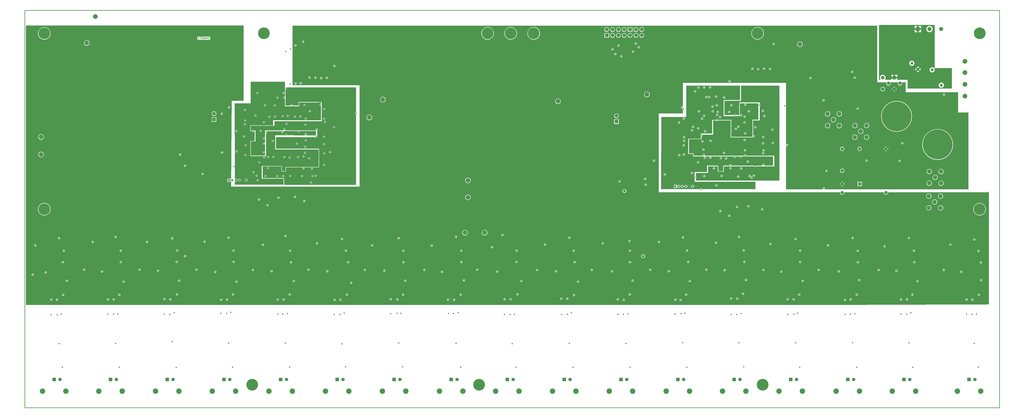
<source format=gbr>
*
G04 Mass Parameters ***
*
G04 Image ***
*
%INTDC_16IN2.GBR*%
%ICAS*%
%MOIN*%
%IPPOS*%
%ASAXBY*%
G74*%FSLAN2X34Y34*%
*
G04 Aperture Definitions ***
*
%ADD10C,0.2000*%
%ADD11C,0.5118*%
%ADD12R,0.0800X0.0800*%
%ADD13R,0.1050X0.1200*%
%ADD14R,0.0500X0.0500*%
%ADD15R,0.0790X0.0790*%
%ADD16R,0.0600X0.0800*%
%ADD17C,0.0750*%
%ADD18C,0.0700*%
%ADD19R,0.0700X0.0700*%
%ADD20C,0.0350*%
%ADD21R,0.0350X0.0350*%
%ADD22C,0.0650*%
%ADD23R,0.0600X0.0600*%
%ADD24O,0.0500X0.1500*%
%ADD25R,0.0500X0.1500*%
%ADD26C,0.0920*%
%ADD27C,0.0580*%
%ADD28C,0.0800*%
%ADD29R,0.0520X0.0500*%
%ADD30O,0.0700X0.0110*%
%ADD31R,0.0700X0.0110*%
%ADD32O,0.0110X0.0700*%
%ADD33R,0.0110X0.0700*%
%ADD34O,0.0250X0.0940*%
%ADD35R,0.0250X0.0940*%
%ADD36C,0.0600*%
%ADD37O,0.0860X0.0250*%
%ADD38R,0.0860X0.0250*%
%ADD39R,0.0866X0.1023*%
%ADD40R,0.0580X0.0580*%
%ADD41C,0.0220*%
%ADD42C,0.0300*%
%ADD43C,0.0160*%
%ADD44C,0.0080*%
%ADD45C,0.0120*%
%ADD46C,0.0220*%
%ADD47C,0.0100*%
%ADD48C,0.0150*%
%ADD49C,0.0200*%
%ADD50C,0.0500*%
%ADD51C,0.0400*%
%ADD52C,0.0220*%
%ADD53C,0.0060*%
%ADD54C,0.2000*%
%ADD55C,0.5118*%
%ADD56R,0.0800X0.0800*%
%ADD57R,0.1200X0.1050*%
%ADD58R,0.0500X0.0500*%
%ADD59R,0.0600X0.0600*%
%ADD60C,0.0750*%
%ADD61C,0.0700*%
%ADD62R,0.0700X0.0700*%
%ADD63C,0.0350*%
%ADD64R,0.0350X0.0350*%
%ADD65C,0.0650*%
%ADD66C,0.0920*%
%ADD67C,0.0580*%
%ADD68C,0.0800*%
%ADD69O,0.0650X0.0160*%
%ADD70R,0.0650X0.0160*%
%ADD71O,0.0900X0.0160*%
%ADD72R,0.0900X0.0160*%
%ADD73C,0.0600*%
%ADD74R,0.0580X0.0580*%
%ADD75C,0.0220*%
%ADD76C,0.0220*%
%ADD77C,0.0250*%
%ADD78C,0.0010*%
%ADD79C,0.0500*%
%ADD80C,0.0500*%
*
G04 Plot Data ***
*
G54D47*
G01X0156790Y0060150D02*
X0147350D01*
X0159700Y0057450D02*
X0156665D01*
X0156890Y0057740D02*
Y0054750D01*
X0156800Y0057567D02*
Y0054750D01*
X0156710Y0057480D02*
Y0054750D01*
X0156530Y0064716D02*
Y0058365D01*
X0156440Y0064524D02*
Y0058379D01*
X0156350Y0064423D02*
Y0058376D01*
X0156260Y0064356D02*
Y0058357D01*
X0156170Y0064312D02*
Y0058319D01*
X0156080Y0064284D02*
Y0058256D01*
X0155990Y0064271D02*
Y0058151D01*
Y0057609D02*
Y0054750D01*
X0156790Y0058350D02*
X0156581D01*
X0156790Y0058260D02*
X0156735D01*
X0159700Y0058080D02*
X0156868D01*
X0156790Y0058440D02*
X0154176D01*
X0159700Y0057900D02*
X0156910D01*
X0159700Y0057810D02*
X0156905D01*
X0159700Y0057720D02*
X0156884D01*
X0159700Y0057630D02*
X0156843D01*
X0156790Y0058530D02*
X0153070D01*
X0156170Y0057441D02*
Y0054750D01*
X0154460Y0057840D02*
Y0054750D01*
X0154370Y0057667D02*
Y0054750D01*
X0154280Y0057580D02*
Y0054750D01*
X0154190Y0057526D02*
Y0054750D01*
X0154100Y0057495D02*
Y0054750D01*
X0154010Y0057481D02*
Y0054750D01*
X0153920Y0057484D02*
Y0054750D01*
X0153830Y0057503D02*
Y0054750D01*
X0153740Y0057541D02*
Y0054750D01*
X0153650Y0057604D02*
Y0054750D01*
X0154550Y0065530D02*
Y0054750D01*
X0156980Y0058150D02*
Y0054750D01*
X0156239Y0058350D02*
X0154316D01*
X0156085Y0058260D02*
X0154394D01*
X0156003Y0058170D02*
X0154442D01*
X0155952Y0058080D02*
X0154470D01*
X0155922Y0057990D02*
X0154480D01*
X0155910Y0057900D02*
X0154473D01*
X0155915Y0057810D02*
X0154450D01*
X0155936Y0057720D02*
X0154407D01*
X0156043Y0057540D02*
X0154217D01*
X0159700D02*
X0156777D01*
X0153290Y0065530D02*
Y0059357D01*
X0153200Y0065530D02*
Y0059431D01*
X0153110Y0065530D02*
Y0059476D01*
X0153020Y0065530D02*
Y0059502D01*
X0152930Y0065530D02*
Y0059510D01*
X0152840Y0065530D02*
Y0059502D01*
X0152750Y0065530D02*
Y0059476D01*
X0152660Y0065530D02*
Y0059431D01*
X0152570Y0065530D02*
Y0059357D01*
X0152480Y0065530D02*
Y0059228D01*
X0156790Y0059430D02*
X0153201D01*
X0156790Y0059340D02*
X0153306D01*
X0156790Y0059250D02*
X0153369D01*
X0156790Y0059160D02*
X0153407D01*
X0156790Y0059070D02*
X0153426D01*
X0156790Y0059520D02*
X0147350D01*
X0156790Y0058890D02*
X0153415D01*
X0156790Y0058800D02*
X0153384D01*
X0156790Y0058710D02*
X0153330D01*
X0156790Y0058620D02*
X0153243D01*
X0153560Y0057709D02*
Y0054750D01*
X0159700Y0055110D02*
X0158447D01*
X0159700Y0055020D02*
X0158409D01*
X0159700Y0055740D02*
X0158110D01*
X0159700Y0055650D02*
X0158283D01*
X0159700Y0055560D02*
X0158370D01*
X0159700Y0055470D02*
X0158424D01*
X0159700Y0055380D02*
X0158455D01*
X0159700Y0055290D02*
X0158469D01*
X0159700Y0055200D02*
X0158466D01*
X0159700Y0054930D02*
X0158346D01*
X0158420Y0058150D02*
Y0055478D01*
X0158330Y0058150D02*
Y0055607D01*
X0158240Y0058150D02*
Y0055681D01*
X0158150Y0058150D02*
Y0055726D01*
X0158060Y0058150D02*
Y0055752D01*
X0157880Y0058150D02*
Y0055752D01*
X0157790Y0058150D02*
Y0055726D01*
X0157700Y0058150D02*
Y0055681D01*
X0157610Y0058150D02*
Y0055607D01*
X0152250Y0056250D02*
X0150466D01*
X0152480Y0058792D02*
Y0054750D01*
X0150410Y0065530D02*
Y0057100D01*
X0150320Y0065530D02*
Y0057100D01*
X0149420Y0065530D02*
Y0057100D01*
X0150230Y0065530D02*
Y0057100D01*
X0150140Y0065530D02*
Y0057100D01*
X0159700Y0057090D02*
X0150466D01*
X0150050Y0065530D02*
Y0057100D01*
X0149960Y0065530D02*
Y0057100D01*
X0149870Y0065530D02*
Y0057100D01*
X0148070Y0065530D02*
Y0057086D01*
X0150590Y0065530D02*
Y0056250D01*
X0147530Y0065530D02*
Y0056908D01*
X0147440Y0065530D02*
Y0056762D01*
X0159700Y0056010D02*
X0152250D01*
X0151310Y0065530D02*
Y0056250D01*
X0159700Y0056820D02*
X0150466D01*
X0159700Y0056730D02*
X0150466D01*
X0147440Y0056338D02*
Y0056250D01*
X0147531Y0056910D02*
X0147350D01*
X0147428Y0056730D02*
X0147350D01*
X0147397Y0056550D02*
X0147350D01*
X0147428Y0056370D02*
X0147350D01*
X0149780Y0065530D02*
Y0057100D01*
X0148430Y0065530D02*
Y0056814D01*
X0148340Y0065530D02*
Y0056935D01*
X0148250Y0065530D02*
Y0057009D01*
X0148160Y0065530D02*
Y0057057D01*
X0157610Y0054913D02*
Y0054750D01*
X0149690Y0065530D02*
Y0057100D01*
X0147980Y0065530D02*
Y0057099D01*
X0147890Y0065530D02*
Y0057097D01*
X0147800Y0065530D02*
Y0057080D01*
X0147710Y0065530D02*
Y0057046D01*
X0149600Y0065530D02*
Y0057100D01*
X0148610Y0065530D02*
Y0056250D01*
X0149366Y0057000D02*
X0148263D01*
X0149366Y0056910D02*
X0148363D01*
X0149366Y0056820D02*
X0148426D01*
X0149366Y0056730D02*
X0148467D01*
X0149366Y0056640D02*
X0148490D01*
X0149366Y0056550D02*
X0148497D01*
X0149366Y0056460D02*
X0148490D01*
X0149366Y0056370D02*
X0148467D01*
X0149366Y0056280D02*
X0148426D01*
X0152617Y0058620D02*
X0147350D01*
X0149366Y0056250D02*
X0148408D01*
X0147620Y0065530D02*
Y0056992D01*
X0151220Y0065530D02*
Y0056250D01*
X0151130Y0065530D02*
Y0056250D01*
X0151040Y0065530D02*
Y0056250D01*
X0150950Y0065530D02*
Y0056250D01*
X0150860Y0065530D02*
Y0056250D01*
X0150770Y0065530D02*
Y0056250D01*
X0150680Y0065530D02*
Y0056250D01*
X0159700Y0056100D02*
X0152250D01*
X0147468Y0056280D02*
X0147350D01*
X0149510Y0065530D02*
Y0057100D01*
X0149240Y0065530D02*
Y0056250D01*
X0149150Y0065530D02*
Y0056250D01*
X0149060Y0065530D02*
Y0056250D01*
X0148970Y0065530D02*
Y0056250D01*
X0148880Y0065530D02*
Y0056250D01*
X0148790Y0065530D02*
Y0056250D01*
X0148700Y0065530D02*
Y0056250D01*
X0151580Y0065530D02*
Y0056250D01*
X0149366Y0057090D02*
X0148052D01*
X0151490Y0065530D02*
Y0056250D01*
X0159700Y0055920D02*
X0152250D01*
X0159700Y0055830D02*
X0152250D01*
X0157516Y0055470D02*
X0152250D01*
X0149330Y0065530D02*
Y0056250D01*
X0157830Y0055740D02*
X0152250D01*
X0157657Y0055650D02*
X0152250D01*
X0156790Y0065460D02*
X0156059D01*
X0156790Y0065370D02*
X0156282D01*
X0156790Y0065280D02*
X0156388D01*
X0156790Y0065190D02*
X0156457D01*
X0156790Y0065100D02*
X0156504D01*
X0156790Y0065010D02*
X0156533D01*
X0155360Y0065530D02*
Y0064979D01*
X0156790Y0064830D02*
X0156549D01*
X0156790Y0064740D02*
X0156536D01*
X0156790Y0064650D02*
X0156508D01*
X0156790Y0064560D02*
X0156464D01*
X0156790Y0064470D02*
X0156397D01*
X0156790Y0064380D02*
X0156296D01*
X0156790Y0064920D02*
X0156548D01*
X0156530Y0065530D02*
Y0065024D01*
X0156440Y0065530D02*
Y0065216D01*
X0156350Y0065530D02*
Y0065317D01*
X0156260Y0065530D02*
Y0065384D01*
X0156170Y0065530D02*
Y0065428D01*
X0156080Y0065530D02*
Y0065456D01*
X0155990Y0065530D02*
Y0065469D01*
X0155900Y0065530D02*
Y0065468D01*
X0155810Y0065530D02*
Y0065453D01*
X0155720Y0065530D02*
Y0065424D01*
X0155630Y0065530D02*
Y0065377D01*
X0155540Y0065530D02*
Y0065308D01*
X0155450Y0065530D02*
Y0065202D01*
X0157520Y0055042D02*
Y0054750D01*
X0153560Y0065530D02*
Y0065470D01*
X0154460Y0065530D02*
Y0065470D01*
X0154370Y0065530D02*
Y0065470D01*
X0154280Y0065530D02*
Y0065470D01*
X0154190Y0065530D02*
Y0065470D01*
X0154100Y0065530D02*
Y0065470D01*
X0154010Y0065530D02*
Y0065470D01*
X0153920Y0065530D02*
Y0065470D01*
X0153830Y0065530D02*
Y0065470D01*
X0153740Y0065530D02*
Y0065470D01*
X0153650Y0065530D02*
Y0065470D01*
X0153470Y0065530D02*
Y0065470D01*
X0155450Y0064538D02*
Y0054750D01*
X0155841Y0065460D02*
X0154550D01*
X0155618Y0065370D02*
X0154550D01*
X0155512Y0065280D02*
X0154550D01*
X0155442Y0065190D02*
X0154550D01*
X0155396Y0065100D02*
X0154550D01*
X0155366Y0065010D02*
X0154550D01*
X0155352Y0064920D02*
X0154550D01*
X0155351Y0064830D02*
X0154550D01*
X0155364Y0064740D02*
X0154550D01*
X0155392Y0064650D02*
X0154550D01*
X0155436Y0064560D02*
X0154550D01*
X0155503Y0064470D02*
X0154550D01*
X0155604Y0064380D02*
X0154550D01*
X0153350D02*
X0147350D01*
X0153380Y0065530D02*
Y0065470D01*
X0158060Y0054768D02*
Y0054750D01*
X0157699Y0054840D02*
X0152250D01*
X0159700Y0057000D02*
X0150466D01*
X0150500Y0065530D02*
Y0056250D01*
X0150466Y0057100D02*
X0149366D01*
X0159700Y0056550D02*
X0150466D01*
X0147631Y0057000D02*
X0147350D01*
X0150466Y0057100D02*
Y0056250D01*
X0159700Y0056370D02*
X0150466D01*
X0156790Y0064290D02*
X0156104D01*
X0154550Y0065470D02*
X0153350D01*
Y0064270D01*
X0154550D02*
X0153350D01*
X0154550Y0065470D02*
Y0064270D01*
X0147350Y0058750D02*
Y0056250D01*
X0152250D02*
Y0054750D01*
X0159700D02*
X0152250D01*
X0159700Y0058150D02*
Y0054750D01*
X0153742Y0057540D02*
X0147350D01*
X0159700Y0058150D02*
X0156831D01*
X0156790Y0065530D02*
X0147350D01*
Y0058750D01*
X0156080Y0057504D02*
Y0054750D01*
X0159680Y0058150D02*
Y0054750D01*
X0159590Y0058150D02*
Y0054750D01*
X0159500Y0058150D02*
Y0054750D01*
X0159410Y0058150D02*
Y0054750D01*
X0159320Y0058150D02*
Y0054750D01*
X0159230Y0058150D02*
Y0054750D01*
X0159140Y0058150D02*
Y0054750D01*
X0159050Y0058150D02*
Y0054750D01*
X0158960Y0058150D02*
Y0054750D01*
X0158870Y0058150D02*
Y0054750D01*
X0158780Y0058150D02*
Y0054750D01*
X0158690Y0058150D02*
Y0054750D01*
X0158600Y0058150D02*
Y0054750D01*
X0159700Y0054840D02*
X0158241D01*
X0158420Y0055042D02*
Y0054750D01*
X0158330Y0054913D02*
Y0054750D01*
X0158240Y0054839D02*
Y0054750D01*
X0158150Y0054793D02*
Y0054750D01*
X0158510Y0058150D02*
Y0054750D01*
X0157970Y0058150D02*
Y0055760D01*
X0157880Y0054768D02*
Y0054750D01*
X0157790Y0054793D02*
Y0054750D01*
X0157700Y0054839D02*
Y0054750D01*
X0157430Y0058150D02*
Y0054750D01*
X0157340Y0058150D02*
Y0054750D01*
X0157250Y0058150D02*
Y0054750D01*
X0157160Y0058150D02*
Y0054750D01*
X0157070Y0058150D02*
Y0054750D01*
X0156790Y0065530D02*
Y0058205D01*
X0156890Y0058150D02*
Y0058020D01*
X0156710Y0065530D02*
Y0058280D01*
X0156620Y0065530D02*
Y0058334D01*
Y0057426D02*
Y0054750D01*
X0156530Y0057395D02*
Y0054750D01*
X0156440Y0057381D02*
Y0054750D01*
X0156350Y0057384D02*
Y0054750D01*
X0156260Y0057403D02*
Y0054750D01*
X0159700Y0057990D02*
X0156898D01*
X0155900Y0064272D02*
Y0054750D01*
X0155810Y0064286D02*
Y0054750D01*
X0155720Y0064316D02*
Y0054750D01*
X0155630Y0064362D02*
Y0054750D01*
X0155540Y0064432D02*
Y0054750D01*
X0155360Y0064761D02*
Y0054750D01*
X0155270Y0065530D02*
Y0054750D01*
X0155180Y0065530D02*
Y0054750D01*
X0155090Y0065530D02*
Y0054750D01*
X0155000Y0065530D02*
Y0054750D01*
X0154910Y0065530D02*
Y0054750D01*
X0154820Y0065530D02*
Y0054750D01*
X0154730Y0065530D02*
Y0054750D01*
X0154640Y0065530D02*
Y0054750D01*
X0155796Y0064290D02*
X0154550D01*
X0153623Y0057630D02*
X0147350D01*
X0154460Y0064270D02*
Y0058120D01*
X0154370Y0064270D02*
Y0058293D01*
X0154280Y0064270D02*
Y0058380D01*
X0154190Y0064270D02*
Y0058434D01*
X0154100Y0064270D02*
Y0058465D01*
X0154010Y0064270D02*
Y0058479D01*
X0153920Y0064270D02*
Y0058476D01*
X0153830Y0064270D02*
Y0058457D01*
X0153740Y0064270D02*
Y0058419D01*
X0153650Y0064270D02*
Y0058356D01*
X0147843Y0057090D02*
X0147350D01*
X0153380Y0064270D02*
Y0059228D01*
Y0058792D02*
Y0054750D01*
X0153290Y0058663D02*
Y0054750D01*
X0153200Y0058589D02*
Y0054750D01*
X0153110Y0058543D02*
Y0054750D01*
X0153020Y0058518D02*
Y0054750D01*
X0152930Y0058510D02*
Y0054750D01*
X0152840Y0058518D02*
Y0054750D01*
X0152750Y0058543D02*
Y0054750D01*
X0152660Y0058589D02*
Y0054750D01*
X0156790Y0058980D02*
X0153429D01*
X0152390Y0065530D02*
Y0054750D01*
X0152300Y0065530D02*
Y0054750D01*
X0152210Y0065530D02*
Y0056250D01*
X0152030Y0065530D02*
Y0056250D01*
X0151940Y0065530D02*
Y0056250D01*
X0151850Y0065530D02*
Y0056250D01*
X0151670Y0065530D02*
Y0056250D01*
X0157493Y0055110D02*
X0152250D01*
X0151400Y0065530D02*
Y0056250D01*
X0159700Y0056640D02*
X0150466D01*
X0157531Y0055020D02*
X0152250D01*
X0152120Y0065530D02*
Y0056250D01*
X0148430Y0056286D02*
Y0056250D01*
X0159700Y0056910D02*
X0150466D01*
X0153553Y0057720D02*
X0147350D01*
X0153350Y0065460D02*
X0147350D01*
X0153350Y0065370D02*
X0147350D01*
X0153350Y0065280D02*
X0147350D01*
X0153350Y0065190D02*
X0147350D01*
X0153350Y0065100D02*
X0147350D01*
X0153350Y0065010D02*
X0147350D01*
X0153350Y0064920D02*
X0147350D01*
X0153350Y0064830D02*
X0147350D01*
X0153350Y0064740D02*
X0147350D01*
X0153350Y0064650D02*
X0147350D01*
X0153350Y0064560D02*
X0147350D01*
X0153350Y0064470D02*
X0147350D01*
X0153350Y0064290D02*
X0147350D01*
X0156790Y0064200D02*
X0147350D01*
X0156790Y0064110D02*
X0147350D01*
X0156790Y0064020D02*
X0147350D01*
X0156790Y0063930D02*
X0147350D01*
X0156790Y0063840D02*
X0147350D01*
X0156790Y0063750D02*
X0147350D01*
X0156790Y0063660D02*
X0147350D01*
X0156790Y0063570D02*
X0147350D01*
X0156790Y0063480D02*
X0147350D01*
X0156790Y0063390D02*
X0147350D01*
X0156790Y0063300D02*
X0147350D01*
X0156790Y0063210D02*
X0147350D01*
X0156790Y0063120D02*
X0147350D01*
X0156790Y0063030D02*
X0147350D01*
X0156790Y0062940D02*
X0147350D01*
X0156790Y0062850D02*
X0147350D01*
X0156790Y0062760D02*
X0147350D01*
X0156790Y0062670D02*
X0147350D01*
X0156790Y0062580D02*
X0147350D01*
X0156790Y0062490D02*
X0147350D01*
X0156790Y0062400D02*
X0147350D01*
X0156790Y0062310D02*
X0147350D01*
X0156790Y0062220D02*
X0147350D01*
X0156790Y0062130D02*
X0147350D01*
X0156790Y0062040D02*
X0147350D01*
X0156790Y0061950D02*
X0147350D01*
X0156790Y0061860D02*
X0147350D01*
X0156790Y0061770D02*
X0147350D01*
X0156790Y0061680D02*
X0147350D01*
X0156790Y0061590D02*
X0147350D01*
X0156790Y0061500D02*
X0147350D01*
X0156790Y0061410D02*
X0147350D01*
X0156790Y0061320D02*
X0147350D01*
X0156790Y0061230D02*
X0147350D01*
X0156790Y0061140D02*
X0147350D01*
X0156790Y0061050D02*
X0147350D01*
X0156790Y0060960D02*
X0147350D01*
X0156790Y0060870D02*
X0147350D01*
X0156790Y0060780D02*
X0147350D01*
X0156790Y0060690D02*
X0147350D01*
X0156790Y0060600D02*
X0147350D01*
X0156790Y0060510D02*
X0147350D01*
X0156790Y0060420D02*
X0147350D01*
X0156790Y0060330D02*
X0147350D01*
X0156790Y0060240D02*
X0147350D01*
X0151760Y0065530D02*
Y0056250D01*
X0156790Y0060060D02*
X0147350D01*
X0156790Y0059970D02*
X0147350D01*
X0156790Y0059880D02*
X0147350D01*
X0156790Y0059790D02*
X0147350D01*
X0156790Y0059700D02*
X0147350D01*
X0156790Y0059610D02*
X0147350D01*
X0152570Y0058663D02*
Y0054750D01*
X0153470Y0064270D02*
Y0054750D01*
X0152659Y0059430D02*
X0147350D01*
X0152554Y0059340D02*
X0147350D01*
X0152491Y0059250D02*
X0147350D01*
X0152453Y0059160D02*
X0147350D01*
X0152434Y0059070D02*
X0147350D01*
X0152431Y0058980D02*
X0147350D01*
X0152445Y0058890D02*
X0147350D01*
X0152476Y0058800D02*
X0147350D01*
X0152530Y0058710D02*
X0147350D01*
X0153560Y0064270D02*
Y0058251D01*
X0155977Y0057630D02*
X0154337D01*
X0152790Y0058530D02*
X0147350D01*
X0153784Y0058440D02*
X0147350D01*
X0153644Y0058350D02*
X0147350D01*
X0153566Y0058260D02*
X0147350D01*
X0153517Y0058170D02*
X0147350D01*
X0153490Y0058080D02*
X0147350D01*
X0153480Y0057990D02*
X0147350D01*
X0153486Y0057900D02*
X0147350D01*
X0153510Y0057810D02*
X0147350D01*
X0157520Y0058150D02*
Y0055478D01*
X0156155Y0057450D02*
X0147350D01*
X0159700Y0057360D02*
X0147350D01*
X0159700Y0057270D02*
X0147350D01*
X0148520Y0065530D02*
Y0056250D01*
X0149366Y0057100D02*
Y0056250D01*
X0159700Y0056460D02*
X0150466D01*
X0147468Y0056820D02*
X0147350D01*
X0159700Y0057180D02*
X0147350D01*
X0147405Y0056640D02*
X0147350D01*
X0159700Y0056280D02*
X0150466D01*
X0147405Y0056460D02*
X0147350D01*
X0159700Y0056190D02*
X0152250D01*
X0157570Y0055560D02*
X0152250D01*
X0147486Y0056250D02*
X0147350D01*
X0157485Y0055380D02*
X0152250D01*
X0157474Y0055200D02*
X0152250D01*
X0157594Y0054930D02*
X0152250D01*
X0157471Y0055290D02*
X0152250D01*
X0167900Y0068090D02*
X0001200D01*
Y0000000D01*
X0167900D01*
Y0068090D01*
G01X0157470Y0055260D02*
G03X0157970Y0054760I0000500J0000000D01*
G03X0158470Y0055260I0000000J0000500D01*
G03X0157970Y0055760I0000500J0000000D01*
G03X0157470Y0055260I0000000J0000500D01*
G01X0155910Y0057880D02*
G03X0156410Y0057380I0000500J0000000D01*
G03X0156910Y0057880I0000000J0000500D01*
G01X0156410Y0058380D02*
G03X0155910Y0057880I0000000J0000500D01*
G01X0152430Y0059010D02*
G03X0152930Y0058510I0000500J0000000D01*
G03X0153430Y0059010I0000000J0000500D01*
G03X0152930Y0059510I0000500J0000000D01*
G03X0152430Y0059010I0000000J0000500D01*
G01X0153480Y0057980D02*
G03X0153980Y0057480I0000500J0000000D01*
G03X0154480Y0057980I0000000J0000500D01*
G03X0153980Y0058480I0000500J0000000D01*
G03X0153480Y0057980I0000000J0000500D01*
G03X0153980Y0057480I0000500J0000000D01*
G03X0154480Y0057980I0000000J0000500D01*
G03X0153980Y0058480I0000500J0000000D01*
G03X0153480Y0057980I0000000J0000500D01*
G01X0152430Y0059010D02*
G03X0152930Y0058510I0000500J0000000D01*
G03X0153430Y0059010I0000000J0000500D01*
G03X0152930Y0059510I0000500J0000000D01*
G03X0152430Y0059010I0000000J0000500D01*
G01X0157470Y0055260D02*
G03X0157970Y0054760I0000500J0000000D01*
G03X0158470Y0055260I0000000J0000500D01*
G03X0157970Y0055760I0000500J0000000D01*
G03X0157470Y0055260I0000000J0000500D01*
G01X0148497Y0056550D02*
G03X0147947Y0057100I0000550J0000000D01*
G03X0147397Y0056550I0000000J0000550D01*
G03X0147486Y0056250I0000550J0000000D01*
G01X0148408D02*
G03X0148497Y0056550I0000461J0000300D01*
G01X0155350Y0064870D02*
G03X0155950Y0064270I0000600J0000000D01*
G03X0156550Y0064870I0000000J0000600D01*
G03X0155950Y0065470I0000600J0000000D01*
G03X0155350Y0064870I0000000J0000600D01*
G01X0156790Y0058205D02*
G03X0156410Y0058380I0000380J0000325D01*
G01X0156910Y0057880D02*
G03X0156831Y0058150I0000500J0000000D01*
G54D53*
G01X0030806Y0063159D02*
X0031028D01*
X0030806Y0063381D01*
Y0063437D01*
X0030833Y0063492D01*
X0031000D01*
X0031028Y0063437D01*
X0031259Y0063325D02*
X0031176Y0063159D01*
X0031398Y0063325D02*
X0031231D01*
X0031176Y0063381D01*
Y0063437D01*
X0031231Y0063492D01*
X0031398D01*
Y0063159D01*
X0031601Y0063325D02*
X0031768D01*
X0031546Y0063159D02*
X0031768D01*
Y0063492D01*
X0031546D01*
X0031916D02*
Y0063159D01*
X0031971Y0063214D01*
X0032082Y0063437D01*
X0032138Y0063492D01*
Y0063159D01*
X0032286Y0063492D02*
Y0063159D01*
X0032341Y0063214D01*
X0032452Y0063437D01*
X0032508Y0063492D01*
Y0063159D01*
X0032656D02*
X0032767D01*
X0032711D02*
Y0063492D01*
X0032656D02*
X0032767D01*
G54D77*
G01X0153679Y0058280D02*
X0153980Y0057980D01*
X0154280Y0057679D02*
X0153980Y0057980D01*
X0153679Y0057679D02*
X0153980Y0057980D01*
X0154280Y0058280D02*
X0153980Y0057980D01*
X0153679Y0058280D02*
X0153980Y0057980D01*
X0154280Y0057679D02*
X0153980Y0057980D01*
X0153679Y0057679D02*
X0153980Y0057980D01*
X0154280Y0058280D02*
X0153980Y0057980D01*
X0149916Y0057025D02*
Y0056550D01*
X0149441D02*
X0149916D01*
X0150391D02*
X0149916D01*
X0153950Y0065395D02*
Y0064870D01*
Y0064345D02*
Y0064870D01*
X0153425D02*
X0153950D01*
X0154475D02*
X0153950D01*
X0038595Y0039093D02*
X0038496Y0038994D01*
X0038397Y0039093D02*
X0038496Y0038994D01*
X0038595Y0038895D02*
X0038496Y0038994D01*
X0038397Y0038895D02*
X0038496Y0038994D01*
X0150117Y0054783D02*
X0149916Y0054581D01*
X0148305Y0044165D02*
X0148500Y0044360D01*
X0148694Y0044554D02*
X0148500Y0044360D01*
X0148694Y0044165D02*
X0148500Y0044360D01*
X0148305Y0044554D02*
X0148500Y0044360D01*
X0140805Y0038165D02*
X0141000Y0038360D01*
X0141194Y0038554D02*
X0141000Y0038360D01*
X0141194Y0038165D02*
X0141000Y0038360D01*
X0140805Y0038554D02*
X0141000Y0038360D01*
X0149714Y0054783D02*
X0149916Y0054581D01*
X0150117Y0054380D02*
X0149916Y0054581D01*
X0149714Y0054380D02*
X0149916Y0054581D01*
X0114739Y0037807D02*
X0114852Y0037920D01*
X0114739Y0038033D02*
X0114852Y0037920D01*
X0114965Y0037807D02*
X0114852Y0037920D01*
X0114965Y0038033D02*
X0114852Y0037920D01*
G54D78*
G01X0043482Y0045604D02*
X0042480D01*
X0043475Y0045613D02*
X0042480D01*
X0043469Y0045622D02*
X0042480D01*
X0044000Y0044938D02*
X0042480D01*
X0039780D02*
X0039181D01*
X0038796Y0044974D02*
X0037135D01*
X0039780Y0044920D02*
X0039176D01*
X0039780Y0044911D02*
X0039173D01*
X0038796Y0044965D02*
X0037135D01*
X0039780Y0044893D02*
X0039166D01*
X0039780Y0044884D02*
X0039161D01*
X0049360Y0044230D02*
Y0041290D01*
X0049351Y0044230D02*
Y0041290D01*
X0038797Y0044956D02*
X0037135D01*
X0039780Y0044866D02*
X0039150D01*
X0039780Y0044857D02*
X0039143D01*
X0038798Y0044947D02*
X0037135D01*
X0039780Y0044839D02*
X0039126D01*
X0039780Y0044830D02*
X0039116D01*
X0038800Y0044938D02*
X0037135D01*
X0039780Y0044812D02*
X0039091D01*
X0038805Y0044920D02*
X0037136D01*
X0038808Y0044911D02*
X0037136D01*
X0038811Y0044902D02*
X0037136D01*
X0038816Y0044893D02*
X0037136D01*
X0038820Y0044884D02*
X0037136D01*
X0038826Y0044875D02*
X0037136D01*
X0038832Y0044866D02*
X0037136D01*
X0038838Y0044857D02*
X0037136D01*
X0038846Y0044848D02*
X0037136D01*
X0038855Y0044839D02*
X0037136D01*
X0038865Y0044830D02*
X0037136D01*
X0038876Y0044821D02*
X0037136D01*
X0038890Y0044812D02*
X0037136D01*
X0038907Y0044803D02*
X0037136D01*
X0038929Y0044794D02*
X0037136D01*
X0038971Y0044785D02*
X0037136D01*
X0039780Y0044650D02*
X0037136D01*
X0039780Y0044641D02*
X0037136D01*
X0039780Y0044632D02*
X0037136D01*
X0039780Y0044623D02*
X0037136D01*
X0039780Y0044614D02*
X0037136D01*
X0039780Y0044605D02*
X0037136D01*
X0039780Y0044596D02*
X0037136D01*
X0039780Y0044587D02*
X0037136D01*
X0039780Y0044578D02*
X0037136D01*
X0039780Y0044569D02*
X0037136D01*
X0039780Y0044560D02*
X0037136D01*
X0039780Y0044551D02*
X0037136D01*
X0039780Y0044542D02*
X0037136D01*
X0039780Y0044533D02*
X0037136D01*
X0039780Y0044524D02*
X0037136D01*
X0039780Y0044479D02*
X0037136D01*
X0039780Y0044470D02*
X0037136D01*
X0039780Y0044461D02*
X0037137D01*
X0039780Y0044452D02*
X0037137D01*
X0039780Y0044443D02*
X0037137D01*
X0039780Y0044434D02*
X0037137D01*
X0039780Y0044425D02*
X0037137D01*
X0039780Y0044416D02*
X0037137D01*
X0039780Y0044407D02*
X0037137D01*
X0039780Y0044398D02*
X0037137D01*
X0039780Y0044389D02*
X0037137D01*
X0039780Y0044380D02*
X0037137D01*
X0039780Y0044371D02*
X0037137D01*
X0039780Y0044362D02*
X0037137D01*
X0039780Y0044353D02*
X0037137D01*
X0039780Y0044344D02*
X0037137D01*
X0039780Y0044335D02*
X0037137D01*
X0039780Y0044326D02*
X0037137D01*
X0039780Y0044317D02*
X0037137D01*
X0039780Y0044308D02*
X0037137D01*
X0039780Y0044299D02*
X0037137D01*
X0039780Y0044290D02*
X0037137D01*
X0039780Y0044281D02*
X0037137D01*
X0039780Y0044272D02*
X0037137D01*
X0039780Y0044263D02*
X0037137D01*
X0039780Y0044254D02*
X0037137D01*
X0039780Y0044245D02*
X0037137D01*
X0039780Y0044236D02*
X0037137D01*
X0039780Y0044227D02*
X0037137D01*
X0039780Y0044218D02*
X0037137D01*
X0039780Y0044209D02*
X0037137D01*
X0039780Y0044200D02*
X0037137D01*
X0039780Y0044191D02*
X0037137D01*
X0039780Y0044182D02*
X0037137D01*
X0039780Y0044173D02*
X0037137D01*
X0039780Y0044164D02*
X0037137D01*
X0039780Y0044155D02*
X0037137D01*
X0039780Y0044146D02*
X0037137D01*
X0039780Y0044137D02*
X0037137D01*
X0037287Y0043813D02*
X0037138D01*
X0040252Y0047167D02*
Y0045740D01*
X0040225Y0047173D02*
Y0045740D01*
X0040198Y0047183D02*
Y0045740D01*
X0040171Y0047198D02*
Y0045740D01*
X0040072Y0047420D02*
Y0045740D01*
X0039780Y0045451D02*
X0037134D01*
X0040153Y0047212D02*
Y0045740D01*
X0040126Y0047240D02*
Y0045740D01*
X0040099Y0047287D02*
Y0045740D01*
X0039780Y0045415D02*
X0037134D01*
X0039780Y0045388D02*
X0037135D01*
X0039780Y0043687D02*
X0037138D01*
X0039780Y0043678D02*
X0037138D01*
X0040099Y0043120D02*
Y0038260D01*
X0041899Y0043120D02*
Y0041450D01*
X0044000Y0045019D02*
X0042480D01*
X0039780Y0045280D02*
X0037135D01*
X0039780Y0043993D02*
X0037631D01*
X0044000Y0046459D02*
X0042480D01*
X0039780Y0044101D02*
X0037522D01*
X0051450D02*
X0042480D01*
X0039780Y0044092D02*
X0037542D01*
X0051450D02*
X0042480D01*
X0039780Y0044083D02*
X0037557D01*
X0051450D02*
X0042480D01*
X0039780Y0044074D02*
X0037570D01*
X0051450D02*
X0042480D01*
X0039780Y0044065D02*
X0037580D01*
X0049090Y0043479D02*
Y0041290D01*
X0049081Y0043481D02*
Y0041290D01*
X0051450Y0044065D02*
X0042480D01*
X0039780Y0044056D02*
X0037590D01*
X0051450D02*
X0042480D01*
X0039780Y0044047D02*
X0037598D01*
X0051450D02*
X0042480D01*
X0039780Y0044038D02*
X0037605D01*
X0051450D02*
X0042480D01*
X0039780Y0044029D02*
X0037612D01*
X0051450D02*
X0042480D01*
X0039780Y0044011D02*
X0037622D01*
X0039780Y0043768D02*
X0037572D01*
X0051450Y0044119D02*
X0042480D01*
X0039780Y0043759D02*
X0037560D01*
X0051450Y0044137D02*
X0042480D01*
X0039780Y0043750D02*
X0037545D01*
X0051450Y0044155D02*
X0042480D01*
X0039780Y0043741D02*
X0037527D01*
X0051450Y0044173D02*
X0042480D01*
X0039780Y0043732D02*
X0037502D01*
X0039780Y0043723D02*
X0037138D01*
X0039780Y0043714D02*
X0037138D01*
X0039780Y0043705D02*
X0037138D01*
X0039780Y0043696D02*
X0037138D01*
X0037277Y0044011D02*
X0037137D01*
X0037273Y0044002D02*
X0037138D01*
X0037269Y0043993D02*
X0037138D01*
X0037308Y0043786D02*
X0037138D01*
X0037317Y0043777D02*
X0037138D01*
X0037340Y0043759D02*
X0037138D01*
X0039780Y0043606D02*
X0037138D01*
X0039780Y0043597D02*
X0037138D01*
X0037354Y0043750D02*
X0037138D01*
X0039780Y0043579D02*
X0037138D01*
X0039780Y0043570D02*
X0037138D01*
X0037373Y0043741D02*
X0037138D01*
X0039780Y0043552D02*
X0037138D01*
X0039780Y0043543D02*
X0037138D01*
X0037398Y0043732D02*
X0037138D01*
X0039780Y0043525D02*
X0037139D01*
X0039780Y0043516D02*
X0037139D01*
X0038796Y0044983D02*
X0037135D01*
X0038907Y0043480D02*
X0037139D01*
X0038879Y0043471D02*
X0037139D01*
X0038859Y0043462D02*
X0037139D01*
X0038844Y0043453D02*
X0037139D01*
X0038832Y0043444D02*
X0037139D01*
X0038821Y0043435D02*
X0037139D01*
X0038812Y0043426D02*
X0037139D01*
X0038803Y0043417D02*
X0037139D01*
X0038796Y0043408D02*
X0037139D01*
X0038790Y0043399D02*
X0037139D01*
X0038784Y0043390D02*
X0037139D01*
X0038779Y0043381D02*
X0037139D01*
X0038774Y0043372D02*
X0037139D01*
X0038770Y0043363D02*
X0037139D01*
X0038767Y0043354D02*
X0037139D01*
X0038764Y0043345D02*
X0037139D01*
X0038762Y0043336D02*
X0037139D01*
X0038760Y0043327D02*
X0037139D01*
X0038758Y0043318D02*
X0037139D01*
X0038757Y0043309D02*
X0037139D01*
X0039946Y0047420D02*
Y0045740D01*
X0039937Y0047420D02*
Y0045740D01*
X0039928Y0047420D02*
Y0045740D01*
X0039919Y0047420D02*
Y0045740D01*
X0039910Y0047420D02*
Y0045740D01*
X0048685Y0042964D02*
Y0041290D01*
X0039901Y0047420D02*
Y0045740D01*
X0039892Y0047420D02*
Y0045740D01*
X0039883Y0047420D02*
Y0045740D01*
X0039874Y0047420D02*
Y0045740D01*
X0039865Y0047420D02*
Y0045740D01*
X0039856Y0047420D02*
Y0045740D01*
X0039847Y0047420D02*
Y0045740D01*
X0039838Y0047420D02*
Y0045740D01*
X0039829Y0047420D02*
Y0045740D01*
X0039820Y0047420D02*
Y0045740D01*
X0039811Y0047420D02*
Y0045740D01*
X0045427Y0042833D02*
Y0040530D01*
X0039780Y0043138D02*
X0039073D01*
X0042674Y0043102D02*
X0039003D01*
X0041962Y0042810D02*
Y0041450D01*
X0042669Y0043093D02*
X0037139D01*
X0042120Y0043084D02*
X0037139D01*
X0042078Y0043075D02*
X0037140D01*
X0042056Y0043066D02*
X0037140D01*
X0042039Y0043057D02*
X0037140D01*
X0042026Y0043048D02*
X0037140D01*
X0042014Y0043039D02*
X0037140D01*
X0042004Y0043030D02*
X0037140D01*
X0041995Y0043021D02*
X0037140D01*
X0041988Y0043012D02*
X0037140D01*
X0041981Y0043003D02*
X0037140D01*
X0041975Y0042994D02*
X0037140D01*
X0041970Y0042985D02*
X0037140D01*
X0041965Y0042976D02*
X0037140D01*
X0041961Y0042967D02*
X0037140D01*
X0041957Y0042958D02*
X0037140D01*
X0041954Y0042949D02*
X0037140D01*
X0041951Y0042940D02*
X0037140D01*
X0041949Y0042931D02*
X0037140D01*
X0041948Y0042922D02*
X0037140D01*
X0041946Y0042913D02*
X0037140D01*
X0041945Y0042904D02*
X0037140D01*
X0041945Y0042895D02*
X0037140D01*
X0041945Y0042886D02*
X0037140D01*
X0041945Y0042877D02*
X0037140D01*
X0041946Y0042868D02*
X0037140D01*
X0041947Y0042859D02*
X0037140D01*
X0041949Y0042850D02*
X0037140D01*
X0041951Y0042841D02*
X0037140D01*
X0041954Y0042832D02*
X0037140D01*
X0041957Y0042823D02*
X0037140D01*
X0041960Y0042814D02*
X0037140D01*
X0041964Y0042805D02*
X0037140D01*
X0041969Y0042796D02*
X0037140D01*
X0041974Y0042787D02*
X0037140D01*
X0041980Y0042778D02*
X0037140D01*
X0041987Y0042769D02*
X0037140D01*
X0041995Y0042760D02*
X0037140D01*
X0042003Y0042751D02*
X0037140D01*
X0042013Y0042742D02*
X0037140D01*
X0042024Y0042733D02*
X0037140D01*
X0042038Y0042724D02*
X0037140D01*
X0042054Y0042715D02*
X0037140D01*
X0046358Y0042706D02*
X0042204D01*
X0046369Y0042697D02*
X0042168D01*
X0042112D02*
X0037140D01*
X0046381Y0042688D02*
X0037140D01*
X0046396Y0042679D02*
X0037140D01*
X0041809Y0043120D02*
Y0041450D01*
X0049654Y0042652D02*
X0037140D01*
X0049657Y0042643D02*
X0037140D01*
X0049660Y0042634D02*
X0037140D01*
X0049664Y0042625D02*
X0037140D01*
X0049669Y0042616D02*
X0037141D01*
X0049674Y0042607D02*
X0037141D01*
X0049680Y0042598D02*
X0037141D01*
X0049687Y0042589D02*
X0037141D01*
X0049695Y0042580D02*
X0037141D01*
X0049703Y0042571D02*
X0037141D01*
X0049713Y0042562D02*
X0037141D01*
X0049724Y0042553D02*
X0037141D01*
X0049738Y0042544D02*
X0037141D01*
X0049754Y0042535D02*
X0037141D01*
X0045460Y0039187D02*
X0039260D01*
X0049812Y0042517D02*
X0037141D01*
X0051450Y0042508D02*
X0037141D01*
X0051450Y0042499D02*
X0037141D01*
X0051450Y0042490D02*
X0037141D01*
X0051450Y0042481D02*
X0037141D01*
X0051450Y0042472D02*
X0037141D01*
X0051450Y0042463D02*
X0037141D01*
X0051450Y0042454D02*
X0037141D01*
X0051450Y0042445D02*
X0037141D01*
X0051450Y0042436D02*
X0037141D01*
X0051450Y0042427D02*
X0037141D01*
X0051450Y0042418D02*
X0037141D01*
X0051450Y0042409D02*
X0037141D01*
X0051450Y0042400D02*
X0037141D01*
X0051450Y0042391D02*
X0037141D01*
X0051450Y0042382D02*
X0037141D01*
X0051450Y0042373D02*
X0037141D01*
X0051450Y0042364D02*
X0037141D01*
X0051450Y0042355D02*
X0037141D01*
X0051450Y0042346D02*
X0037141D01*
X0051450Y0042337D02*
X0037141D01*
X0051450Y0042328D02*
X0037141D01*
X0051450Y0042319D02*
X0037141D01*
X0051450Y0042310D02*
X0037141D01*
X0051450Y0042301D02*
X0037141D01*
X0051450Y0042292D02*
X0037141D01*
X0051450Y0042283D02*
X0037141D01*
X0051450Y0042274D02*
X0037141D01*
X0051450Y0042265D02*
X0037141D01*
X0051450Y0042256D02*
X0037141D01*
X0042075Y0042706D02*
X0037140D01*
X0051450Y0042238D02*
X0037141D01*
X0041282Y0042229D02*
X0037141D01*
X0041255Y0042220D02*
X0037141D01*
X0041236Y0042211D02*
X0037141D01*
X0041221Y0042202D02*
X0037141D01*
X0041209Y0042193D02*
X0037141D01*
X0041198Y0042184D02*
X0037141D01*
X0041189Y0042175D02*
X0037141D01*
X0041181Y0042166D02*
X0037141D01*
X0041174Y0042157D02*
X0037141D01*
X0041168Y0042148D02*
X0037142D01*
X0041162Y0042139D02*
X0037142D01*
X0041157Y0042130D02*
X0037142D01*
X0041153Y0042121D02*
X0037142D01*
X0041149Y0042112D02*
X0037142D01*
X0041145Y0042103D02*
X0037142D01*
X0041143Y0042094D02*
X0037142D01*
X0041140Y0042085D02*
X0037142D01*
X0041138Y0042076D02*
X0037142D01*
X0041137Y0042067D02*
X0037142D01*
X0041136Y0042058D02*
X0037142D01*
X0041135Y0042049D02*
X0037142D01*
X0041135Y0042040D02*
X0037142D01*
X0041135Y0042031D02*
X0037142D01*
X0041136Y0042022D02*
X0037142D01*
X0041137Y0042013D02*
X0037142D01*
X0041138Y0042004D02*
X0037142D01*
X0041140Y0041995D02*
X0037142D01*
X0041143Y0041986D02*
X0037142D01*
X0041145Y0041977D02*
X0037142D01*
X0041149Y0041968D02*
X0037142D01*
X0041153Y0041959D02*
X0037142D01*
X0041157Y0041950D02*
X0037142D01*
X0041162Y0041941D02*
X0037142D01*
X0041168Y0041932D02*
X0037142D01*
X0041174Y0041923D02*
X0037142D01*
X0041181Y0041914D02*
X0037142D01*
X0041189Y0041905D02*
X0037142D01*
X0041198Y0041896D02*
X0037142D01*
X0041209Y0041887D02*
X0037142D01*
X0041221Y0041878D02*
X0037142D01*
X0051450Y0042247D02*
X0037141D01*
X0041282Y0041851D02*
X0037142D01*
X0051450Y0041842D02*
X0037142D01*
X0051450Y0041833D02*
X0037142D01*
X0051450Y0041824D02*
X0037142D01*
X0051450Y0041815D02*
X0037142D01*
X0051450Y0041806D02*
X0037142D01*
X0051450Y0041797D02*
X0037142D01*
X0051450Y0041788D02*
X0037142D01*
X0051450Y0041779D02*
X0037142D01*
X0051450Y0041770D02*
X0037142D01*
X0051450Y0041761D02*
X0037142D01*
X0051450Y0041752D02*
X0037142D01*
X0051450Y0041743D02*
X0037142D01*
X0051450Y0041734D02*
X0037142D01*
X0051450Y0041725D02*
X0037142D01*
X0051450Y0041716D02*
X0037142D01*
X0051450Y0041707D02*
X0037142D01*
X0051450Y0041698D02*
X0037142D01*
X0051450Y0041689D02*
X0037143D01*
X0051450Y0041680D02*
X0037143D01*
X0051450Y0041671D02*
X0037143D01*
X0051450Y0041662D02*
X0037143D01*
X0051450Y0041653D02*
X0037143D01*
X0051450Y0041644D02*
X0037143D01*
X0051450Y0041635D02*
X0037143D01*
X0051450Y0041626D02*
X0037143D01*
X0051450Y0041617D02*
X0037143D01*
X0051450Y0041608D02*
X0037143D01*
X0051450Y0041599D02*
X0037143D01*
X0051450Y0041590D02*
X0037143D01*
X0051450Y0041581D02*
X0037143D01*
X0051450Y0041572D02*
X0037143D01*
X0051450Y0041563D02*
X0037143D01*
X0051450Y0041554D02*
X0037143D01*
X0051450Y0041545D02*
X0037143D01*
X0051450Y0041536D02*
X0037143D01*
X0051450Y0041527D02*
X0037143D01*
X0051450Y0041518D02*
X0037143D01*
X0051450Y0041509D02*
X0037143D01*
X0051450Y0041500D02*
X0037143D01*
X0051450Y0041491D02*
X0037143D01*
X0051450Y0041482D02*
X0037143D01*
X0041764Y0043120D02*
Y0041450D01*
X0051450Y0041473D02*
X0037143D01*
X0051450Y0041464D02*
X0037143D01*
X0051450Y0041455D02*
X0037143D01*
X0051450Y0041446D02*
X0037143D01*
X0041710Y0041437D02*
X0037143D01*
X0041710Y0041428D02*
X0037143D01*
X0041710Y0041419D02*
X0037148D01*
X0041710Y0041410D02*
X0037153D01*
X0041710Y0041401D02*
X0037157D01*
X0041710Y0041392D02*
X0037161D01*
X0041710Y0041383D02*
X0037164D01*
X0041710Y0041374D02*
X0037167D01*
X0041710Y0041365D02*
X0037170D01*
X0048667Y0052280D02*
Y0049280D01*
X0046291Y0044230D02*
Y0041290D01*
X0041710Y0041356D02*
X0037172D01*
X0041710Y0041347D02*
X0037173D01*
X0041710Y0041338D02*
X0037174D01*
X0041710Y0041329D02*
X0037175D01*
X0041710Y0041320D02*
X0037175D01*
X0041710Y0041311D02*
X0037175D01*
X0041710Y0041302D02*
X0037174D01*
X0041710Y0041293D02*
X0037173D01*
X0043880Y0051607D02*
X0037121D01*
X0044000Y0044947D02*
X0042480D01*
X0041710Y0039574D02*
X0040954D01*
X0041710Y0041266D02*
X0037167D01*
X0041710Y0041257D02*
X0037164D01*
X0041710Y0041248D02*
X0037161D01*
X0041710Y0041239D02*
X0037157D01*
X0041710Y0041230D02*
X0037153D01*
X0041710Y0041221D02*
X0037148D01*
X0041710Y0041212D02*
X0037144D01*
X0041710Y0041194D02*
X0037144D01*
X0041710Y0041185D02*
X0037144D01*
X0041710Y0041176D02*
X0037144D01*
X0041710Y0041167D02*
X0037144D01*
X0041710Y0041158D02*
X0037144D01*
X0041710Y0041149D02*
X0037144D01*
X0041710Y0041140D02*
X0037144D01*
X0041710Y0041131D02*
X0037144D01*
X0041710Y0041122D02*
X0037144D01*
X0041710Y0041113D02*
X0037144D01*
X0041710Y0041104D02*
X0037144D01*
X0041710Y0041095D02*
X0037144D01*
X0041710Y0041086D02*
X0037144D01*
X0041710Y0041077D02*
X0037144D01*
X0041710Y0041068D02*
X0037144D01*
X0041710Y0041059D02*
X0037144D01*
X0041710Y0041050D02*
X0037144D01*
X0041710Y0041041D02*
X0037144D01*
X0041710Y0041032D02*
X0037144D01*
X0041710Y0041023D02*
X0037144D01*
X0041710Y0041014D02*
X0037144D01*
X0041710Y0041005D02*
X0037144D01*
X0041710Y0040996D02*
X0037144D01*
X0041710Y0040987D02*
X0037144D01*
X0041710Y0040978D02*
X0037144D01*
X0041710Y0040969D02*
X0037144D01*
X0041710Y0040960D02*
X0037144D01*
X0041710Y0040951D02*
X0037144D01*
X0041710Y0040942D02*
X0037144D01*
X0041710Y0040933D02*
X0037144D01*
X0041710Y0040924D02*
X0037144D01*
X0041710Y0040915D02*
X0037144D01*
X0041710Y0040906D02*
X0037144D01*
X0045780Y0040897D02*
X0045190D01*
X0045780Y0040888D02*
X0045190D01*
X0041710Y0040870D02*
X0037144D01*
X0041710Y0040861D02*
X0037144D01*
X0041710Y0040852D02*
X0037144D01*
X0041710Y0040843D02*
X0037144D01*
X0041710Y0040834D02*
X0037144D01*
X0041710Y0040825D02*
X0037144D01*
X0041710Y0040816D02*
X0037144D01*
X0050503Y0047418D02*
Y0046690D01*
X0041710Y0040798D02*
X0037144D01*
X0041710Y0040771D02*
X0037144D01*
X0041710Y0040762D02*
X0037145D01*
X0041710Y0040753D02*
X0037145D01*
X0041710Y0040744D02*
X0037145D01*
X0041710Y0040735D02*
X0037145D01*
X0041710Y0040726D02*
X0037145D01*
X0041710Y0040717D02*
X0037145D01*
X0041710Y0040708D02*
X0037145D01*
X0041710Y0040699D02*
X0037145D01*
X0041710Y0040690D02*
X0037145D01*
X0041710Y0040681D02*
X0037145D01*
X0041710Y0040672D02*
X0037145D01*
X0041710Y0040663D02*
X0037145D01*
X0041710Y0040654D02*
X0037145D01*
X0041710Y0040645D02*
X0037145D01*
X0041710Y0040636D02*
X0037145D01*
X0041710Y0040627D02*
X0037145D01*
X0041710Y0040618D02*
X0037145D01*
X0041710Y0040609D02*
X0037145D01*
X0041710Y0040600D02*
X0037145D01*
X0041710Y0040591D02*
X0037145D01*
X0041710Y0040582D02*
X0037145D01*
X0041710Y0040573D02*
X0037145D01*
X0040162Y0040259D02*
Y0038260D01*
X0040153Y0040278D02*
Y0038260D01*
X0040486Y0043120D02*
Y0040474D01*
X0040305Y0040546D02*
X0037145D01*
X0040268Y0040537D02*
X0037145D01*
X0040247Y0040528D02*
X0037145D01*
X0040231Y0040519D02*
X0037145D01*
X0040217Y0040510D02*
X0037145D01*
X0040206Y0040501D02*
X0037145D01*
X0040196Y0040492D02*
X0037145D01*
X0040188Y0040483D02*
X0037145D01*
X0040180Y0040474D02*
X0037145D01*
X0040173Y0040465D02*
X0037145D01*
X0040167Y0040456D02*
X0037145D01*
X0040162Y0040447D02*
X0037145D01*
X0040157Y0040438D02*
X0037145D01*
X0040153Y0040429D02*
X0037145D01*
X0040150Y0040420D02*
X0037145D01*
X0040147Y0040411D02*
X0037145D01*
X0040144Y0040402D02*
X0037145D01*
X0040142Y0040393D02*
X0037145D01*
X0040140Y0040384D02*
X0037145D01*
X0040139Y0040375D02*
X0037145D01*
X0041710Y0040564D02*
X0037145D01*
X0041710Y0040555D02*
X0037145D01*
X0040138Y0040348D02*
X0037145D01*
X0040138Y0040339D02*
X0037145D01*
X0040139Y0040330D02*
X0037145D01*
X0040141Y0040321D02*
X0037145D01*
X0040142Y0040312D02*
X0037145D01*
X0040144Y0040303D02*
X0037146D01*
X0040147Y0040294D02*
X0037146D01*
X0040150Y0040285D02*
X0037146D01*
X0040154Y0040276D02*
X0037146D01*
X0040158Y0040267D02*
X0037146D01*
X0040163Y0040258D02*
X0037146D01*
X0040168Y0040249D02*
X0037146D01*
X0040174Y0040240D02*
X0037146D01*
X0040181Y0040231D02*
X0037146D01*
X0040188Y0040222D02*
X0037146D01*
X0040197Y0040213D02*
X0037146D01*
X0040207Y0040204D02*
X0037146D01*
X0040219Y0040195D02*
X0037146D01*
X0040232Y0040186D02*
X0037146D01*
X0040271Y0040168D02*
X0037146D01*
X0040313Y0040159D02*
X0037146D01*
X0041710Y0040150D02*
X0037146D01*
X0041710Y0040141D02*
X0037146D01*
X0041710Y0040132D02*
X0037146D01*
X0041710Y0040123D02*
X0037146D01*
X0041710Y0040114D02*
X0037146D01*
X0041710Y0040105D02*
X0037146D01*
X0041710Y0040096D02*
X0037146D01*
X0041710Y0040087D02*
X0037146D01*
X0041710Y0040078D02*
X0037146D01*
X0041710Y0040069D02*
X0037146D01*
X0041710Y0040060D02*
X0037146D01*
X0041710Y0040051D02*
X0037146D01*
X0041710Y0040042D02*
X0037146D01*
X0041710Y0040033D02*
X0037146D01*
X0041710Y0040024D02*
X0037146D01*
X0041710Y0040015D02*
X0037146D01*
X0041710Y0040006D02*
X0037146D01*
X0041710Y0039997D02*
X0037146D01*
X0041710Y0039988D02*
X0037146D01*
X0041710Y0039979D02*
X0037146D01*
X0041710Y0039970D02*
X0037146D01*
X0040630Y0043120D02*
Y0038260D01*
X0041710Y0039952D02*
X0037146D01*
X0040842Y0039943D02*
X0037146D01*
X0040805Y0039934D02*
X0037146D01*
X0040784Y0039925D02*
X0037146D01*
X0040768Y0039916D02*
X0037146D01*
X0040754Y0039907D02*
X0037146D01*
X0040743Y0039898D02*
X0037146D01*
X0040733Y0039889D02*
X0037146D01*
X0040725Y0039880D02*
X0037146D01*
X0040717Y0039871D02*
X0037146D01*
X0040710Y0039862D02*
X0037146D01*
X0040704Y0039853D02*
X0037146D01*
X0040699Y0039844D02*
X0037146D01*
X0040694Y0039835D02*
X0037147D01*
X0040690Y0039826D02*
X0037147D01*
X0040687Y0039817D02*
X0037147D01*
X0040684Y0039808D02*
X0037147D01*
X0040681Y0039799D02*
X0037147D01*
X0040679Y0039790D02*
X0037147D01*
X0040677Y0039781D02*
X0037147D01*
X0040676Y0039772D02*
X0037147D01*
X0040675Y0039763D02*
X0037147D01*
X0040675Y0039754D02*
X0037147D01*
X0040675Y0039745D02*
X0037147D01*
X0040675Y0039736D02*
X0037147D01*
X0040676Y0039727D02*
X0037147D01*
X0040678Y0039718D02*
X0037147D01*
X0040679Y0039709D02*
X0037147D01*
X0040681Y0039700D02*
X0037147D01*
X0040684Y0039691D02*
X0037147D01*
X0040687Y0039682D02*
X0037147D01*
X0040691Y0039673D02*
X0037147D01*
X0040695Y0039664D02*
X0037147D01*
X0040700Y0039655D02*
X0037147D01*
X0040705Y0039646D02*
X0037147D01*
X0040711Y0039637D02*
X0037147D01*
X0040718Y0039628D02*
X0037147D01*
X0040725Y0039619D02*
X0037147D01*
X0040734Y0039610D02*
X0037147D01*
X0040744Y0039601D02*
X0037147D01*
X0040756Y0039592D02*
X0037147D01*
X0040769Y0039583D02*
X0037147D01*
X0040786Y0039574D02*
X0037147D01*
X0040990Y0053736D02*
Y0048420D01*
X0043528Y0039255D02*
Y0038260D01*
X0044635Y0039258D02*
Y0038260D01*
X0041260Y0043120D02*
Y0042222D01*
X0041710Y0039961D02*
X0037146D01*
X0040850Y0039556D02*
X0037147D01*
X0041710Y0039529D02*
X0037147D01*
X0041710Y0039520D02*
X0037147D01*
X0041710Y0039511D02*
X0037147D01*
X0041710Y0039502D02*
X0037147D01*
X0041710Y0039493D02*
X0037147D01*
X0041710Y0039484D02*
X0037147D01*
X0041710Y0039475D02*
X0037147D01*
X0041710Y0039466D02*
X0037147D01*
X0041710Y0039457D02*
X0037147D01*
X0041710Y0039448D02*
X0037147D01*
X0041710Y0039439D02*
X0037147D01*
X0041710Y0039430D02*
X0037147D01*
X0041710Y0039412D02*
X0037147D01*
X0041710Y0039403D02*
X0037147D01*
X0041710Y0039394D02*
X0037147D01*
X0041710Y0039385D02*
X0037147D01*
X0041710Y0039367D02*
X0037148D01*
X0041710Y0039358D02*
X0037148D01*
X0041710Y0039349D02*
X0037148D01*
X0041710Y0039340D02*
X0037148D01*
X0041710Y0039331D02*
X0037148D01*
X0041710Y0039322D02*
X0037148D01*
X0041710Y0039313D02*
X0037148D01*
X0041710Y0039304D02*
X0037148D01*
X0041710Y0039295D02*
X0037148D01*
X0041710Y0039286D02*
X0037148D01*
X0041710Y0039277D02*
X0037148D01*
X0041773Y0043120D02*
Y0041450D01*
X0041782Y0043120D02*
Y0041450D01*
X0037271Y0039250D02*
X0037148D01*
X0037234Y0039241D02*
X0037148D01*
X0037211Y0039232D02*
X0037148D01*
X0037192Y0039223D02*
X0037148D01*
X0037177Y0039214D02*
X0037148D01*
X0037163Y0039205D02*
X0037148D01*
X0041791Y0043120D02*
Y0041450D01*
X0041800Y0043120D02*
Y0041450D01*
X0037722Y0039178D02*
X0037498D01*
X0037713Y0039169D02*
X0037507D01*
X0037705Y0039160D02*
X0037514D01*
X0037698Y0039151D02*
X0037522D01*
X0037691Y0039142D02*
X0037528D01*
X0037685Y0039133D02*
X0037534D01*
X0037680Y0039124D02*
X0037540D01*
X0037675Y0039115D02*
X0037545D01*
X0037670Y0039106D02*
X0037549D01*
X0037666Y0039097D02*
X0037553D01*
X0037663Y0039088D02*
X0037557D01*
X0037659Y0039079D02*
X0037560D01*
X0037656Y0039070D02*
X0037563D01*
X0037654Y0039061D02*
X0037566D01*
X0037652Y0039052D02*
X0037568D01*
X0037650Y0039043D02*
X0037570D01*
X0037648Y0039034D02*
X0037571D01*
X0037647Y0039025D02*
X0037573D01*
X0037646Y0039016D02*
X0037574D01*
X0037645Y0039007D02*
X0037574D01*
X0037645Y0038998D02*
X0037575D01*
X0037645Y0038989D02*
X0037575D01*
X0037645Y0038980D02*
X0037574D01*
X0037646Y0038971D02*
X0037574D01*
X0037647Y0038962D02*
X0037573D01*
X0037648Y0038953D02*
X0037571D01*
X0037650Y0038944D02*
X0037570D01*
X0037652Y0038935D02*
X0037568D01*
X0037654Y0038926D02*
X0037566D01*
X0037656Y0038917D02*
X0037563D01*
X0037659Y0038908D02*
X0037560D01*
X0037663Y0038899D02*
X0037557D01*
X0037666Y0038890D02*
X0037553D01*
X0037671Y0038881D02*
X0037549D01*
X0037675Y0038872D02*
X0037544D01*
X0037680Y0038863D02*
X0037539D01*
X0037686Y0038854D02*
X0037534D01*
X0037692Y0038845D02*
X0037528D01*
X0037698Y0038836D02*
X0037521D01*
X0037705Y0038827D02*
X0037514D01*
X0045460Y0038746D02*
X0039165D01*
X0045460Y0038728D02*
X0037149D01*
X0041818Y0043120D02*
Y0041450D01*
X0041710Y0039250D02*
Y0038260D01*
X0037164Y0038782D02*
X0037149D01*
X0037177Y0038773D02*
X0037149D01*
X0037193Y0038764D02*
X0037149D01*
X0037211Y0038755D02*
X0037149D01*
X0045460Y0038764D02*
X0039208D01*
X0045460Y0038755D02*
X0039189D01*
X0045469Y0039259D02*
X0045094D01*
X0037273Y0038737D02*
X0037149D01*
X0045460Y0038719D02*
X0037149D01*
X0045460Y0038710D02*
X0037149D01*
X0045460Y0038701D02*
X0037149D01*
X0045460Y0038692D02*
X0037149D01*
X0045460Y0038683D02*
X0037149D01*
X0045460Y0038674D02*
X0037149D01*
X0045460Y0038665D02*
X0037149D01*
X0045460Y0038656D02*
X0037149D01*
X0045460Y0038647D02*
X0037149D01*
X0045460Y0038638D02*
X0037149D01*
X0045460Y0038629D02*
X0037149D01*
X0045460Y0038620D02*
X0037149D01*
X0045460Y0038611D02*
X0037149D01*
X0045460Y0038602D02*
X0037149D01*
X0045460Y0038593D02*
X0037149D01*
X0045460Y0038584D02*
X0037149D01*
X0045460Y0038575D02*
X0037149D01*
X0045460Y0038566D02*
X0037149D01*
X0045460Y0038557D02*
X0037149D01*
X0045460Y0038548D02*
X0037149D01*
X0045460Y0038539D02*
X0037149D01*
X0050755Y0047419D02*
Y0046690D01*
X0045460Y0038512D02*
X0037149D01*
X0045460Y0038737D02*
X0039128D01*
X0045460Y0038503D02*
X0037149D01*
X0045460Y0038494D02*
X0037149D01*
X0045460Y0038485D02*
X0037149D01*
X0045460Y0038476D02*
X0037149D01*
X0045460Y0038467D02*
X0037149D01*
X0045460Y0038458D02*
X0037149D01*
X0045460Y0038449D02*
X0037150D01*
X0045460Y0038440D02*
X0037150D01*
X0045460Y0038431D02*
X0037150D01*
X0045460Y0038422D02*
X0037150D01*
X0045460Y0038413D02*
X0037150D01*
X0045460Y0038395D02*
X0037150D01*
X0045460Y0038386D02*
X0037150D01*
X0045460Y0038377D02*
X0037150D01*
X0045460Y0038368D02*
X0037150D01*
X0045460Y0038359D02*
X0037150D01*
X0045460Y0038350D02*
X0037150D01*
X0045460Y0038341D02*
X0037150D01*
X0045460Y0038332D02*
X0037150D01*
X0045460Y0038323D02*
X0037150D01*
X0045460Y0038314D02*
X0037150D01*
X0045460Y0038305D02*
X0037150D01*
X0045460Y0038296D02*
X0037150D01*
X0045460Y0038287D02*
X0037150D01*
X0041863Y0043120D02*
Y0041450D01*
X0042178Y0051688D02*
X0037121D01*
X0042190Y0051679D02*
X0037121D01*
X0042248Y0051652D02*
X0037121D01*
X0043831Y0051643D02*
X0037121D01*
X0043841Y0051634D02*
X0037121D01*
X0043852Y0051625D02*
X0037121D01*
X0043864Y0051616D02*
X0037121D01*
X0043931Y0051589D02*
X0037121D01*
X0051860Y0051580D02*
X0037121D01*
X0051860Y0051571D02*
X0037121D01*
X0051860Y0051562D02*
X0037121D01*
X0051860Y0051553D02*
X0037121D01*
X0051860Y0051544D02*
X0037121D01*
X0051860Y0051535D02*
X0037121D01*
X0051860Y0051526D02*
X0037121D01*
X0051860Y0051517D02*
X0037121D01*
X0051860Y0051508D02*
X0037121D01*
X0051860Y0051499D02*
X0037121D01*
X0051860Y0051490D02*
X0037121D01*
X0051860Y0051481D02*
X0037121D01*
X0051860Y0051472D02*
X0037121D01*
X0051860Y0051463D02*
X0037121D01*
X0051860Y0051454D02*
X0037121D01*
X0039750Y0048007D02*
X0037129D01*
X0051860Y0051436D02*
X0037121D01*
X0051860Y0051427D02*
X0037121D01*
X0051860Y0051418D02*
X0037121D01*
X0051860Y0051409D02*
X0037121D01*
X0051860Y0051400D02*
X0037122D01*
X0051860Y0051391D02*
X0037122D01*
X0051860Y0051382D02*
X0037122D01*
X0051860Y0051373D02*
X0037122D01*
X0051860Y0051364D02*
X0037122D01*
X0051860Y0051355D02*
X0037122D01*
X0051860Y0051346D02*
X0037122D01*
X0051860Y0051337D02*
X0037122D01*
X0051860Y0051328D02*
X0037122D01*
X0051860Y0051319D02*
X0037122D01*
X0051860Y0051310D02*
X0037122D01*
X0051860Y0051301D02*
X0037122D01*
X0051860Y0051292D02*
X0037122D01*
X0051860Y0051283D02*
X0037122D01*
X0051860Y0051274D02*
X0037122D01*
X0051860Y0051265D02*
X0037122D01*
X0051860Y0051256D02*
X0037122D01*
X0051860Y0051247D02*
X0037122D01*
X0051860Y0051238D02*
X0037122D01*
X0051860Y0051229D02*
X0037122D01*
X0051860Y0051220D02*
X0037122D01*
X0051860Y0051211D02*
X0037122D01*
X0051860Y0051202D02*
X0037122D01*
X0038659Y0050951D02*
Y0048589D01*
X0039046Y0052140D02*
Y0049350D01*
X0051860Y0051175D02*
X0038912D01*
X0051860Y0051166D02*
X0038934D01*
X0051860Y0051157D02*
X0038951D01*
X0051860Y0051148D02*
X0038964D01*
X0051860Y0051139D02*
X0038976D01*
X0051860Y0051130D02*
X0038986D01*
X0051860Y0051121D02*
X0038994D01*
X0051860Y0051112D02*
X0039002D01*
X0051860Y0051103D02*
X0039009D01*
X0051860Y0051094D02*
X0039015D01*
X0051860Y0051085D02*
X0039020D01*
X0051860Y0051076D02*
X0039025D01*
X0051860Y0051067D02*
X0039029D01*
X0051860Y0051058D02*
X0039033D01*
X0051860Y0051049D02*
X0039036D01*
X0051860Y0051040D02*
X0039038D01*
X0051860Y0051031D02*
X0039041D01*
X0043650Y0049213D02*
X0039105D01*
X0038658Y0051022D02*
X0037122D01*
X0038656Y0051013D02*
X0037122D01*
X0038655Y0051004D02*
X0037122D01*
X0051860Y0051193D02*
X0037122D01*
X0038655Y0050986D02*
X0037122D01*
X0038655Y0050977D02*
X0037122D01*
X0038656Y0050968D02*
X0037122D01*
X0038657Y0050959D02*
X0037122D01*
X0038659Y0050950D02*
X0037122D01*
X0038661Y0050941D02*
X0037123D01*
X0038664Y0050932D02*
X0037123D01*
X0038667Y0050923D02*
X0037123D01*
X0038670Y0050914D02*
X0037123D01*
X0049789Y0050788D02*
X0037123D01*
X0049792Y0050779D02*
X0037123D01*
X0049794Y0050770D02*
X0037123D01*
X0049798Y0050761D02*
X0037123D01*
X0049801Y0050752D02*
X0037123D01*
X0049805Y0050743D02*
X0037123D01*
X0049810Y0050734D02*
X0037123D01*
X0049816Y0050725D02*
X0037123D01*
X0049822Y0050716D02*
X0037123D01*
X0049829Y0050707D02*
X0037123D01*
X0049836Y0050698D02*
X0037123D01*
X0049800Y0050905D02*
X0039025D01*
X0038674D02*
X0037123D01*
X0038679Y0050896D02*
X0037123D01*
X0038684Y0050887D02*
X0037123D01*
X0038690Y0050878D02*
X0037123D01*
X0038697Y0050869D02*
X0037123D01*
X0038705Y0050860D02*
X0037123D01*
X0038713Y0050851D02*
X0037123D01*
X0038723Y0050842D02*
X0037123D01*
X0038734Y0050833D02*
X0037123D01*
X0038748Y0050824D02*
X0037123D01*
X0038764Y0050815D02*
X0037123D01*
X0038785Y0050806D02*
X0037123D01*
X0038822Y0050797D02*
X0037123D01*
X0049855Y0050680D02*
X0037123D01*
X0049867Y0050671D02*
X0037123D01*
X0049881Y0050662D02*
X0037123D01*
X0049921Y0050644D02*
X0037123D01*
X0051860Y0050635D02*
X0037123D01*
X0051860Y0050626D02*
X0037123D01*
X0051860Y0050617D02*
X0037123D01*
X0051860Y0050608D02*
X0037123D01*
X0051860Y0050599D02*
X0037123D01*
X0051860Y0050590D02*
X0037123D01*
X0051860Y0050581D02*
X0037123D01*
X0051860Y0050572D02*
X0037123D01*
X0051860Y0050563D02*
X0037123D01*
X0051860Y0050554D02*
X0037123D01*
X0051860Y0050545D02*
X0037123D01*
X0051860Y0050536D02*
X0037123D01*
X0051860Y0050527D02*
X0037123D01*
X0051860Y0050518D02*
X0037123D01*
X0051860Y0050509D02*
X0037123D01*
X0051860Y0050500D02*
X0037123D01*
X0051860Y0050491D02*
X0037123D01*
X0051860Y0050482D02*
X0037124D01*
X0051860Y0050473D02*
X0037124D01*
X0051860Y0050464D02*
X0037124D01*
X0051860Y0050455D02*
X0037124D01*
X0051860Y0050446D02*
X0037124D01*
X0051860Y0050437D02*
X0037124D01*
X0051860Y0050428D02*
X0037124D01*
X0051860Y0050419D02*
X0037124D01*
X0051860Y0050410D02*
X0037124D01*
X0051860Y0050401D02*
X0037124D01*
X0051860Y0050392D02*
X0037124D01*
X0051860Y0050383D02*
X0037124D01*
X0051860Y0050374D02*
X0037124D01*
X0051860Y0050365D02*
X0037124D01*
X0051860Y0050356D02*
X0037124D01*
X0051860Y0050347D02*
X0037124D01*
X0051860Y0050338D02*
X0037124D01*
X0051860Y0050329D02*
X0037124D01*
X0051860Y0050320D02*
X0037124D01*
X0051860Y0050311D02*
X0037124D01*
X0051860Y0050302D02*
X0037124D01*
X0051860Y0050293D02*
X0037124D01*
X0051860Y0050284D02*
X0037124D01*
X0040504Y0043120D02*
Y0040447D01*
X0040477Y0055830D02*
Y0050108D01*
X0040611Y0050266D02*
X0037124D01*
X0040588Y0050257D02*
X0037124D01*
X0040571Y0050248D02*
X0037124D01*
X0040557Y0050239D02*
X0037124D01*
X0040545Y0050230D02*
X0037124D01*
X0051860Y0050221D02*
X0040805D01*
X0051860Y0050275D02*
X0037124D01*
X0040526Y0050212D02*
X0037124D01*
X0040519Y0050203D02*
X0037124D01*
X0040512Y0050194D02*
X0037124D01*
X0040506Y0050185D02*
X0037124D01*
X0040500Y0050176D02*
X0037124D01*
X0040495Y0050167D02*
X0037124D01*
X0040491Y0050158D02*
X0037124D01*
X0040488Y0050149D02*
X0037124D01*
X0040484Y0050140D02*
X0037124D01*
X0040482Y0050131D02*
X0037124D01*
X0040479Y0050122D02*
X0037124D01*
X0040478Y0050113D02*
X0037124D01*
X0040476Y0050104D02*
X0037124D01*
X0040475Y0050095D02*
X0037124D01*
X0040475Y0050086D02*
X0037124D01*
X0040475Y0050077D02*
X0037124D01*
X0040475Y0050068D02*
X0037124D01*
X0040476Y0050059D02*
X0037124D01*
X0040477Y0050050D02*
X0037124D01*
X0040479Y0050041D02*
X0037124D01*
X0040481Y0050032D02*
X0037124D01*
X0040483Y0050023D02*
X0037124D01*
X0040486Y0050014D02*
X0037125D01*
X0040490Y0050005D02*
X0037125D01*
X0040494Y0049996D02*
X0037125D01*
X0040499Y0049987D02*
X0037125D01*
X0040504Y0049978D02*
X0037125D01*
X0040510Y0049969D02*
X0037125D01*
X0040516Y0049960D02*
X0037125D01*
X0042855Y0049933D02*
X0040798D01*
X0042853Y0049924D02*
X0040787D01*
X0042850Y0049915D02*
X0040774D01*
X0042848Y0049906D02*
X0040758D01*
X0042847Y0049897D02*
X0040737D01*
X0040582Y0049906D02*
X0037125D01*
X0040636Y0049888D02*
X0037125D01*
X0042845Y0049879D02*
X0037125D01*
X0042845Y0049870D02*
X0037125D01*
X0042845Y0049861D02*
X0037125D01*
X0042846Y0049852D02*
X0037125D01*
X0042847Y0049843D02*
X0037125D01*
X0042848Y0049834D02*
X0037125D01*
X0042850Y0049825D02*
X0037125D01*
X0042853Y0049816D02*
X0037125D01*
X0042855Y0049807D02*
X0037125D01*
X0042859Y0049798D02*
X0037125D01*
X0042863Y0049789D02*
X0037125D01*
X0042867Y0049780D02*
X0037125D01*
X0042872Y0049771D02*
X0037125D01*
X0042878Y0049762D02*
X0037125D01*
X0042884Y0049753D02*
X0037125D01*
X0042891Y0049744D02*
X0037125D01*
X0042899Y0049735D02*
X0037125D01*
X0042908Y0049726D02*
X0037125D01*
X0042919Y0049717D02*
X0037125D01*
X0042931Y0049708D02*
X0037125D01*
X0042946Y0049699D02*
X0037125D01*
X0043920Y0049708D02*
X0043148D01*
X0049135Y0049681D02*
X0043088D01*
X0038659Y0051031D02*
X0037122D01*
X0038876Y0049402D02*
X0037126D01*
X0038843Y0049393D02*
X0037126D01*
X0038822Y0049384D02*
X0037126D01*
X0038806Y0049375D02*
X0037126D01*
X0038793Y0049366D02*
X0037126D01*
X0038782Y0049357D02*
X0037126D01*
X0042992Y0049681D02*
X0037125D01*
X0049088Y0049609D02*
X0037125D01*
X0049084Y0049600D02*
X0037125D01*
X0049082Y0049591D02*
X0037125D01*
X0049079Y0049582D02*
X0037125D01*
X0049078Y0049573D02*
X0037125D01*
X0049076Y0049564D02*
X0037125D01*
X0049075Y0049555D02*
X0037126D01*
X0049075Y0049546D02*
X0037126D01*
X0049075Y0049537D02*
X0037126D01*
X0049075Y0049528D02*
X0037126D01*
X0049076Y0049519D02*
X0037126D01*
X0049077Y0049510D02*
X0037126D01*
X0049079Y0049501D02*
X0037126D01*
X0049081Y0049492D02*
X0037126D01*
X0049083Y0049483D02*
X0037126D01*
X0049086Y0049474D02*
X0037126D01*
X0049090Y0049465D02*
X0037126D01*
X0049094Y0049456D02*
X0037126D01*
X0049099Y0049447D02*
X0037126D01*
X0049104Y0049438D02*
X0037126D01*
X0038722Y0049158D02*
Y0048697D01*
X0049126Y0049672D02*
X0037125D01*
X0049119Y0049663D02*
X0037125D01*
X0049112Y0049654D02*
X0037125D01*
X0043650Y0048556D02*
X0039045D01*
X0049100Y0049636D02*
X0037125D01*
X0049095Y0049627D02*
X0037125D01*
X0049091Y0049618D02*
X0037125D01*
X0051860Y0049339D02*
X0039056D01*
X0051860Y0049330D02*
X0039064D01*
X0051860Y0049321D02*
X0039070D01*
X0051860Y0049312D02*
X0039076D01*
X0051860Y0049303D02*
X0039081D01*
X0051860Y0049294D02*
X0039086D01*
X0051860Y0049285D02*
X0039090D01*
X0043650Y0049276D02*
X0039093D01*
X0043650Y0049267D02*
X0039096D01*
X0043650Y0049258D02*
X0039099D01*
X0043650Y0049249D02*
X0039101D01*
X0043650Y0049240D02*
X0039103D01*
X0043650Y0049231D02*
X0039104D01*
X0043650Y0049222D02*
X0039105D01*
X0049124Y0049411D02*
X0037126D01*
X0043650Y0049204D02*
X0039105D01*
X0043650Y0049195D02*
X0039104D01*
X0043650Y0049186D02*
X0039103D01*
X0039750Y0047998D02*
X0037129D01*
X0039750Y0047989D02*
X0037129D01*
X0039750Y0047980D02*
X0037129D01*
X0039750Y0047971D02*
X0037129D01*
X0039750Y0047962D02*
X0037129D01*
X0039750Y0047953D02*
X0037129D01*
X0039750Y0047944D02*
X0037129D01*
X0039750Y0047935D02*
X0037129D01*
X0044797Y0039258D02*
Y0038260D01*
X0039750Y0047926D02*
X0037129D01*
X0038746Y0049105D02*
X0037126D01*
X0038752Y0049096D02*
X0037126D01*
X0038759Y0049087D02*
X0037127D01*
X0038766Y0049078D02*
X0037127D01*
X0038775Y0049069D02*
X0037127D01*
X0038785Y0049060D02*
X0037127D01*
X0041936Y0049015D02*
X0037127D01*
X0041930Y0049006D02*
X0037127D01*
X0041942Y0049024D02*
X0038968D01*
X0038797Y0049051D02*
X0037127D01*
X0038811Y0049042D02*
X0037127D01*
X0038828Y0049033D02*
X0037127D01*
X0038851Y0049024D02*
X0037127D01*
X0041921Y0048988D02*
X0037127D01*
X0041918Y0048979D02*
X0037127D01*
X0041914Y0048970D02*
X0037127D01*
X0044608Y0044230D02*
Y0041450D01*
X0041912Y0048961D02*
X0037127D01*
X0041909Y0048952D02*
X0037127D01*
X0041908Y0048943D02*
X0037127D01*
X0041906Y0048934D02*
X0037127D01*
X0041905Y0048925D02*
X0037127D01*
X0041905Y0048916D02*
X0037127D01*
X0041905Y0048907D02*
X0037127D01*
X0041905Y0048898D02*
X0037127D01*
X0041906Y0048889D02*
X0037127D01*
X0041907Y0048880D02*
X0037127D01*
X0041909Y0048871D02*
X0037127D01*
X0041911Y0048862D02*
X0037127D01*
X0041913Y0048853D02*
X0037127D01*
X0041916Y0048844D02*
X0037127D01*
X0041920Y0048835D02*
X0037127D01*
X0041924Y0048826D02*
X0037127D01*
X0041929Y0048817D02*
X0037127D01*
X0041934Y0048808D02*
X0037127D01*
X0041940Y0048799D02*
X0037127D01*
X0041946Y0048790D02*
X0037127D01*
X0041954Y0048781D02*
X0037127D01*
X0041962Y0048772D02*
X0037127D01*
X0041972Y0048763D02*
X0037127D01*
X0038677Y0046272D02*
Y0039180D01*
X0038655Y0050995D02*
X0037122D01*
X0038768Y0048727D02*
X0037127D01*
X0043650Y0048547D02*
X0039045D01*
X0040441Y0055830D02*
Y0048420D01*
X0040432Y0055830D02*
Y0048420D01*
X0040423Y0055830D02*
Y0048420D01*
X0040414Y0055830D02*
Y0048420D01*
X0040405Y0055830D02*
Y0048420D01*
X0040396Y0055830D02*
Y0048420D01*
X0040387Y0055830D02*
Y0048420D01*
X0040378Y0055830D02*
Y0048420D01*
X0040369Y0055830D02*
Y0048420D01*
X0040360Y0055830D02*
Y0048420D01*
X0040351Y0055830D02*
Y0048420D01*
X0040342Y0055830D02*
Y0048420D01*
X0040333Y0055830D02*
Y0048420D01*
X0040324Y0055830D02*
Y0048420D01*
X0040315Y0055830D02*
Y0048420D01*
X0040306Y0055830D02*
Y0048420D01*
X0045805Y0044230D02*
Y0041290D01*
X0041996Y0048745D02*
X0037127D01*
X0039750Y0047917D02*
X0037129D01*
X0039750Y0047908D02*
X0037129D01*
X0039750Y0047899D02*
X0037129D01*
X0039750Y0047890D02*
X0037129D01*
X0039750Y0047881D02*
X0037129D01*
X0039750Y0047872D02*
X0037129D01*
X0039750Y0047863D02*
X0037129D01*
X0039750Y0047854D02*
X0037129D01*
X0039750Y0047836D02*
X0037129D01*
X0039750Y0047827D02*
X0037129D01*
X0039750Y0047818D02*
X0037129D01*
X0039750Y0047809D02*
X0037129D01*
X0039750Y0047800D02*
X0037129D01*
X0039750Y0047791D02*
X0037129D01*
X0039750Y0047782D02*
X0037129D01*
X0039750Y0047773D02*
X0037129D01*
X0039750Y0047764D02*
X0037129D01*
X0039750Y0047755D02*
X0037129D01*
X0039750Y0047746D02*
X0037129D01*
X0039750Y0048376D02*
X0038938D01*
X0039750Y0048367D02*
X0038917D01*
X0039750Y0048358D02*
X0038884D01*
X0039750Y0048349D02*
X0037128D01*
X0039750Y0048304D02*
X0037128D01*
X0039750Y0048295D02*
X0037128D01*
X0039750Y0048286D02*
X0037128D01*
X0039750Y0048277D02*
X0037128D01*
X0039750Y0048268D02*
X0037128D01*
X0039750Y0048259D02*
X0037128D01*
X0051450Y0043318D02*
X0042480D01*
X0040072Y0055830D02*
Y0048420D01*
X0040063Y0055830D02*
Y0048420D01*
X0039750Y0048232D02*
X0037128D01*
X0039750Y0048223D02*
X0037128D01*
X0039750Y0048214D02*
X0037128D01*
X0039750Y0048205D02*
X0037128D01*
X0039750Y0048196D02*
X0037128D01*
X0039750Y0048187D02*
X0037128D01*
X0039750Y0048178D02*
X0037128D01*
X0039750Y0048169D02*
X0037128D01*
X0039750Y0048160D02*
X0037129D01*
X0039750Y0048151D02*
X0037129D01*
X0039750Y0048142D02*
X0037129D01*
X0039750Y0048133D02*
X0037129D01*
X0039750Y0048124D02*
X0037129D01*
X0039750Y0048115D02*
X0037129D01*
X0039750Y0048106D02*
X0037129D01*
X0039750Y0048097D02*
X0037129D01*
X0039750Y0048088D02*
X0037129D01*
X0039750Y0048079D02*
X0037129D01*
X0039750Y0048070D02*
X0037129D01*
X0039750Y0048061D02*
X0037129D01*
X0039750Y0048241D02*
X0037128D01*
X0039750Y0048043D02*
X0037129D01*
X0039750Y0048034D02*
X0037129D01*
X0039750Y0048025D02*
X0037129D01*
X0039750Y0048016D02*
X0037129D01*
X0038716Y0049186D02*
X0037126D01*
X0038718Y0049177D02*
X0037126D01*
X0038719Y0049168D02*
X0037126D01*
X0038722Y0049159D02*
X0037126D01*
X0038724Y0049150D02*
X0037126D01*
X0038728Y0049141D02*
X0037126D01*
X0038731Y0049132D02*
X0037126D01*
X0048676Y0044230D02*
Y0043114D01*
Y0052280D02*
Y0049280D01*
X0038735Y0049123D02*
X0037126D01*
X0038740Y0049114D02*
X0037126D01*
X0038656Y0048529D02*
X0037128D01*
X0038657Y0048520D02*
X0037128D01*
X0038659Y0048511D02*
X0037128D01*
X0038661Y0048502D02*
X0037128D01*
X0038666Y0048484D02*
X0037128D01*
X0038670Y0048475D02*
X0037128D01*
X0038674Y0048466D02*
X0037128D01*
X0038679Y0048457D02*
X0037128D01*
X0038684Y0048448D02*
X0037128D01*
X0038690Y0048439D02*
X0037128D01*
X0038696Y0048430D02*
X0037128D01*
X0038704Y0048421D02*
X0037128D01*
X0038712Y0048412D02*
X0037128D01*
X0038722Y0048403D02*
X0037128D01*
X0038733Y0048394D02*
X0037128D01*
X0038746Y0048385D02*
X0037128D01*
X0038762Y0048376D02*
X0037128D01*
X0038783Y0048367D02*
X0037128D01*
X0038816Y0048358D02*
X0037128D01*
X0039750Y0047728D02*
X0037129D01*
X0039750Y0047719D02*
X0037129D01*
X0039750Y0047710D02*
X0037129D01*
X0039750Y0047701D02*
X0037130D01*
X0039750Y0047692D02*
X0037130D01*
X0039750Y0047683D02*
X0037130D01*
X0039750Y0047674D02*
X0037130D01*
X0039750Y0047665D02*
X0037130D01*
X0041395Y0043120D02*
Y0042224D01*
X0041125Y0038816D02*
Y0038260D01*
X0037228Y0047360D02*
Y0039239D01*
X0039750Y0047638D02*
X0037130D01*
X0039750Y0047629D02*
X0037130D01*
X0039750Y0047620D02*
X0037454D01*
X0039750Y0047611D02*
X0037482D01*
X0039750Y0047602D02*
X0037502D01*
X0039750Y0047593D02*
X0037517D01*
X0039750Y0047584D02*
X0037530D01*
X0039750Y0047575D02*
X0037540D01*
X0040117Y0047253D02*
Y0045740D01*
X0045670Y0055315D02*
X0039850D01*
X0039750Y0047548D02*
X0037565D01*
X0039750Y0047539D02*
X0037572D01*
X0039750Y0047530D02*
X0037577D01*
X0039750Y0047521D02*
X0037582D01*
X0039750Y0047512D02*
X0037587D01*
X0039750Y0047503D02*
X0037591D01*
X0039750Y0047494D02*
X0037594D01*
X0039750Y0047485D02*
X0037597D01*
X0039750Y0047476D02*
X0037599D01*
X0045152Y0047393D02*
X0042480Y0047380D01*
X0040520Y0047420D02*
X0040465D01*
X0040520Y0047404D02*
X0040470D01*
X0039750Y0047467D02*
X0037601D01*
X0039750Y0047458D02*
X0037603D01*
X0039750Y0047449D02*
X0037604D01*
X0039750Y0047440D02*
X0037605D01*
X0039750Y0047422D02*
X0037605D01*
X0040520Y0047341D02*
X0040474D01*
X0039750Y0047647D02*
X0037130D01*
X0040520Y0047305D02*
X0040467D01*
X0040520Y0047287D02*
X0040461D01*
X0040520Y0047278D02*
X0040457D01*
X0040520Y0047260D02*
X0040447D01*
X0040520Y0047251D02*
X0040442D01*
X0040520Y0047242D02*
X0040435D01*
X0040520Y0047233D02*
X0040428D01*
X0040520Y0047224D02*
X0040420D01*
X0040520Y0047215D02*
X0040410D01*
X0040520Y0047206D02*
X0040400D01*
X0039910Y0055830D02*
Y0048420D01*
X0039901Y0055830D02*
Y0048420D01*
X0040520Y0047179D02*
X0040352D01*
X0040520Y0047170D02*
X0040324D01*
X0040520Y0047161D02*
X0037131D01*
X0040520Y0047152D02*
X0037131D01*
X0040520Y0047143D02*
X0037131D01*
X0040520Y0047134D02*
X0037131D01*
X0040520Y0047125D02*
X0037131D01*
X0040520Y0047116D02*
X0037131D01*
X0040520Y0047107D02*
X0037131D01*
X0040520Y0047098D02*
X0037131D01*
X0045076Y0044230D02*
Y0041450D01*
X0049185Y0047044D02*
X0045318D01*
X0042367Y0043120D02*
Y0041450D01*
X0042358Y0043120D02*
Y0041450D01*
X0040520Y0047420D02*
Y0045740D01*
X0039780Y0044020D02*
X0037617D01*
X0040520Y0047035D02*
X0037131D01*
X0040520Y0047026D02*
X0037131D01*
X0040520Y0047017D02*
X0037131D01*
X0040520Y0046981D02*
X0037131D01*
X0040520Y0047044D02*
X0037131D01*
X0040520Y0046972D02*
X0037131D01*
X0040520Y0046963D02*
X0037131D01*
X0040520Y0046954D02*
X0037131D01*
X0040520Y0046945D02*
X0037131D01*
X0040520Y0046936D02*
X0037131D01*
X0044000Y0046710D02*
X0045695Y0046700D01*
X0040520Y0046918D02*
X0037131D01*
X0040520Y0046909D02*
X0037131D01*
X0040520Y0046900D02*
X0037131D01*
X0040520Y0046891D02*
X0037131D01*
X0040520Y0046882D02*
X0037131D01*
X0040520Y0046873D02*
X0037131D01*
X0040520Y0046864D02*
X0037131D01*
X0040520Y0046855D02*
X0037131D01*
X0040520Y0046846D02*
X0037131D01*
X0040520Y0046837D02*
X0037131D01*
X0040520Y0046828D02*
X0037131D01*
X0040520Y0046819D02*
X0037131D01*
X0040520Y0046810D02*
X0037131D01*
X0040520Y0046801D02*
X0037131D01*
X0040520Y0046792D02*
X0037131D01*
X0040520Y0046783D02*
X0037131D01*
X0040520Y0046774D02*
X0037132D01*
X0040520Y0046765D02*
X0037132D01*
X0040520Y0046756D02*
X0037132D01*
X0040520Y0046747D02*
X0037132D01*
X0040520Y0046738D02*
X0037132D01*
X0040520Y0046729D02*
X0037132D01*
X0038535Y0046459D02*
X0037132D01*
X0038535Y0046450D02*
X0037132D01*
X0038536Y0046441D02*
X0037132D01*
X0038537Y0046432D02*
X0037132D01*
X0038538Y0046423D02*
X0037132D01*
X0038540Y0046414D02*
X0037132D01*
X0038551Y0046383D02*
Y0039248D01*
X0039780Y0043804D02*
X0037607D01*
X0039780Y0044110D02*
X0037494D01*
X0040520Y0046648D02*
X0038782D01*
X0040520Y0046639D02*
X0038807D01*
X0040520Y0046630D02*
X0038825D01*
X0040520Y0046621D02*
X0038840D01*
X0040520Y0046612D02*
X0038852D01*
X0040520Y0046603D02*
X0038862D01*
X0040520Y0046594D02*
X0038872D01*
X0040520Y0046585D02*
X0038880D01*
X0040520Y0046576D02*
X0038887D01*
X0040520Y0046567D02*
X0038893D01*
X0040520Y0046558D02*
X0038899D01*
X0040520Y0046540D02*
X0038908D01*
X0040520Y0046531D02*
X0038912D01*
X0040520Y0046522D02*
X0038915D01*
X0040520Y0046513D02*
X0038918D01*
X0040520Y0046504D02*
X0038920D01*
X0040520Y0046495D02*
X0038922D01*
X0040520Y0046486D02*
X0038923D01*
X0040520Y0046477D02*
X0038924D01*
X0038543Y0046405D02*
X0037132D01*
X0038546Y0046396D02*
X0037132D01*
X0038549Y0046387D02*
X0037132D01*
X0038553Y0046378D02*
X0037132D01*
X0038557Y0046369D02*
X0037132D01*
X0038563Y0046360D02*
X0037132D01*
X0038568Y0046351D02*
X0037132D01*
X0038575Y0046342D02*
X0037132D01*
X0038582Y0046333D02*
X0037132D01*
X0038590Y0046324D02*
X0037132D01*
X0041926Y0043120D02*
Y0041450D01*
X0041917Y0043120D02*
Y0041450D01*
X0038600Y0046315D02*
X0037133D01*
X0038610Y0046306D02*
X0037133D01*
X0038623Y0046297D02*
X0037133D01*
X0038638Y0046288D02*
X0037133D01*
X0038657Y0046279D02*
X0037133D01*
X0038686Y0046270D02*
X0037133D01*
X0040520Y0046324D02*
X0038870D01*
X0040520Y0046315D02*
X0038860D01*
X0040520Y0046297D02*
X0038837D01*
X0040520Y0046288D02*
X0038822D01*
X0040520Y0046279D02*
X0038802D01*
X0040520Y0046270D02*
X0038774D01*
X0040520Y0046261D02*
X0037133D01*
X0040520Y0046252D02*
X0037133D01*
X0040520Y0046243D02*
X0037133D01*
X0040520Y0046234D02*
X0037133D01*
X0040520Y0046225D02*
X0037133D01*
X0040520Y0046216D02*
X0037133D01*
X0040520Y0046207D02*
X0037133D01*
X0040520Y0046198D02*
X0037133D01*
X0040520Y0046189D02*
X0037133D01*
X0040520Y0046180D02*
X0037133D01*
X0040520Y0046171D02*
X0037133D01*
X0040520Y0046162D02*
X0037133D01*
X0040520Y0046153D02*
X0037133D01*
X0040520Y0046144D02*
X0037133D01*
X0040520Y0046135D02*
X0037133D01*
X0040520Y0046126D02*
X0037133D01*
X0040520Y0046117D02*
X0037133D01*
X0040520Y0046108D02*
X0037133D01*
X0040520Y0046099D02*
X0037133D01*
X0040520Y0046090D02*
X0037133D01*
X0040520Y0046081D02*
X0037133D01*
X0040520Y0046072D02*
X0037133D01*
X0040520Y0046063D02*
X0037133D01*
X0049378Y0044230D02*
Y0041290D01*
X0040520Y0046054D02*
X0037133D01*
X0040520Y0046045D02*
X0037133D01*
X0040520Y0046036D02*
X0037133D01*
X0040520Y0046027D02*
X0037133D01*
X0040520Y0046018D02*
X0037133D01*
X0040520Y0045991D02*
X0037133D01*
X0040520Y0045982D02*
X0037133D01*
X0040520Y0045973D02*
X0037133D01*
X0040520Y0045964D02*
X0037133D01*
X0040520Y0045955D02*
X0037133D01*
X0043456Y0045648D02*
Y0041450D01*
X0040520Y0045937D02*
X0037133D01*
X0040520Y0045928D02*
X0037133D01*
X0040520Y0045919D02*
X0037133D01*
X0040520Y0045910D02*
X0037133D01*
X0040520Y0045901D02*
X0037133D01*
X0040520Y0045892D02*
X0037133D01*
X0040520Y0045883D02*
X0037133D01*
X0040520Y0045874D02*
X0037133D01*
X0040520Y0045865D02*
X0037133D01*
X0040520Y0045856D02*
X0037133D01*
X0040520Y0045847D02*
X0037134D01*
X0040520Y0045838D02*
X0037134D01*
X0040520Y0045829D02*
X0037134D01*
X0040520Y0045820D02*
X0037134D01*
X0040520Y0045811D02*
X0037134D01*
X0040520Y0045802D02*
X0037134D01*
X0040520Y0045793D02*
X0037134D01*
X0040520Y0045784D02*
X0037134D01*
X0040520Y0045775D02*
X0037134D01*
X0040520Y0045766D02*
X0037134D01*
X0040520Y0045757D02*
X0037134D01*
X0039780Y0045739D02*
X0037134D01*
X0039780Y0045730D02*
X0037134D01*
X0039780Y0045721D02*
X0037134D01*
X0039780Y0045712D02*
X0037134D01*
X0039780Y0045703D02*
X0037134D01*
X0039780Y0045694D02*
X0037134D01*
X0039780Y0045685D02*
X0037134D01*
X0039780Y0045676D02*
X0037134D01*
X0039780Y0045658D02*
X0037134D01*
X0039780Y0045649D02*
X0037134D01*
X0039780Y0045640D02*
X0037134D01*
X0039780Y0045631D02*
X0037134D01*
X0039780Y0045622D02*
X0037134D01*
X0039780Y0045613D02*
X0037134D01*
X0039780Y0045604D02*
X0037134D01*
X0039780Y0045595D02*
X0037134D01*
X0039780Y0045586D02*
X0037134D01*
X0039780Y0045577D02*
X0037134D01*
X0039780Y0045568D02*
X0037134D01*
X0039780Y0045559D02*
X0037134D01*
X0039780Y0045541D02*
X0037134D01*
X0039780Y0045532D02*
X0037134D01*
X0039780Y0045523D02*
X0037134D01*
X0039780Y0045514D02*
X0037134D01*
X0039780Y0045505D02*
X0037134D01*
X0039780Y0045496D02*
X0037134D01*
X0041944Y0043120D02*
Y0041450D01*
X0045346Y0039260D02*
Y0038260D01*
X0051450Y0043327D02*
X0042480D01*
X0044716Y0039258D02*
Y0038260D01*
X0051450Y0043336D02*
X0042480D01*
X0039780Y0045469D02*
X0037134D01*
X0039780Y0045460D02*
X0037134D01*
X0037320Y0044065D02*
X0037137D01*
X0037295Y0044038D02*
X0037137D01*
X0040090Y0047316D02*
Y0045740D01*
X0039780Y0045424D02*
X0037134D01*
X0037288Y0044029D02*
X0037137D01*
X0039780Y0045406D02*
X0037134D01*
X0039780Y0045397D02*
X0037134D01*
X0037283Y0044020D02*
X0037137D01*
X0039780Y0045370D02*
X0037135D01*
X0039780Y0045361D02*
X0037135D01*
X0039780Y0045352D02*
X0037135D01*
X0039780Y0045343D02*
X0037135D01*
X0039780Y0045334D02*
X0037135D01*
X0039780Y0045325D02*
X0037135D01*
X0039780Y0045316D02*
X0037135D01*
X0039780Y0045307D02*
X0037135D01*
X0039780Y0045298D02*
X0037135D01*
X0039780Y0045289D02*
X0037135D01*
X0039780Y0045487D02*
X0037134D01*
X0039780Y0045478D02*
X0037134D01*
X0039780Y0045271D02*
X0037135D01*
X0039780Y0045262D02*
X0037135D01*
X0039780Y0045253D02*
X0037135D01*
X0039780Y0045244D02*
X0037135D01*
X0039780Y0045235D02*
X0037135D01*
X0039780Y0045226D02*
X0037135D01*
X0039780Y0045217D02*
X0037135D01*
X0039780Y0045208D02*
X0037135D01*
X0039780Y0045199D02*
X0037135D01*
X0039780Y0045190D02*
X0037135D01*
X0039780Y0045181D02*
X0037135D01*
X0044000Y0045478D02*
X0042480D01*
X0039780Y0044974D02*
X0039186D01*
X0044000D02*
X0042480D01*
X0039780Y0044965D02*
X0039185D01*
X0044000D02*
X0042480D01*
X0039780Y0045100D02*
X0039144D01*
X0039780Y0045091D02*
X0039150D01*
X0039780Y0045082D02*
X0039156D01*
X0039780Y0045073D02*
X0039161D01*
X0039780Y0045064D02*
X0039166D01*
X0039780Y0045055D02*
X0039170D01*
X0039780Y0045046D02*
X0039174D01*
X0039780Y0045037D02*
X0039177D01*
X0039780Y0045028D02*
X0039179D01*
X0039780Y0045019D02*
X0039181D01*
X0039780Y0045010D02*
X0039183D01*
X0039780Y0045001D02*
X0039184D01*
X0043498Y0045586D02*
X0042480D01*
X0043490Y0045595D02*
X0042480D01*
X0039622Y0052140D02*
Y0038260D01*
X0039613Y0052140D02*
Y0038260D01*
X0039604Y0052140D02*
Y0038260D01*
X0039595Y0052140D02*
Y0038260D01*
X0039586Y0052140D02*
Y0038260D01*
X0039577Y0052140D02*
Y0038260D01*
X0039568Y0052140D02*
Y0038260D01*
X0039559Y0052140D02*
Y0038260D01*
X0039550Y0052140D02*
Y0038260D01*
X0039541Y0052140D02*
Y0038260D01*
X0039532Y0052140D02*
Y0038260D01*
X0039523Y0052140D02*
Y0038260D01*
X0039514Y0052140D02*
Y0038260D01*
X0039505Y0052140D02*
Y0038260D01*
X0039496Y0052140D02*
Y0038260D01*
X0039487Y0052140D02*
Y0038260D01*
X0039478Y0052140D02*
Y0038260D01*
X0039469Y0052140D02*
Y0038260D01*
X0039460Y0052140D02*
Y0038260D01*
X0039451Y0052140D02*
Y0038260D01*
X0039442Y0052140D02*
Y0038260D01*
X0039433Y0052140D02*
Y0038260D01*
X0039424Y0052140D02*
Y0038260D01*
X0039415Y0052140D02*
Y0038260D01*
X0039406Y0052140D02*
Y0038260D01*
X0039397Y0052140D02*
Y0038260D01*
X0039388Y0052140D02*
Y0038260D01*
X0039379Y0052140D02*
Y0038260D01*
X0039370Y0052140D02*
Y0038260D01*
X0039361Y0052140D02*
Y0038260D01*
X0040297Y0055830D02*
Y0048420D01*
X0039343Y0052140D02*
Y0039035D01*
X0039334Y0052140D02*
Y0039073D01*
X0039325Y0052140D02*
Y0039097D01*
X0039316Y0052140D02*
Y0039115D01*
X0039307Y0052140D02*
Y0039131D01*
X0039298Y0052140D02*
Y0039145D01*
X0039289Y0052140D02*
Y0039156D01*
X0039280Y0052140D02*
Y0039167D01*
X0039271Y0052140D02*
Y0039177D01*
X0039262Y0052140D02*
Y0039185D01*
X0039253Y0052140D02*
Y0039193D01*
X0039244Y0052140D02*
Y0039200D01*
X0039235Y0052140D02*
Y0039207D01*
X0039226Y0052140D02*
Y0039213D01*
X0039217Y0052140D02*
Y0039218D01*
X0039208Y0052140D02*
Y0039223D01*
X0039199Y0052140D02*
Y0039228D01*
X0039190Y0052140D02*
Y0039232D01*
Y0038755D02*
Y0038260D01*
X0039181Y0038751D02*
Y0038260D01*
X0039172Y0038748D02*
Y0038260D01*
X0039163Y0038745D02*
Y0038260D01*
X0039154Y0038743D02*
Y0038260D01*
X0039145Y0038740D02*
Y0038260D01*
X0039136Y0038738D02*
Y0038260D01*
X0039127Y0038737D02*
Y0038260D01*
X0039118Y0038736D02*
Y0038260D01*
X0039109Y0038735D02*
Y0038260D01*
X0039100Y0038734D02*
Y0038260D01*
X0039091Y0038734D02*
Y0038260D01*
X0039082Y0038734D02*
Y0038260D01*
X0039073Y0038734D02*
Y0038260D01*
X0039064Y0038735D02*
Y0038260D01*
X0039055Y0038735D02*
Y0038260D01*
X0039046Y0038737D02*
Y0038260D01*
X0039037Y0038738D02*
Y0038260D01*
X0039028Y0038740D02*
Y0038260D01*
X0039019Y0038742D02*
Y0038260D01*
X0039010Y0038745D02*
Y0038260D01*
X0039001Y0038748D02*
Y0038260D01*
X0038992Y0038751D02*
Y0038260D01*
X0038983Y0038755D02*
Y0038260D01*
X0038974Y0038759D02*
Y0038260D01*
X0038965Y0038764D02*
Y0038260D01*
X0038956Y0038769D02*
Y0038260D01*
X0038947Y0038774D02*
Y0038260D01*
X0038938Y0038780D02*
Y0038260D01*
X0038929Y0038787D02*
Y0038260D01*
X0038920Y0038794D02*
Y0038260D01*
X0038911Y0038802D02*
Y0038260D01*
X0038902Y0038810D02*
Y0038260D01*
X0038893Y0038820D02*
Y0038260D01*
X0038884Y0038830D02*
Y0038260D01*
X0038875Y0038842D02*
Y0038260D01*
X0038866Y0038856D02*
Y0038260D01*
X0038857Y0038871D02*
Y0038260D01*
X0038848Y0038890D02*
Y0038260D01*
Y0043125D02*
Y0039097D01*
X0038839Y0043131D02*
Y0039074D01*
X0038830Y0043137D02*
Y0039037D01*
Y0038950D02*
Y0038260D01*
X0038749Y0038935D02*
Y0038260D01*
X0038740Y0038905D02*
Y0038260D01*
X0038731Y0038883D02*
Y0038260D01*
X0038722Y0038866D02*
Y0038260D01*
X0039045Y0038737D02*
X0038537D01*
X0038821Y0043145D02*
Y0038260D01*
X0038812Y0043153D02*
Y0038260D01*
X0038803Y0043163D02*
Y0038260D01*
X0038794Y0043175D02*
Y0038260D01*
X0038785Y0043188D02*
Y0038260D01*
X0038776Y0043205D02*
Y0038260D01*
X0038767Y0043226D02*
Y0038260D01*
X0038758Y0043264D02*
Y0038260D01*
X0038686Y0038816D02*
Y0038260D01*
X0038677Y0038807D02*
Y0038260D01*
X0038668Y0038799D02*
Y0038260D01*
X0038659Y0038791D02*
Y0038260D01*
X0038650Y0038784D02*
Y0038260D01*
X0038641Y0038778D02*
Y0038260D01*
X0038632Y0038772D02*
Y0038260D01*
X0038623Y0038767D02*
Y0038260D01*
X0038614Y0038762D02*
Y0038260D01*
X0038605Y0038758D02*
Y0038260D01*
X0038596Y0038754D02*
Y0038260D01*
X0038587Y0038750D02*
Y0038260D01*
X0038578Y0038747D02*
Y0038260D01*
X0038569Y0038744D02*
Y0038260D01*
X0038560Y0038742D02*
Y0038260D01*
X0038551Y0038740D02*
Y0038260D01*
X0038533Y0052140D02*
Y0039251D01*
X0038524Y0052140D02*
Y0039252D01*
X0038515Y0052140D02*
Y0039253D01*
X0038506Y0052140D02*
Y0039253D01*
X0038497Y0052140D02*
Y0039254D01*
X0038488Y0052140D02*
Y0039253D01*
X0038479Y0052140D02*
Y0039253D01*
X0038470Y0052140D02*
Y0039252D01*
X0038461Y0052140D02*
Y0039251D01*
X0038452Y0052140D02*
Y0039250D01*
X0038443Y0052140D02*
Y0039248D01*
X0038434Y0052140D02*
Y0039246D01*
X0038425Y0052140D02*
Y0039244D01*
X0038416Y0052140D02*
Y0039241D01*
X0038407Y0052140D02*
Y0039238D01*
X0038398Y0052140D02*
Y0039235D01*
X0038389Y0052140D02*
Y0039231D01*
X0038380Y0052140D02*
Y0039226D01*
X0038371Y0052140D02*
Y0039222D01*
X0038362Y0052140D02*
Y0039217D01*
X0038353Y0052140D02*
Y0039211D01*
X0038344Y0052140D02*
Y0039205D01*
X0038335Y0052140D02*
Y0039198D01*
X0038326Y0052140D02*
Y0039191D01*
X0038317Y0052140D02*
Y0039182D01*
X0038308Y0052140D02*
Y0039174D01*
X0038299Y0052140D02*
Y0039164D01*
X0038290Y0052140D02*
Y0039153D01*
X0038281Y0052140D02*
Y0039140D01*
X0038272Y0052140D02*
Y0039126D01*
X0038263Y0052140D02*
Y0039110D01*
X0038254Y0052140D02*
Y0039089D01*
X0038245Y0052140D02*
Y0039063D01*
X0037651Y0038938D02*
Y0038260D01*
X0045460Y0039178D02*
X0039270D01*
X0038227Y0052140D02*
Y0038260D01*
X0038218Y0052140D02*
Y0038260D01*
X0038209Y0052140D02*
Y0038260D01*
X0038200Y0052140D02*
Y0038260D01*
X0038191Y0052140D02*
Y0038260D01*
X0038454Y0038737D02*
X0037946D01*
X0038164Y0052140D02*
Y0039016D01*
X0038155Y0052140D02*
Y0039065D01*
X0038146Y0052140D02*
Y0039091D01*
X0038137Y0052140D02*
Y0039111D01*
X0038128Y0052140D02*
Y0039127D01*
X0038119Y0052140D02*
Y0039141D01*
X0038110Y0052140D02*
Y0039154D01*
X0038101Y0052140D02*
Y0039164D01*
X0038092Y0052140D02*
Y0039174D01*
X0038083Y0052140D02*
Y0039183D01*
X0038074Y0052140D02*
Y0039191D01*
X0038065Y0052140D02*
Y0039199D01*
X0038056Y0052140D02*
Y0039205D01*
X0038047Y0052140D02*
Y0039211D01*
X0038038Y0052140D02*
Y0039217D01*
X0038029Y0052140D02*
Y0039222D01*
X0038020Y0052140D02*
Y0039227D01*
X0038011Y0052140D02*
Y0039231D01*
X0038002Y0052140D02*
Y0039235D01*
X0037993Y0052140D02*
Y0039238D01*
X0037984Y0052140D02*
Y0039241D01*
X0037975Y0052140D02*
Y0039244D01*
X0037966Y0052140D02*
Y0039246D01*
X0037957Y0052140D02*
Y0039248D01*
X0037948Y0052140D02*
Y0039250D01*
X0037939Y0052140D02*
Y0039251D01*
X0037930Y0052140D02*
Y0039252D01*
X0037921Y0052140D02*
Y0039253D01*
X0037912Y0052140D02*
Y0039253D01*
X0037903Y0052140D02*
Y0039254D01*
X0037894Y0052140D02*
Y0039253D01*
X0037885Y0052140D02*
Y0039253D01*
X0037876Y0052140D02*
Y0039252D01*
X0037867Y0052140D02*
Y0039251D01*
X0037858Y0052140D02*
Y0039249D01*
X0037849Y0052140D02*
Y0039247D01*
X0037840Y0052140D02*
Y0039245D01*
X0037831Y0052140D02*
Y0039243D01*
X0037822Y0052140D02*
Y0039240D01*
X0037813Y0052140D02*
Y0039237D01*
X0037804Y0052140D02*
Y0039233D01*
X0037795Y0052140D02*
Y0039229D01*
X0037786Y0052140D02*
Y0039225D01*
X0037777Y0052140D02*
Y0039220D01*
X0037768Y0052140D02*
Y0039215D01*
X0037759Y0052140D02*
Y0039209D01*
X0037750Y0052140D02*
Y0039202D01*
X0037741Y0052140D02*
Y0039195D01*
X0037732Y0052140D02*
Y0039188D01*
X0037723Y0052140D02*
Y0039179D01*
X0037714Y0052140D02*
Y0039170D01*
X0037705Y0052140D02*
Y0039160D01*
X0037696Y0052140D02*
Y0039148D01*
X0037687Y0052140D02*
Y0039135D01*
X0037678Y0052140D02*
Y0039120D01*
X0037669Y0052140D02*
Y0039103D01*
X0037660Y0052140D02*
Y0039081D01*
X0038874Y0043111D02*
X0037139D01*
X0037147Y0052140D02*
Y0041421D01*
X0037570Y0038945D02*
Y0038260D01*
X0037561Y0038910D02*
Y0038260D01*
X0037552Y0038887D02*
Y0038260D01*
X0040160Y0047206D02*
X0037131D01*
X0040520Y0046306D02*
X0038850D01*
X0037543Y0038869D02*
Y0038260D01*
X0037148Y0038794D02*
X0037150Y0038260D01*
X0037642Y0043886D02*
Y0038260D01*
X0037633Y0043853D02*
Y0038260D01*
X0037624Y0043832D02*
Y0038260D01*
X0037615Y0043816D02*
Y0038260D01*
X0037606Y0043803D02*
Y0038260D01*
X0037597Y0043792D02*
Y0038260D01*
X0037588Y0043782D02*
Y0038260D01*
X0037579Y0043774D02*
Y0038260D01*
X0037507Y0038819D02*
Y0038260D01*
X0037498Y0038809D02*
Y0038260D01*
X0037489Y0038801D02*
Y0038260D01*
X0037480Y0038793D02*
Y0038260D01*
X0037471Y0038786D02*
Y0038260D01*
X0037462Y0038779D02*
Y0038260D01*
X0037453Y0038773D02*
Y0038260D01*
X0037444Y0038768D02*
Y0038260D01*
X0037435Y0038763D02*
Y0038260D01*
X0037426Y0038759D02*
Y0038260D01*
X0037417Y0038755D02*
Y0038260D01*
X0037408Y0038751D02*
Y0038260D01*
X0037399Y0038748D02*
Y0038260D01*
X0037390Y0038745D02*
Y0038260D01*
X0037381Y0038742D02*
Y0038260D01*
X0037372Y0038740D02*
Y0038260D01*
X0037363Y0038738D02*
Y0038260D01*
X0037354Y0038737D02*
Y0038260D01*
X0037345Y0038735D02*
Y0038260D01*
X0037336Y0038734D02*
Y0038260D01*
X0037327Y0038734D02*
Y0038260D01*
X0037318Y0038734D02*
Y0038260D01*
X0037309Y0038734D02*
Y0038260D01*
X0037300Y0038734D02*
Y0038260D01*
X0037291Y0038735D02*
Y0038260D01*
X0037282Y0038736D02*
Y0038260D01*
X0038173Y0052140D02*
Y0038260D01*
X0037264Y0038739D02*
Y0038260D01*
X0037255Y0038741D02*
Y0038260D01*
X0037246Y0038743D02*
Y0038260D01*
X0037237Y0038745D02*
Y0038260D01*
X0037228Y0038748D02*
Y0038260D01*
X0037210Y0052140D02*
Y0039232D01*
X0037201Y0052140D02*
Y0039227D01*
X0037192Y0052140D02*
Y0039223D01*
X0037183Y0052140D02*
Y0039218D01*
X0037147Y0041219D02*
Y0039648D01*
X0037138Y0052140D02*
Y0043812D01*
X0039757Y0052140D02*
Y0048420D01*
X0037129Y0052140D02*
Y0047976D01*
X0039793Y0047420D02*
Y0045740D01*
X0041755Y0043120D02*
Y0041450D01*
X0047812Y0051650D02*
Y0049280D01*
X0048505Y0044230D02*
Y0041290D01*
X0045670Y0055819D02*
X0039850D01*
X0045670Y0055810D02*
X0039850D01*
X0045670Y0055801D02*
X0039850D01*
X0045670Y0055792D02*
X0039850D01*
X0045670Y0055783D02*
X0039850D01*
X0045670Y0055774D02*
X0039850D01*
X0045670Y0055765D02*
X0039850D01*
X0045670Y0055756D02*
X0039850D01*
X0045670Y0055747D02*
X0039850D01*
X0047650Y0044230D02*
Y0041290D01*
X0045670Y0055738D02*
X0039850D01*
X0045670Y0055729D02*
X0039850D01*
X0045670Y0055720D02*
X0039850D01*
X0046768Y0047400D02*
Y0046696D01*
X0045670Y0055702D02*
X0039850D01*
X0045670Y0055693D02*
X0039850D01*
X0045670Y0055684D02*
X0039850D01*
X0045670Y0055675D02*
X0039850D01*
X0045670Y0055666D02*
X0039850D01*
X0045670Y0055657D02*
X0039850D01*
X0045670Y0055648D02*
X0039850D01*
X0045670Y0055639D02*
X0039850D01*
X0045670Y0055630D02*
X0039850D01*
X0045670Y0055621D02*
X0039850D01*
X0045670Y0055612D02*
X0039850D01*
X0045670Y0055603D02*
X0039850D01*
X0045670Y0055594D02*
X0039850D01*
X0045670Y0055585D02*
X0039850D01*
X0045670Y0055576D02*
X0039850D01*
X0045670Y0055567D02*
X0039850D01*
X0045670Y0055558D02*
X0039850D01*
X0045670Y0055549D02*
X0039850D01*
X0045670Y0055540D02*
X0039850D01*
X0045670Y0055531D02*
X0039850D01*
X0045670Y0055522D02*
X0039850D01*
X0045670Y0055513D02*
X0039850D01*
X0045670Y0055504D02*
X0039850D01*
X0045670Y0055495D02*
X0039850D01*
X0045670Y0055486D02*
X0039850D01*
X0045670Y0055477D02*
X0039850D01*
X0045670Y0055468D02*
X0039850D01*
X0045670Y0055459D02*
X0039850D01*
X0045670Y0055441D02*
X0039850D01*
X0045670Y0055432D02*
X0039850D01*
X0045670Y0055423D02*
X0039850D01*
X0045670Y0055414D02*
X0039850D01*
X0045670Y0055405D02*
X0039850D01*
X0045670Y0055396D02*
X0039850D01*
X0045670Y0055387D02*
X0039850D01*
X0045670Y0055378D02*
X0039850D01*
X0045670Y0055369D02*
X0039850D01*
X0045670Y0055360D02*
X0039850D01*
X0045670Y0055351D02*
X0039850D01*
X0045670Y0055342D02*
X0039850D01*
X0045670Y0055333D02*
X0039850D01*
X0045670Y0055324D02*
X0039850D01*
X0045670Y0055306D02*
X0039850D01*
X0045670Y0055297D02*
X0039850D01*
X0045670Y0055288D02*
X0039850D01*
X0045670Y0055279D02*
X0039850D01*
X0045670Y0055270D02*
X0039850D01*
X0045670Y0055261D02*
X0039850D01*
X0045670Y0055252D02*
X0039850D01*
X0045670Y0055243D02*
X0039850D01*
X0045670Y0055234D02*
X0039850D01*
X0045670Y0055225D02*
X0039850D01*
X0045670Y0055216D02*
X0039850D01*
X0045670Y0055207D02*
X0039850D01*
X0045670Y0055198D02*
X0039850D01*
X0045670Y0055189D02*
X0039850D01*
X0045670Y0055180D02*
X0039850D01*
X0045670Y0055171D02*
X0039850D01*
X0045670Y0055162D02*
X0039850D01*
X0045670Y0055153D02*
X0039850D01*
X0045670Y0055144D02*
X0039850D01*
X0045670Y0055135D02*
X0039850D01*
X0045670Y0055126D02*
X0039850D01*
X0045670Y0055117D02*
X0039850D01*
X0045670Y0055108D02*
X0039850D01*
X0045670Y0055099D02*
X0039850D01*
X0045670Y0055090D02*
X0039850D01*
X0045670Y0055081D02*
X0039850D01*
X0045670Y0055072D02*
X0039850D01*
X0045670Y0055063D02*
X0039850D01*
X0045670Y0055054D02*
X0039850D01*
X0045670Y0055045D02*
X0039850D01*
X0045670Y0055036D02*
X0039850D01*
X0045670Y0055027D02*
X0039850D01*
X0045670Y0055018D02*
X0039850D01*
X0045670Y0055009D02*
X0039850D01*
X0045670Y0055000D02*
X0039850D01*
X0045670Y0054991D02*
X0039850D01*
X0045670Y0051733D02*
X0044159D01*
X0045670Y0054982D02*
X0039850D01*
X0045706Y0051650D02*
Y0049280D01*
X0045670Y0054973D02*
X0039850D01*
X0045670Y0054964D02*
X0039850D01*
X0045670Y0054955D02*
X0039850D01*
X0045670Y0054946D02*
X0039850D01*
X0045670Y0054937D02*
X0039850D01*
X0045670Y0054928D02*
X0039850D01*
X0045670Y0054919D02*
X0039850D01*
X0045670Y0054901D02*
X0039850D01*
X0045670Y0054892D02*
X0039850D01*
X0045670Y0054883D02*
X0039850D01*
X0045670Y0054874D02*
X0039850D01*
X0045670Y0054865D02*
X0039850D01*
X0045670Y0054856D02*
X0039850D01*
X0045670Y0054847D02*
X0039850D01*
X0045670Y0054838D02*
X0039850D01*
X0045670Y0054829D02*
X0039850D01*
X0045670Y0054820D02*
X0039850D01*
X0045670Y0054811D02*
X0039850D01*
X0045670Y0054802D02*
X0039850D01*
X0045670Y0054793D02*
X0039850D01*
X0045670Y0054784D02*
X0039850D01*
X0045670Y0054775D02*
X0039850D01*
X0045670Y0054766D02*
X0039850D01*
X0045670Y0054757D02*
X0039850D01*
X0045670Y0054748D02*
X0039850D01*
X0045670Y0054739D02*
X0039850D01*
X0045670Y0054730D02*
X0039850D01*
X0045670Y0054721D02*
X0039850D01*
X0045670Y0054712D02*
X0039850D01*
X0045670Y0054703D02*
X0039850D01*
X0045670Y0054694D02*
X0039850D01*
X0045670Y0054685D02*
X0039850D01*
X0045670Y0054676D02*
X0039850D01*
X0045670Y0054667D02*
X0039850D01*
X0045670Y0054658D02*
X0039850D01*
X0045670Y0054649D02*
X0039850D01*
X0045670Y0054640D02*
X0039850D01*
X0045670Y0054910D02*
X0039850D01*
X0045670Y0054631D02*
X0039850D01*
X0045670Y0054622D02*
X0039850D01*
X0045670Y0054613D02*
X0039850D01*
X0045670Y0054604D02*
X0039850D01*
X0045670Y0054586D02*
X0039850D01*
X0045670Y0054577D02*
X0039850D01*
X0045670Y0054568D02*
X0039850D01*
X0045670Y0054559D02*
X0039850D01*
X0045670Y0054550D02*
X0039850D01*
X0045670Y0054541D02*
X0039850D01*
X0045670Y0054532D02*
X0039850D01*
X0045670Y0054523D02*
X0039850D01*
X0045670Y0054514D02*
X0039850D01*
X0045670Y0054505D02*
X0039850D01*
X0045670Y0054496D02*
X0039850D01*
X0045670Y0054487D02*
X0039850D01*
X0045670Y0054478D02*
X0039850D01*
X0045670Y0054469D02*
X0039850D01*
X0045670Y0054460D02*
X0039850D01*
X0045670Y0054451D02*
X0039850D01*
X0045670Y0054442D02*
X0039850D01*
X0045670Y0054433D02*
X0039850D01*
X0045670Y0054424D02*
X0039850D01*
X0045670Y0054415D02*
X0039850D01*
X0045670Y0054406D02*
X0039850D01*
X0045670Y0054397D02*
X0039850D01*
X0045670Y0054388D02*
X0039850D01*
X0045670Y0054379D02*
X0039850D01*
X0045670Y0054370D02*
X0039850D01*
X0045670Y0054361D02*
X0039850D01*
X0045670Y0054352D02*
X0039850D01*
X0045670Y0054343D02*
X0039850D01*
X0045670Y0054334D02*
X0039850D01*
X0045670Y0054325D02*
X0039850D01*
X0045670Y0054316D02*
X0039850D01*
X0045670Y0054307D02*
X0039850D01*
X0045670Y0054298D02*
X0039850D01*
X0045670Y0054289D02*
X0039850D01*
X0045670Y0054280D02*
X0039850D01*
X0045670Y0054271D02*
X0039850D01*
X0045670Y0054262D02*
X0039850D01*
X0045670Y0054253D02*
X0039850D01*
X0045670Y0054244D02*
X0039850D01*
X0045670Y0054235D02*
X0039850D01*
X0045670Y0054226D02*
X0039850D01*
X0045670Y0054217D02*
X0039850D01*
X0045670Y0054208D02*
X0039850D01*
X0045670Y0054199D02*
X0039850D01*
X0045670Y0054190D02*
X0039850D01*
X0045670Y0054181D02*
X0039850D01*
X0045670Y0054172D02*
X0039850D01*
X0045670Y0054163D02*
X0039850D01*
X0045670Y0054154D02*
X0039850D01*
X0040819Y0053891D02*
Y0050206D01*
X0045310Y0049756D02*
Y0049280D01*
X0045301Y0049755D02*
Y0049280D01*
X0045670Y0054145D02*
X0039850D01*
X0045670Y0054127D02*
X0039850D01*
X0040958Y0054118D02*
X0039850D01*
X0040933Y0054109D02*
X0039850D01*
X0040914Y0054100D02*
X0039850D01*
X0040900Y0054091D02*
X0039850D01*
X0040888Y0054082D02*
X0039850D01*
X0040877Y0054073D02*
X0039850D01*
X0040868Y0054064D02*
X0039850D01*
X0040860Y0054055D02*
X0039850D01*
X0040853Y0054046D02*
X0039850D01*
X0040847Y0054037D02*
X0039850D01*
X0040841Y0054028D02*
X0039850D01*
X0040836Y0054019D02*
X0039850D01*
X0040832Y0054010D02*
X0039850D01*
X0040828Y0054001D02*
X0039850D01*
X0040825Y0053992D02*
X0039850D01*
X0040822Y0053983D02*
X0039850D01*
X0040820Y0053974D02*
X0039850D01*
X0040818Y0053965D02*
X0039850D01*
X0040817Y0053956D02*
X0039850D01*
X0040816Y0053947D02*
X0039850D01*
X0040815Y0053938D02*
X0039850D01*
X0040815Y0053929D02*
X0039850D01*
X0040815Y0053920D02*
X0039850D01*
X0040816Y0053911D02*
X0039850D01*
X0040817Y0053902D02*
X0039850D01*
X0040818Y0053893D02*
X0039850D01*
X0040820Y0053884D02*
X0039850D01*
X0040823Y0053875D02*
X0039850D01*
X0040826Y0053866D02*
X0039850D01*
X0040829Y0053857D02*
X0039850D01*
X0040833Y0053848D02*
X0039850D01*
X0040837Y0053839D02*
X0039850D01*
X0040843Y0053830D02*
X0039850D01*
X0040848Y0053821D02*
X0039850D01*
X0040855Y0053812D02*
X0039850D01*
X0040862Y0053803D02*
X0039850D01*
X0040870Y0053794D02*
X0039850D01*
X0040880Y0053785D02*
X0039850D01*
X0040890Y0053776D02*
X0039850D01*
X0040966Y0053740D02*
X0039850D01*
X0045670Y0054136D02*
X0039850D01*
X0045422Y0053731D02*
X0039850D01*
X0045670Y0053722D02*
X0039850D01*
X0045670Y0053713D02*
X0039850D01*
X0045670Y0053704D02*
X0039850D01*
X0045670Y0053695D02*
X0039850D01*
X0045670Y0053686D02*
X0039850D01*
X0045670Y0053677D02*
X0039850D01*
X0045670Y0053668D02*
X0039850D01*
X0045670Y0053659D02*
X0039850D01*
X0045670Y0053650D02*
X0039850D01*
X0045670Y0053641D02*
X0039850D01*
X0045670Y0053632D02*
X0039850D01*
X0045670Y0053623D02*
X0039850D01*
X0045670Y0053614D02*
X0039850D01*
X0045670Y0053605D02*
X0039850D01*
X0045670Y0053596D02*
X0039850D01*
X0045670Y0053587D02*
X0039850D01*
X0045670Y0053578D02*
X0039850D01*
X0045670Y0053569D02*
X0039850D01*
X0045670Y0053560D02*
X0039850D01*
X0045670Y0053551D02*
X0039850D01*
X0045670Y0053542D02*
X0039850D01*
X0045670Y0053533D02*
X0039850D01*
X0045670Y0053524D02*
X0039850D01*
X0045670Y0053515D02*
X0039850D01*
X0045670Y0053506D02*
X0039850D01*
X0045670Y0053497D02*
X0039850D01*
X0045670Y0053488D02*
X0039850D01*
X0045670Y0053479D02*
X0039850D01*
X0045670Y0053470D02*
X0039850D01*
X0045670Y0053461D02*
X0039850D01*
X0045670Y0053452D02*
X0039850D01*
X0045670Y0053443D02*
X0039850D01*
X0045670Y0053434D02*
X0039850D01*
X0048091Y0051650D02*
Y0049280D01*
X0045670Y0053425D02*
X0039850D01*
X0045670Y0053416D02*
X0039850D01*
X0045670Y0053407D02*
X0039850D01*
X0045670Y0053398D02*
X0039850D01*
X0045670Y0053389D02*
X0039850D01*
X0045670Y0053380D02*
X0039850D01*
X0045670Y0053371D02*
X0039850D01*
X0045670Y0053362D02*
X0039850D01*
X0045670Y0053353D02*
X0039850D01*
X0044239Y0039257D02*
Y0038260D01*
X0045427Y0049811D02*
Y0049280D01*
X0045670Y0053344D02*
X0039850D01*
X0045670Y0053326D02*
X0039850D01*
X0044355Y0053317D02*
X0039850D01*
X0044330Y0053308D02*
X0039850D01*
X0044313Y0053299D02*
X0039850D01*
X0044298Y0053290D02*
X0039850D01*
X0044287Y0053281D02*
X0039850D01*
X0044276Y0053272D02*
X0039850D01*
X0044267Y0053263D02*
X0039850D01*
X0044259Y0053254D02*
X0039850D01*
X0044252Y0053245D02*
X0039850D01*
X0044246Y0053236D02*
X0039850D01*
X0044241Y0053227D02*
X0039850D01*
X0044236Y0053218D02*
X0039850D01*
X0044232Y0053209D02*
X0039850D01*
X0044228Y0053200D02*
X0039850D01*
X0044225Y0053191D02*
X0039850D01*
X0044222Y0053182D02*
X0039850D01*
X0044220Y0053173D02*
X0039850D01*
X0044218Y0053164D02*
X0039850D01*
X0044217Y0053155D02*
X0039850D01*
X0044216Y0053146D02*
X0039850D01*
X0044215Y0053137D02*
X0039850D01*
X0044215Y0053128D02*
X0039850D01*
X0044215Y0053119D02*
X0039850D01*
X0044216Y0053110D02*
X0039850D01*
X0044217Y0053101D02*
X0039850D01*
X0044219Y0053092D02*
X0039850D01*
X0044221Y0053083D02*
X0039850D01*
X0044223Y0053074D02*
X0039850D01*
X0044226Y0053065D02*
X0039850D01*
X0044233Y0053047D02*
X0039850D01*
X0044238Y0053038D02*
X0039850D01*
X0044243Y0053029D02*
X0039850D01*
X0044249Y0053020D02*
X0039850D01*
X0044255Y0053011D02*
X0039850D01*
X0044263Y0053002D02*
X0039850D01*
X0044271Y0052993D02*
X0039850D01*
X0044281Y0052984D02*
X0039850D01*
X0044292Y0052975D02*
X0039850D01*
X0044304Y0052966D02*
X0039850D01*
X0044371Y0052939D02*
X0039850D01*
X0045670Y0053335D02*
X0039850D01*
X0045554Y0052930D02*
X0039850D01*
X0045670Y0052921D02*
X0039850D01*
X0045670Y0052912D02*
X0039850D01*
X0045670Y0052903D02*
X0039850D01*
X0045670Y0052894D02*
X0039850D01*
X0045670Y0052885D02*
X0039850D01*
X0045670Y0052876D02*
X0039850D01*
X0045670Y0052867D02*
X0039850D01*
X0045670Y0052858D02*
X0039850D01*
X0045670Y0052849D02*
X0039850D01*
X0045670Y0052840D02*
X0039850D01*
X0045670Y0052831D02*
X0039850D01*
X0045670Y0052822D02*
X0039850D01*
X0045670Y0052813D02*
X0039850D01*
X0045670Y0052804D02*
X0039850D01*
X0045670Y0052795D02*
X0039850D01*
X0045670Y0052786D02*
X0039850D01*
X0045670Y0052777D02*
X0039850D01*
X0045670Y0052768D02*
X0039850D01*
X0045670Y0052759D02*
X0039850D01*
X0045670Y0052750D02*
X0039850D01*
X0045670Y0052741D02*
X0039850D01*
X0045670Y0052732D02*
X0039850D01*
X0045670Y0052723D02*
X0039850D01*
X0045670Y0052714D02*
X0039850D01*
X0045670Y0052705D02*
X0039850D01*
X0045670Y0052696D02*
X0039850D01*
X0045670Y0052687D02*
X0039850D01*
X0045670Y0052678D02*
X0039850D01*
X0045670Y0052669D02*
X0039850D01*
X0045670Y0052660D02*
X0039850D01*
X0045670Y0052651D02*
X0039850D01*
X0045670Y0052642D02*
X0039850D01*
X0045670Y0052633D02*
X0039850D01*
X0045670Y0052624D02*
X0039850D01*
X0045670Y0052615D02*
X0039850D01*
X0045670Y0052606D02*
X0039850D01*
X0045670Y0052597D02*
X0039850D01*
X0045670Y0052588D02*
X0039850D01*
X0045670Y0052579D02*
X0039850D01*
X0045670Y0052570D02*
X0039850D01*
X0045670Y0052561D02*
X0039850D01*
X0045670Y0052552D02*
X0039850D01*
X0045670Y0052543D02*
X0039850D01*
X0045670Y0052525D02*
X0039850D01*
X0045670Y0052516D02*
X0039850D01*
X0045670Y0052507D02*
X0039850D01*
X0045670Y0052498D02*
X0039850D01*
X0045670Y0052489D02*
X0039850D01*
X0045670Y0052480D02*
X0039850D01*
X0045670Y0052471D02*
X0039850D01*
X0045670Y0052462D02*
X0039850D01*
X0045670Y0052453D02*
X0039850D01*
X0045670Y0052444D02*
X0039850D01*
X0045670Y0052435D02*
X0039850D01*
X0045670Y0052426D02*
X0039850D01*
X0045670Y0052417D02*
X0039850D01*
X0045670Y0052408D02*
X0039850D01*
X0045670Y0052399D02*
X0039850D01*
X0045670Y0052390D02*
X0039850D01*
X0045670Y0052381D02*
X0039850D01*
X0045670Y0052372D02*
X0039850D01*
X0045670Y0052363D02*
X0039850D01*
X0045670Y0052354D02*
X0039850D01*
X0045670Y0052345D02*
X0039850D01*
X0045670Y0052336D02*
X0039850D01*
X0045670Y0052327D02*
X0039850D01*
X0045670Y0052318D02*
X0039850D01*
X0045670Y0052309D02*
X0039850D01*
X0045670Y0052300D02*
X0039850D01*
X0045670Y0052291D02*
X0039850D01*
X0045670Y0052282D02*
X0039850D01*
X0045670Y0052273D02*
X0039850D01*
X0045670Y0052264D02*
X0039850D01*
X0045670Y0052255D02*
X0039850D01*
X0045670Y0052246D02*
X0039850D01*
X0045670Y0052237D02*
X0039850D01*
X0045670Y0052228D02*
X0039850D01*
X0045670Y0052219D02*
X0039850D01*
X0045670Y0052210D02*
X0039850D01*
X0045670Y0052201D02*
X0039850D01*
X0045670Y0052192D02*
X0039850D01*
X0045670Y0052183D02*
X0039850D01*
X0045670Y0052174D02*
X0039850D01*
X0045670Y0052165D02*
X0039850D01*
X0045670Y0052156D02*
X0039850D01*
X0045670Y0052147D02*
X0039850D01*
X0045670Y0052138D02*
X0037120D01*
X0047245Y0044230D02*
Y0041290D01*
X0046021Y0051650D02*
Y0050123D01*
X0046012Y0051650D02*
Y0050109D01*
X0051628Y0051798D02*
Y0049280D01*
X0045670Y0052129D02*
X0037120D01*
X0045670Y0052120D02*
X0037120D01*
X0045670Y0052111D02*
X0037120D01*
X0045670Y0052102D02*
X0037120D01*
X0045670Y0052093D02*
X0037120D01*
X0045670Y0052084D02*
X0037120D01*
X0045670Y0052075D02*
X0037120D01*
X0045670Y0052066D02*
X0037120D01*
X0045670Y0052057D02*
X0037120D01*
X0042115Y0051778D02*
Y0049104D01*
X0042106Y0051820D02*
Y0049105D01*
X0045670Y0052039D02*
X0037120D01*
X0042256Y0052030D02*
X0037120D01*
X0042227Y0052021D02*
X0037120D01*
X0042208Y0052012D02*
X0037120D01*
X0043843Y0042829D02*
Y0041450D01*
X0043816Y0042810D02*
Y0041450D01*
X0042180Y0051994D02*
X0037120D01*
X0042170Y0051985D02*
X0037120D01*
X0042160Y0051976D02*
X0037120D01*
X0042152Y0051967D02*
X0037120D01*
X0042145Y0051958D02*
X0037120D01*
X0042138Y0051949D02*
X0037120D01*
X0042133Y0051940D02*
X0037120D01*
X0042127Y0051931D02*
X0037120D01*
X0042123Y0051922D02*
X0037120D01*
X0042119Y0051913D02*
X0037120D01*
X0042116Y0051904D02*
X0037120D01*
X0042113Y0051895D02*
X0037120D01*
X0042110Y0051886D02*
X0037120D01*
X0042108Y0051877D02*
X0037120D01*
X0042107Y0051868D02*
X0037121D01*
X0042106Y0051859D02*
X0037121D01*
X0042105Y0051850D02*
X0037121D01*
X0042105Y0051841D02*
X0037121D01*
X0042105Y0051832D02*
X0037121D01*
X0042106Y0051823D02*
X0037121D01*
X0042107Y0051814D02*
X0037121D01*
X0042108Y0051805D02*
X0037121D01*
X0042110Y0051796D02*
X0037121D01*
X0042118Y0051769D02*
X0037121D01*
X0042122Y0051760D02*
X0037121D01*
X0042126Y0051751D02*
X0037121D01*
X0042137Y0051733D02*
X0037121D01*
X0042143Y0051724D02*
X0037121D01*
X0042150Y0051715D02*
X0037121D01*
X0042158Y0051706D02*
X0037121D01*
X0042167Y0051697D02*
X0037121D01*
X0046354Y0042710D02*
Y0041290D01*
X0046327Y0042743D02*
Y0041290D01*
X0046318Y0042758D02*
Y0041290D01*
X0046309Y0042777D02*
Y0041290D01*
X0046300Y0042806D02*
Y0041290D01*
X0046354Y0047398D02*
Y0046698D01*
X0046840Y0047400D02*
Y0046696D01*
X0046723Y0047400D02*
Y0046696D01*
X0046318Y0047398D02*
Y0046698D01*
X0046309Y0047398D02*
Y0046698D01*
X0046273Y0044230D02*
Y0041290D01*
X0046264Y0044230D02*
Y0041290D01*
X0046255Y0044230D02*
Y0041290D01*
X0046246Y0044230D02*
Y0041290D01*
X0046237Y0044230D02*
Y0041290D01*
X0046228Y0044230D02*
Y0041290D01*
X0046219Y0044230D02*
Y0041290D01*
X0045670Y0055450D02*
X0039850D01*
X0046174Y0044230D02*
Y0041290D01*
X0046165Y0044230D02*
Y0041290D01*
X0046156Y0044230D02*
Y0041290D01*
X0046147Y0044230D02*
Y0041290D01*
X0046138Y0044230D02*
Y0041290D01*
X0046129Y0044230D02*
Y0041290D01*
X0046120Y0044230D02*
Y0041290D01*
X0046111Y0044230D02*
Y0041290D01*
X0046102Y0044230D02*
Y0041290D01*
X0046093Y0044230D02*
Y0041290D01*
X0046075Y0044230D02*
Y0041290D01*
X0046066Y0044230D02*
Y0041290D01*
X0046057Y0044230D02*
Y0041290D01*
X0046048Y0044230D02*
Y0041290D01*
X0046039Y0044230D02*
Y0041290D01*
X0046030Y0044230D02*
Y0041290D01*
X0046021Y0044230D02*
Y0041290D01*
X0046012Y0044230D02*
Y0041290D01*
X0046003Y0044230D02*
Y0041290D01*
X0045994Y0044230D02*
Y0041290D01*
X0045985Y0044230D02*
Y0041290D01*
X0045976Y0044230D02*
Y0041290D01*
X0045967Y0044230D02*
Y0041290D01*
X0045958Y0044230D02*
Y0041290D01*
X0045949Y0044230D02*
Y0041290D01*
X0045940Y0044230D02*
Y0041290D01*
X0045931Y0044230D02*
Y0041290D01*
X0045922Y0044230D02*
Y0041290D01*
X0045913Y0044230D02*
Y0041290D01*
X0045904Y0044230D02*
Y0041290D01*
X0045895Y0044230D02*
Y0041290D01*
X0045886Y0044230D02*
Y0041290D01*
X0045877Y0044230D02*
Y0041290D01*
X0045868Y0044230D02*
Y0041290D01*
X0045859Y0044230D02*
Y0041290D01*
X0045850Y0044230D02*
Y0041290D01*
X0045841Y0044230D02*
Y0041290D01*
X0045832Y0044230D02*
Y0041290D01*
X0045823Y0044230D02*
Y0041290D01*
X0045814Y0044230D02*
Y0041290D01*
X0049651Y0042760D02*
X0048014D01*
X0050098Y0047416D02*
Y0046690D01*
Y0050675D02*
Y0049280D01*
X0050107Y0050682D02*
Y0049280D01*
X0050116Y0047416D02*
Y0046690D01*
Y0050690D02*
Y0049280D01*
X0050179Y0047416D02*
Y0046690D01*
Y0052280D02*
Y0049280D01*
X0050125Y0050700D02*
Y0049280D01*
X0050188Y0047416D02*
Y0046690D01*
X0050197Y0047416D02*
Y0046690D01*
X0045679Y0042766D02*
Y0040530D01*
X0045670Y0042762D02*
Y0040530D01*
X0044500Y0044230D02*
Y0041450D01*
X0045652Y0042755D02*
Y0040530D01*
X0045643Y0042752D02*
Y0040530D01*
X0045634Y0042750D02*
Y0040530D01*
X0045625Y0042748D02*
Y0040530D01*
X0045616Y0042747D02*
Y0040530D01*
X0045607Y0042746D02*
Y0040530D01*
X0050035Y0047416D02*
Y0046690D01*
X0046678Y0042798D02*
Y0041290D01*
X0046669Y0042773D02*
Y0041290D01*
X0045778Y0042888D02*
Y0040530D01*
X0045769Y0042863D02*
Y0040530D01*
X0045760Y0042844D02*
Y0040530D01*
X0045751Y0042830D02*
Y0040530D01*
X0045742Y0042818D02*
Y0040530D01*
X0045733Y0042807D02*
Y0040530D01*
X0045724Y0042798D02*
Y0040530D01*
X0045715Y0042790D02*
Y0040530D01*
X0045706Y0042783D02*
Y0040530D01*
X0045697Y0042777D02*
Y0040530D01*
X0045688Y0042771D02*
Y0040530D01*
X0040520Y0047089D02*
X0037131D01*
X0044491Y0039257D02*
Y0038260D01*
X0045454Y0039260D02*
Y0038260D01*
X0045445Y0039260D02*
Y0038260D01*
X0045436Y0039260D02*
Y0038260D01*
X0045418Y0039260D02*
Y0038260D01*
X0045598Y0042745D02*
Y0040530D01*
X0045391Y0044230D02*
Y0040530D01*
X0045382Y0044230D02*
Y0040530D01*
X0045373Y0044230D02*
Y0040530D01*
X0045364Y0044230D02*
Y0040530D01*
X0045355Y0044230D02*
Y0040530D01*
X0045409Y0042867D02*
Y0040530D01*
X0045337Y0044230D02*
Y0040530D01*
X0045328Y0044230D02*
Y0040530D01*
X0045319Y0044230D02*
Y0040530D01*
X0045310Y0044230D02*
Y0040530D01*
X0045301Y0044230D02*
Y0040530D01*
X0045292Y0044230D02*
Y0040530D01*
X0045283Y0044230D02*
Y0040530D01*
X0045274Y0044230D02*
Y0040530D01*
X0045265Y0044230D02*
Y0040530D01*
X0045256Y0044230D02*
Y0040530D01*
X0045247Y0044230D02*
Y0040530D01*
X0045238Y0044230D02*
Y0040530D01*
X0045229Y0044230D02*
Y0040530D01*
X0045220Y0044230D02*
Y0040530D01*
X0045301Y0047039D02*
Y0046702D01*
X0045193Y0044230D02*
Y0040530D01*
X0045184Y0044230D02*
Y0041382D01*
X0045175Y0044230D02*
Y0041400D01*
X0045166Y0044230D02*
Y0041450D01*
X0045157Y0044230D02*
Y0041450D01*
X0045148Y0044230D02*
Y0041450D01*
X0045139Y0044230D02*
Y0041450D01*
X0045130Y0044230D02*
Y0041450D01*
X0045121Y0044230D02*
Y0041450D01*
X0045112Y0044230D02*
Y0041450D01*
X0045103Y0044230D02*
Y0041450D01*
X0045094Y0044230D02*
Y0041450D01*
X0045085Y0044230D02*
Y0041450D01*
X0045067Y0044230D02*
Y0041450D01*
X0045058Y0044230D02*
Y0041450D01*
X0045049Y0044230D02*
Y0041450D01*
X0045040Y0044230D02*
Y0041450D01*
X0045031Y0044230D02*
Y0041450D01*
X0045022Y0044230D02*
Y0041450D01*
X0045013Y0044230D02*
Y0041450D01*
X0045004Y0044230D02*
Y0041450D01*
X0044995Y0044230D02*
Y0041450D01*
X0038663Y0048493D02*
X0037128D01*
X0044986Y0044230D02*
Y0041450D01*
X0044977Y0044230D02*
Y0041450D01*
X0044968Y0044230D02*
Y0041450D01*
X0044959Y0044230D02*
Y0041450D01*
X0044950Y0044230D02*
Y0041450D01*
X0044941Y0044230D02*
Y0041450D01*
X0044932Y0044230D02*
Y0041450D01*
X0044923Y0044230D02*
Y0041450D01*
X0044914Y0044230D02*
Y0041450D01*
X0044905Y0044230D02*
Y0041450D01*
X0044896Y0044230D02*
Y0041450D01*
X0044887Y0044230D02*
Y0041450D01*
X0044878Y0044230D02*
Y0041450D01*
X0044869Y0044230D02*
Y0041450D01*
X0044860Y0044230D02*
Y0041450D01*
X0044851Y0044230D02*
Y0041450D01*
X0044842Y0044230D02*
Y0041450D01*
X0044833Y0044230D02*
Y0041450D01*
X0044824Y0044230D02*
Y0041450D01*
X0044815Y0044230D02*
Y0041450D01*
X0044806Y0044230D02*
Y0041450D01*
X0044797Y0044230D02*
Y0041450D01*
X0044788Y0044230D02*
Y0041450D01*
X0044779Y0044230D02*
Y0041450D01*
X0044770Y0044230D02*
Y0041450D01*
X0044761Y0044230D02*
Y0041450D01*
X0044752Y0044230D02*
Y0041450D01*
X0044743Y0044230D02*
Y0041450D01*
X0044734Y0044230D02*
Y0041450D01*
X0044725Y0044230D02*
Y0041450D01*
X0044716Y0044230D02*
Y0041450D01*
X0044707Y0044230D02*
Y0041450D01*
X0044698Y0044230D02*
Y0041450D01*
X0044689Y0044230D02*
Y0041450D01*
X0044680Y0044230D02*
Y0041450D01*
X0044671Y0044230D02*
Y0041450D01*
X0044662Y0044230D02*
Y0041450D01*
X0044653Y0044230D02*
Y0041450D01*
X0044644Y0044230D02*
Y0041450D01*
X0044635Y0044230D02*
Y0041450D01*
X0044626Y0044230D02*
Y0041450D01*
X0044617Y0044230D02*
Y0041450D01*
Y0055830D02*
Y0049280D01*
X0041242Y0055830D02*
Y0048420D01*
X0050089Y0050668D02*
Y0049280D01*
X0044590Y0039258D02*
Y0038260D01*
X0044581Y0044230D02*
Y0041450D01*
X0044572Y0044230D02*
Y0041450D01*
X0044563Y0044230D02*
Y0041450D01*
X0044554Y0044230D02*
Y0041450D01*
X0044545Y0044230D02*
Y0041450D01*
X0044536Y0044230D02*
Y0041450D01*
X0044527Y0044230D02*
Y0041450D01*
X0044518Y0044230D02*
Y0041450D01*
X0041710Y0039853D02*
X0041035D01*
X0042511Y0046975D02*
Y0041450D01*
X0044482Y0044230D02*
Y0041450D01*
X0044473Y0044230D02*
Y0041450D01*
X0044464Y0044230D02*
Y0041450D01*
X0044455Y0044230D02*
Y0041450D01*
X0044446Y0044230D02*
Y0041450D01*
X0044437Y0044230D02*
Y0041450D01*
X0044428Y0044230D02*
Y0041450D01*
X0044419Y0044230D02*
Y0041450D01*
X0044410Y0044230D02*
Y0041450D01*
X0044401Y0044230D02*
Y0041450D01*
X0044392Y0044230D02*
Y0041450D01*
X0044383Y0044230D02*
Y0041450D01*
X0042493Y0046976D02*
Y0041450D01*
X0044365Y0044230D02*
Y0041450D01*
X0044356Y0044230D02*
Y0041450D01*
X0043888Y0039256D02*
Y0038260D01*
X0044338Y0044230D02*
Y0041450D01*
X0044329Y0044230D02*
Y0041450D01*
X0044320Y0044230D02*
Y0041450D01*
X0044311Y0044230D02*
Y0041450D01*
X0044302Y0044230D02*
Y0041450D01*
X0044293Y0044230D02*
Y0041450D01*
X0044284Y0044230D02*
Y0041450D01*
X0044275Y0044230D02*
Y0041450D01*
X0044266Y0044230D02*
Y0041450D01*
X0044257Y0044230D02*
Y0041450D01*
X0044248Y0044230D02*
Y0041450D01*
X0044239Y0044230D02*
Y0041450D01*
X0044230Y0044230D02*
Y0041450D01*
X0044221Y0044230D02*
Y0041450D01*
X0044203Y0044230D02*
Y0041450D01*
X0044194Y0044230D02*
Y0041450D01*
X0042204Y0051670D02*
X0037121D01*
X0045780Y0040861D02*
X0045190D01*
X0039780Y0044515D02*
X0037136D01*
X0044176Y0039256D02*
Y0038260D01*
X0044167Y0039256D02*
Y0038260D01*
X0044158Y0039256D02*
Y0038260D01*
X0044149Y0039256D02*
Y0038260D01*
X0044140Y0039256D02*
Y0038260D01*
X0044131Y0039256D02*
Y0038260D01*
X0044122Y0039256D02*
Y0038260D01*
X0044113Y0039256D02*
Y0038260D01*
X0044104Y0039256D02*
Y0038260D01*
X0044095Y0039256D02*
Y0038260D01*
X0044086Y0039256D02*
Y0038260D01*
X0044077Y0039256D02*
Y0038260D01*
X0044068Y0039256D02*
Y0038260D01*
X0044185Y0044230D02*
Y0041450D01*
X0044050Y0044230D02*
Y0041450D01*
X0044041Y0044230D02*
Y0041450D01*
X0044032Y0044230D02*
Y0041450D01*
X0044023Y0044230D02*
Y0041450D01*
X0044014Y0044230D02*
Y0041450D01*
X0044005Y0047387D02*
Y0041450D01*
X0043996Y0047387D02*
Y0041450D01*
X0043987Y0047387D02*
Y0041450D01*
X0043978Y0047387D02*
Y0041450D01*
X0043969Y0047387D02*
Y0041450D01*
X0043960Y0047387D02*
Y0041450D01*
X0043951Y0047387D02*
Y0041450D01*
X0043942Y0047387D02*
Y0041450D01*
X0041710Y0040897D02*
X0037144D01*
X0045780Y0040879D02*
X0045190D01*
X0045780Y0040870D02*
X0045190D01*
X0044176Y0044230D02*
Y0041450D01*
X0044167Y0044230D02*
Y0041450D01*
X0044158Y0044230D02*
Y0041450D01*
X0044149Y0044230D02*
Y0041450D01*
X0044140Y0044230D02*
Y0041450D01*
X0044131Y0044230D02*
Y0041450D01*
X0044122Y0044230D02*
Y0041450D01*
X0044113Y0044230D02*
Y0041450D01*
X0044104Y0044230D02*
Y0041450D01*
X0044095Y0044230D02*
Y0041450D01*
X0044086Y0044230D02*
Y0041450D01*
X0044077Y0044230D02*
Y0041450D01*
X0044059Y0044230D02*
Y0041450D01*
X0043906Y0042921D02*
Y0041450D01*
X0043771Y0039255D02*
Y0038260D01*
X0043762Y0039255D02*
Y0038260D01*
X0043753Y0039255D02*
Y0038260D01*
X0043744Y0039255D02*
Y0038260D01*
X0043735Y0039255D02*
Y0038260D01*
X0043834Y0042822D02*
Y0041450D01*
X0043789Y0042798D02*
Y0041450D01*
X0043708Y0039255D02*
Y0038260D01*
X0043699Y0039255D02*
Y0038260D01*
X0043690Y0039255D02*
Y0038260D01*
X0043681Y0039255D02*
Y0038260D01*
X0043672Y0039255D02*
Y0038260D01*
X0043663Y0039255D02*
Y0038260D01*
X0043654Y0039255D02*
Y0038260D01*
X0043645Y0039255D02*
Y0038260D01*
X0043636Y0039255D02*
Y0038260D01*
X0043627Y0039255D02*
Y0038260D01*
X0043618Y0039255D02*
Y0038260D01*
X0043609Y0039255D02*
Y0038260D01*
X0043600Y0039255D02*
Y0038260D01*
X0043591Y0039255D02*
Y0038260D01*
X0043582Y0039255D02*
Y0038260D01*
X0043573Y0039255D02*
Y0038260D01*
X0043564Y0039255D02*
Y0038260D01*
X0043555Y0039255D02*
Y0038260D01*
X0043546Y0039255D02*
Y0038260D01*
X0043528Y0042946D02*
Y0041450D01*
X0043519Y0045568D02*
Y0041450D01*
X0043510Y0045575D02*
Y0041450D01*
X0043501Y0045583D02*
Y0041450D01*
X0043492Y0045592D02*
Y0041450D01*
X0043483Y0045603D02*
Y0041450D01*
X0043474Y0045615D02*
Y0041450D01*
X0043465Y0045629D02*
Y0041450D01*
X0043447Y0045673D02*
Y0041450D01*
X0043438Y0047384D02*
Y0041450D01*
X0043429Y0047384D02*
Y0041450D01*
X0043420Y0047384D02*
Y0041450D01*
X0043411Y0047384D02*
Y0041450D01*
X0043402Y0047384D02*
Y0041450D01*
X0043393Y0047384D02*
Y0041450D01*
X0043384Y0047384D02*
Y0041450D01*
X0043375Y0047384D02*
Y0041450D01*
X0043366Y0047384D02*
Y0041450D01*
X0043357Y0047384D02*
Y0041450D01*
X0043348Y0047384D02*
Y0041450D01*
X0043339Y0047384D02*
Y0041450D01*
X0043330Y0047384D02*
Y0041450D01*
X0043321Y0047384D02*
Y0041450D01*
X0043312Y0047384D02*
Y0041450D01*
X0043303Y0047384D02*
Y0041450D01*
X0043294Y0047384D02*
Y0041450D01*
X0043285Y0047384D02*
Y0041450D01*
X0043276Y0047384D02*
Y0041450D01*
X0043267Y0047384D02*
Y0041450D01*
X0043258Y0047384D02*
Y0041450D01*
X0043249Y0047384D02*
Y0041450D01*
X0040603Y0049897D02*
X0037125D01*
X0044419Y0052935D02*
Y0049280D01*
X0043231Y0039254D02*
Y0038260D01*
X0043222Y0039254D02*
Y0038260D01*
X0043213Y0039254D02*
Y0038260D01*
X0043204Y0039254D02*
Y0038260D01*
X0043195Y0039254D02*
Y0038260D01*
X0043186Y0039254D02*
Y0038260D01*
X0043177Y0039254D02*
Y0038260D01*
X0043168Y0039254D02*
Y0038260D01*
X0043159Y0039254D02*
Y0038260D01*
X0043150Y0039254D02*
Y0038260D01*
X0043141Y0039254D02*
Y0038260D01*
X0043132Y0039254D02*
Y0038260D01*
X0043123Y0039254D02*
Y0038260D01*
X0043114Y0039254D02*
Y0038260D01*
X0041710Y0039421D02*
X0037147D01*
X0043231Y0047383D02*
Y0041450D01*
X0043222Y0047383D02*
Y0041450D01*
X0043213Y0047383D02*
Y0041450D01*
X0043204Y0047383D02*
Y0041450D01*
X0043195Y0047383D02*
Y0041450D01*
X0043186Y0047383D02*
Y0041450D01*
X0043177Y0047383D02*
Y0041450D01*
X0043168Y0047383D02*
Y0041450D01*
X0043159Y0047383D02*
Y0041450D01*
X0043150Y0047383D02*
Y0041450D01*
X0043141Y0047383D02*
Y0041450D01*
X0043132Y0047383D02*
Y0041450D01*
X0043123Y0047383D02*
Y0041450D01*
X0043114Y0047383D02*
Y0041450D01*
X0043105Y0047383D02*
Y0041450D01*
X0043096Y0047383D02*
Y0041450D01*
X0042952Y0039253D02*
Y0038260D01*
X0042943Y0039253D02*
Y0038260D01*
X0042934Y0039253D02*
Y0038260D01*
X0042925Y0039253D02*
Y0038260D01*
X0042916Y0039253D02*
Y0038260D01*
X0042907Y0039253D02*
Y0038260D01*
X0042898Y0039253D02*
Y0038260D01*
X0042889Y0039253D02*
Y0038260D01*
X0042880Y0039253D02*
Y0038260D01*
X0042871Y0039253D02*
Y0038260D01*
X0042862Y0039253D02*
Y0038260D01*
X0042853Y0039253D02*
Y0038260D01*
X0042844Y0039253D02*
Y0038260D01*
X0042835Y0039253D02*
Y0038260D01*
X0042826Y0039253D02*
Y0038260D01*
X0042817Y0039253D02*
Y0038260D01*
X0042808Y0039253D02*
Y0038260D01*
X0042799Y0039253D02*
Y0038260D01*
X0042727Y0042841D02*
Y0041450D01*
X0042781Y0039253D02*
Y0038260D01*
X0042700Y0042864D02*
Y0041450D01*
X0042691Y0042874D02*
Y0041450D01*
X0042682Y0042886D02*
Y0041450D01*
X0042673Y0042899D02*
Y0041450D01*
X0042664Y0042916D02*
Y0041450D01*
X0042655Y0042938D02*
Y0041450D01*
X0045067Y0047260D02*
X0042683D01*
X0042480Y0047380D02*
Y0047363D01*
X0042736Y0042835D02*
Y0041450D01*
X0042718Y0042848D02*
Y0041450D01*
X0042709Y0042855D02*
Y0041450D01*
X0042700Y0039253D02*
Y0038260D01*
X0042691Y0039253D02*
Y0038260D01*
X0042682Y0039253D02*
Y0038260D01*
X0042673Y0039252D02*
Y0038260D01*
X0042979Y0042863D02*
Y0041450D01*
X0042637Y0039252D02*
Y0038260D01*
X0042628Y0039252D02*
Y0038260D01*
X0042619Y0039252D02*
Y0038260D01*
X0042610Y0039252D02*
Y0038260D01*
X0041710Y0039691D02*
X0041056D01*
X0042601Y0039252D02*
Y0038260D01*
X0042592Y0039252D02*
Y0038260D01*
X0042583Y0039252D02*
Y0038260D01*
X0042574Y0046986D02*
Y0041450D01*
X0042565Y0046983D02*
Y0041450D01*
X0042556Y0046980D02*
Y0041450D01*
X0042547Y0046978D02*
Y0041450D01*
X0044000Y0044326D02*
X0042480D01*
X0042529Y0046976D02*
Y0041450D01*
X0040918Y0053758D02*
X0039850D01*
X0041710Y0041203D02*
X0037144D01*
X0042520Y0046975D02*
Y0041450D01*
X0041710Y0039916D02*
X0040972D01*
X0042502Y0046975D02*
Y0041450D01*
X0042727Y0039253D02*
Y0038260D01*
X0042745Y0039253D02*
Y0038260D01*
X0042763Y0039253D02*
Y0038260D01*
X0042313Y0042800D02*
Y0041450D01*
Y0039252D02*
Y0038260D01*
X0042457Y0043120D02*
Y0041450D01*
X0042448Y0043120D02*
Y0041450D01*
X0042439Y0043120D02*
Y0041450D01*
X0042430Y0043120D02*
Y0041450D01*
X0042421Y0043120D02*
Y0041450D01*
X0042412Y0043120D02*
Y0041450D01*
X0042403Y0043120D02*
Y0041450D01*
X0042394Y0043120D02*
Y0041450D01*
X0050152Y0047416D02*
Y0046690D01*
X0043249Y0039254D02*
Y0038260D01*
X0043258Y0039254D02*
Y0038260D01*
X0045670Y0053749D02*
X0045564D01*
X0047776Y0042930D02*
Y0041290D01*
X0043267Y0039254D02*
Y0038260D01*
X0042349Y0043120D02*
Y0041450D01*
X0042304Y0042784D02*
Y0041450D01*
X0042295Y0042772D02*
Y0041450D01*
X0042286Y0042761D02*
Y0041450D01*
X0042277Y0042751D02*
Y0041450D01*
X0042268Y0042743D02*
Y0041450D01*
X0042259Y0042735D02*
Y0041450D01*
X0042250Y0042729D02*
Y0041450D01*
X0042241Y0042723D02*
Y0041450D01*
X0042232Y0042718D02*
Y0041450D01*
X0042223Y0042713D02*
Y0041450D01*
X0042205Y0042706D02*
Y0041450D01*
X0042196Y0042703D02*
Y0041450D01*
X0041710Y0039637D02*
X0041029D01*
X0042178Y0042699D02*
Y0041450D01*
X0042169Y0042697D02*
Y0041450D01*
X0042160Y0042696D02*
Y0041450D01*
X0042151Y0042695D02*
Y0041450D01*
X0042142Y0042695D02*
Y0041450D01*
X0042133Y0042695D02*
Y0041450D01*
X0042124Y0042696D02*
Y0041450D01*
X0042115Y0042697D02*
Y0041450D01*
X0042106Y0042698D02*
Y0041450D01*
X0042097Y0042700D02*
Y0041450D01*
X0042088Y0042702D02*
Y0041450D01*
X0042079Y0042705D02*
Y0041450D01*
X0042070Y0042708D02*
Y0041450D01*
X0042061Y0042712D02*
Y0041450D01*
X0042052Y0042716D02*
Y0041450D01*
X0042043Y0042721D02*
Y0041450D01*
X0042034Y0042726D02*
Y0041450D01*
X0042025Y0042732D02*
Y0041450D01*
X0042016Y0042739D02*
Y0041450D01*
X0042007Y0042747D02*
Y0041450D01*
X0041998Y0042756D02*
Y0041450D01*
X0041989Y0042767D02*
Y0041450D01*
X0041980Y0042778D02*
Y0041450D01*
X0041971Y0042793D02*
Y0041450D01*
X0044000Y0045109D02*
X0042480D01*
X0042758Y0042823D02*
X0042323D01*
X0041953Y0042835D02*
Y0041450D01*
X0041971Y0043120D02*
Y0042987D01*
X0041935Y0043120D02*
Y0041450D01*
X0041890Y0043120D02*
Y0041450D01*
X0041881Y0043120D02*
Y0041450D01*
X0041872Y0043120D02*
Y0041450D01*
X0041854Y0043120D02*
Y0041450D01*
X0041845Y0043120D02*
Y0041450D01*
X0041836Y0043120D02*
Y0041450D01*
X0041827Y0043120D02*
Y0041450D01*
Y0039250D02*
Y0038260D01*
X0041818Y0039250D02*
Y0038260D01*
X0041809Y0039250D02*
Y0038260D01*
X0041800Y0039250D02*
Y0038260D01*
X0041791Y0039250D02*
Y0038260D01*
X0041782Y0039250D02*
Y0038260D01*
X0041773Y0039250D02*
Y0038260D01*
X0041764Y0039250D02*
Y0038260D01*
X0038791Y0048736D02*
X0037127D01*
X0041485Y0041922D02*
Y0038260D01*
X0039780Y0043129D02*
X0039061D01*
X0041467Y0041901D02*
Y0038260D01*
X0041458Y0041893D02*
Y0038260D01*
X0041449Y0041885D02*
Y0038260D01*
X0041440Y0041879D02*
Y0038260D01*
X0041431Y0041873D02*
Y0038260D01*
X0041422Y0041868D02*
Y0038260D01*
X0041413Y0041863D02*
Y0038260D01*
X0041404Y0041860D02*
Y0038260D01*
X0041395Y0041856D02*
Y0038260D01*
X0041386Y0041853D02*
Y0038260D01*
X0041377Y0041851D02*
Y0038260D01*
X0041368Y0041849D02*
Y0038260D01*
X0041359Y0041847D02*
Y0038260D01*
X0041350Y0041846D02*
Y0038260D01*
X0041341Y0041845D02*
Y0038260D01*
X0041602Y0043120D02*
Y0038260D01*
X0040873Y0038852D02*
Y0038260D01*
X0043717Y0039255D02*
Y0038260D01*
X0041755Y0039250D02*
Y0038260D01*
X0041746Y0039250D02*
Y0038260D01*
X0041557Y0043120D02*
Y0038260D01*
X0041236Y0041869D02*
X0037142D01*
X0041332Y0041845D02*
Y0038260D01*
X0041323Y0041845D02*
Y0038260D01*
X0041314Y0041846D02*
Y0038260D01*
X0041305Y0041847D02*
Y0038260D01*
X0041296Y0041848D02*
Y0038260D01*
X0041287Y0041850D02*
Y0038260D01*
X0041278Y0041852D02*
Y0038260D01*
X0041269Y0041855D02*
Y0038260D01*
X0041260Y0041858D02*
Y0038260D01*
X0041251Y0041862D02*
Y0038260D01*
X0041242Y0041866D02*
Y0038260D01*
X0041233Y0041871D02*
Y0038260D01*
X0041224Y0041876D02*
Y0038260D01*
X0041215Y0041882D02*
Y0038260D01*
X0041422Y0043120D02*
Y0042212D01*
X0041413Y0043120D02*
Y0042216D01*
X0041134Y0038822D02*
Y0038260D01*
X0041386Y0043120D02*
Y0042227D01*
X0041584Y0043120D02*
Y0038260D01*
X0040864Y0038863D02*
Y0038260D01*
X0041143Y0041985D02*
Y0039131D01*
X0041368Y0043120D02*
Y0042231D01*
X0041359Y0043120D02*
Y0042233D01*
X0041116Y0038810D02*
Y0038260D01*
X0041314Y0043120D02*
Y0042234D01*
X0041305Y0043120D02*
Y0042233D01*
X0041107Y0038805D02*
Y0038260D01*
X0041098Y0038801D02*
Y0038260D01*
X0041089Y0038798D02*
Y0038260D01*
X0041080Y0038794D02*
Y0038260D01*
X0041071Y0038792D02*
Y0038260D01*
X0041251Y0043120D02*
Y0042218D01*
X0041242Y0043120D02*
Y0042214D01*
X0041233Y0043120D02*
Y0042209D01*
X0041161Y0043120D02*
Y0042137D01*
X0041143Y0043120D02*
Y0042095D01*
X0041125Y0043120D02*
Y0039144D01*
X0041107Y0043120D02*
Y0039154D01*
X0041089Y0043120D02*
Y0039162D01*
X0041071Y0043120D02*
Y0039168D01*
X0041053Y0043120D02*
Y0039817D01*
X0041017Y0043120D02*
Y0039878D01*
X0041404Y0043120D02*
Y0042220D01*
X0041377Y0043120D02*
Y0042229D01*
X0041323Y0043120D02*
Y0042235D01*
X0041296Y0043120D02*
Y0042232D01*
X0041287Y0043120D02*
Y0042230D01*
X0041278Y0043120D02*
Y0042228D01*
X0041269Y0043120D02*
Y0042225D01*
X0040972Y0038791D02*
X0039249D01*
X0045460Y0039088D02*
X0041182D01*
X0041062Y0038789D02*
Y0038260D01*
X0041053Y0038788D02*
Y0038260D01*
X0041044Y0038786D02*
Y0038260D01*
X0041035Y0038785D02*
Y0038260D01*
X0041026Y0038785D02*
Y0038260D01*
X0041017Y0038785D02*
Y0038260D01*
X0041008Y0038785D02*
Y0038260D01*
X0040999Y0038786D02*
Y0038260D01*
X0040990Y0038787D02*
Y0038260D01*
X0040981Y0038789D02*
Y0038260D01*
X0040972Y0038791D02*
Y0038260D01*
X0040963Y0038793D02*
Y0038260D01*
X0040954Y0038796D02*
Y0038260D01*
X0040945Y0038800D02*
Y0038260D01*
X0040936Y0038804D02*
Y0038260D01*
X0040927Y0038809D02*
Y0038260D01*
X0040918Y0038814D02*
Y0038260D01*
X0040909Y0038820D02*
Y0038260D01*
X0040900Y0038826D02*
Y0038260D01*
X0040891Y0038834D02*
Y0038260D01*
X0041593Y0043120D02*
Y0038260D01*
X0041575Y0043120D02*
Y0038260D01*
X0041341Y0043120D02*
Y0042235D01*
X0041197Y0043120D02*
Y0042183D01*
X0041179Y0043120D02*
Y0042163D01*
X0041008Y0043120D02*
Y0039888D01*
X0040864Y0043120D02*
Y0039945D01*
X0040747Y0043120D02*
Y0039901D01*
X0040738Y0043120D02*
Y0039893D01*
X0040729Y0043120D02*
Y0039885D01*
X0040720Y0043120D02*
Y0039875D01*
X0040711Y0043120D02*
Y0039863D01*
X0040702Y0043120D02*
Y0039849D01*
X0040693Y0043120D02*
Y0039832D01*
X0040684Y0043120D02*
Y0039808D01*
X0040675Y0043120D02*
Y0038260D01*
X0040666Y0043120D02*
Y0038260D01*
X0040657Y0043120D02*
Y0038260D01*
X0040648Y0043120D02*
Y0038260D01*
X0040639Y0043120D02*
Y0038260D01*
X0040765Y0039586D02*
Y0038260D01*
X0040756Y0039592D02*
Y0038260D01*
X0040738Y0039606D02*
Y0038260D01*
X0040729Y0039615D02*
Y0038260D01*
X0040720Y0039625D02*
Y0038260D01*
X0040711Y0039637D02*
Y0038260D01*
X0040702Y0039651D02*
Y0038260D01*
X0040693Y0039668D02*
Y0038260D01*
X0040684Y0039691D02*
Y0038260D01*
X0040621Y0043120D02*
Y0038260D01*
X0040612Y0043120D02*
Y0038260D01*
X0040603Y0043120D02*
Y0038260D01*
X0040594Y0043120D02*
Y0038260D01*
X0040585Y0043120D02*
Y0038260D01*
X0040576Y0043120D02*
Y0038260D01*
X0040567Y0043120D02*
Y0038260D01*
X0041035Y0043120D02*
Y0039854D01*
X0040558Y0043120D02*
Y0038260D01*
X0040549Y0043120D02*
Y0038260D01*
X0040540Y0043120D02*
Y0038260D01*
X0040531Y0043120D02*
Y0038260D01*
X0040522Y0043120D02*
Y0040401D01*
X0040513Y0043120D02*
Y0040428D01*
X0045069Y0047269D02*
X0042678D01*
X0043537Y0039255D02*
Y0038260D01*
X0040090Y0047420D02*
Y0047404D01*
X0040249Y0040177D02*
X0037146D01*
X0041746Y0043120D02*
Y0041450D01*
X0040468Y0040212D02*
Y0038260D01*
X0040459Y0040204D02*
Y0038260D01*
X0040450Y0040197D02*
Y0038260D01*
X0040441Y0040191D02*
Y0038260D01*
X0040432Y0040185D02*
Y0038260D01*
X0040423Y0040180D02*
Y0038260D01*
X0040414Y0040176D02*
Y0038260D01*
X0040405Y0040172D02*
Y0038260D01*
X0040396Y0040168D02*
Y0038260D01*
X0040387Y0040166D02*
Y0038260D01*
X0040378Y0040163D02*
Y0038260D01*
X0040369Y0040161D02*
Y0038260D01*
X0040360Y0040160D02*
Y0038260D01*
X0040351Y0040159D02*
Y0038260D01*
X0040342Y0040158D02*
Y0038260D01*
X0040333Y0040158D02*
Y0038260D01*
X0040324Y0040158D02*
Y0038260D01*
X0040315Y0040159D02*
Y0038260D01*
X0040306Y0040160D02*
Y0038260D01*
X0040297Y0040161D02*
Y0038260D01*
X0040288Y0040163D02*
Y0038260D01*
X0040279Y0040166D02*
Y0038260D01*
X0040270Y0040168D02*
Y0038260D01*
X0040261Y0040172D02*
Y0038260D01*
X0040252Y0040176D02*
Y0038260D01*
X0040243Y0040180D02*
Y0038260D01*
X0040234Y0040185D02*
Y0038260D01*
X0040225Y0040191D02*
Y0038260D01*
X0040216Y0040197D02*
Y0038260D01*
X0040207Y0040204D02*
Y0038260D01*
X0040198Y0040212D02*
Y0038260D01*
X0040189Y0040221D02*
Y0038260D01*
X0040180Y0040232D02*
Y0038260D01*
X0040171Y0040244D02*
Y0038260D01*
X0040138Y0040366D02*
X0037145D01*
X0040138Y0040357D02*
X0037145D01*
X0040135Y0043120D02*
Y0038260D01*
X0040126Y0043120D02*
Y0038260D01*
X0040117Y0043120D02*
Y0038260D01*
X0040108Y0043120D02*
Y0038260D01*
X0040081Y0043120D02*
Y0038260D01*
X0040072Y0043120D02*
Y0038260D01*
X0040063Y0043120D02*
Y0038260D01*
X0040054Y0043120D02*
Y0038260D01*
X0040045Y0043120D02*
Y0038260D01*
X0040036Y0043120D02*
Y0038260D01*
X0040009Y0043120D02*
Y0038260D01*
X0040000Y0043120D02*
Y0038260D01*
X0039991Y0043120D02*
Y0038260D01*
X0039982Y0043120D02*
Y0038260D01*
X0039973Y0043120D02*
Y0038260D01*
X0039964Y0043120D02*
Y0038260D01*
X0039955Y0043120D02*
Y0038260D01*
X0039946Y0043120D02*
Y0038260D01*
X0039937Y0043120D02*
Y0038260D01*
X0039928Y0043120D02*
Y0038260D01*
X0039919Y0043120D02*
Y0038260D01*
X0039910Y0043120D02*
Y0038260D01*
X0039901Y0043120D02*
Y0038260D01*
X0039892Y0043120D02*
Y0038260D01*
X0039883Y0043120D02*
Y0038260D01*
X0039874Y0043120D02*
Y0038260D01*
X0039865Y0043120D02*
Y0038260D01*
X0039856Y0043120D02*
Y0038260D01*
X0039847Y0043120D02*
Y0038260D01*
X0039838Y0043120D02*
Y0038260D01*
X0039829Y0043120D02*
Y0038260D01*
X0039820Y0043120D02*
Y0038260D01*
X0039811Y0043120D02*
Y0038260D01*
X0039802Y0043120D02*
Y0038260D01*
X0039793Y0043120D02*
Y0038260D01*
X0039775Y0047420D02*
Y0038260D01*
X0039766Y0047420D02*
Y0038260D01*
X0039757Y0047420D02*
Y0038260D01*
X0039748Y0052140D02*
Y0038260D01*
X0039739Y0052140D02*
Y0038260D01*
X0039730Y0052140D02*
Y0038260D01*
X0039721Y0052140D02*
Y0038260D01*
X0039712Y0052140D02*
Y0038260D01*
X0039703Y0052140D02*
Y0038260D01*
X0039694Y0052140D02*
Y0038260D01*
X0039685Y0052140D02*
Y0038260D01*
X0039676Y0052140D02*
Y0038260D01*
X0039667Y0052140D02*
Y0038260D01*
X0039658Y0052140D02*
Y0038260D01*
X0039649Y0052140D02*
Y0038260D01*
X0039640Y0052140D02*
Y0038260D01*
X0039631Y0052140D02*
Y0038260D01*
X0048874Y0051778D02*
Y0049280D01*
X0048883Y0044230D02*
Y0043244D01*
Y0051764D02*
Y0049280D01*
X0048892Y0044230D02*
Y0043242D01*
X0044149Y0049777D02*
Y0049280D01*
X0043879Y0039256D02*
Y0038260D01*
X0044158Y0049791D02*
Y0049280D01*
X0043753Y0055830D02*
Y0049280D01*
X0043762Y0055830D02*
Y0049280D01*
X0043771Y0055830D02*
Y0049280D01*
X0041917Y0048843D02*
Y0048420D01*
X0044491Y0047389D02*
Y0046707D01*
X0041854Y0039250D02*
Y0038260D01*
Y0055830D02*
Y0048420D01*
X0041863Y0039250D02*
Y0038260D01*
X0046201Y0049816D02*
Y0049280D01*
X0044599Y0053082D02*
Y0049280D01*
X0037358Y0047242D02*
X0037131D01*
X0038756Y0043282D02*
X0037139D01*
X0037314Y0047260D02*
X0037130D01*
X0038756Y0043291D02*
X0037139D01*
X0045470Y0039260D02*
X0041710Y0039250D01*
Y0041450D02*
Y0039250D01*
X0045170Y0041450D02*
X0041710D01*
X0045170D02*
Y0041406D01*
X0045780Y0040530D02*
X0045190D01*
X0051450Y0044230D02*
Y0041290D01*
Y0044230D02*
X0044000D01*
Y0046710D02*
Y0044230D01*
X0040520Y0046549D02*
X0038903D01*
X0044626Y0047390D02*
Y0046706D01*
X0050970Y0047420D02*
Y0046690D01*
X0044000Y0045982D02*
X0042480D01*
Y0043120D02*
X0039780D01*
Y0045740D02*
Y0043120D01*
X0044806Y0047391D02*
Y0046705D01*
X0040520Y0045740D02*
X0039890D01*
X0039750Y0047431D02*
X0037605D01*
X0039750Y0048420D02*
Y0047420D01*
X0043650Y0048420D02*
X0039750D01*
X0043650Y0049280D02*
Y0048420D01*
X0051860Y0049280D02*
X0043650D01*
X0051860Y0052280D02*
X0048150D01*
Y0051650D01*
X0045670D01*
Y0055830D02*
X0039850D01*
Y0052140D01*
X0037120D01*
X0037863Y0038737D02*
X0037356D01*
X0045460Y0038260D02*
X0037150D01*
X0045460Y0039250D02*
Y0038260D01*
X0045470Y0039260D02*
X0045460Y0039250D01*
X0051860Y0051704D02*
Y0049280D01*
X0050539Y0052280D02*
Y0049280D01*
X0050314Y0052280D02*
Y0049280D01*
X0051844Y0051700D02*
Y0049280D01*
X0051835Y0051698D02*
Y0049280D01*
X0051826Y0051697D02*
Y0049280D01*
X0051817Y0051696D02*
Y0049280D01*
X0051808Y0051695D02*
Y0049280D01*
X0051799Y0051695D02*
Y0049280D01*
X0051790Y0051695D02*
Y0049280D01*
X0051781Y0051696D02*
Y0049280D01*
X0051772Y0051697D02*
Y0049280D01*
X0051763Y0051698D02*
Y0049280D01*
X0051754Y0051700D02*
Y0049280D01*
X0051745Y0051703D02*
Y0049280D01*
X0051736Y0051706D02*
Y0049280D01*
X0051727Y0051709D02*
Y0049280D01*
X0051718Y0051713D02*
Y0049280D01*
X0051709Y0051717D02*
Y0049280D01*
X0051700Y0051723D02*
Y0049280D01*
X0051691Y0051728D02*
Y0049280D01*
X0051682Y0051735D02*
Y0049280D01*
X0051673Y0051742D02*
Y0049280D01*
X0051664Y0051750D02*
Y0049280D01*
X0051655Y0051760D02*
Y0049280D01*
X0051646Y0051770D02*
Y0049280D01*
X0051637Y0051783D02*
Y0049280D01*
X0050512Y0047418D02*
Y0046690D01*
X0051619Y0051817D02*
Y0049280D01*
X0051610Y0051846D02*
Y0049280D01*
X0051601Y0052280D02*
Y0049280D01*
X0051592Y0052280D02*
Y0049280D01*
X0051583Y0052280D02*
Y0049280D01*
X0051574Y0052280D02*
Y0049280D01*
X0051565Y0052280D02*
Y0049280D01*
X0051556Y0052280D02*
Y0049280D01*
X0051547Y0052280D02*
Y0049280D01*
X0051538Y0052280D02*
Y0049280D01*
X0051529Y0052280D02*
Y0049280D01*
X0051520Y0052280D02*
Y0049280D01*
X0051511Y0052280D02*
Y0049280D01*
X0051502Y0052280D02*
Y0049280D01*
X0051493Y0052280D02*
Y0049280D01*
X0051484Y0052280D02*
Y0049280D01*
X0051475Y0052280D02*
Y0049280D01*
X0051466Y0052280D02*
Y0049280D01*
X0050314Y0044230D02*
Y0041290D01*
X0051439Y0044230D02*
Y0041290D01*
X0051430Y0044230D02*
Y0041290D01*
X0051421Y0044230D02*
Y0041290D01*
X0051412Y0044230D02*
Y0041290D01*
X0051403Y0044230D02*
Y0041290D01*
X0051394Y0044230D02*
Y0041290D01*
X0051385Y0044230D02*
Y0041290D01*
X0044000Y0044299D02*
X0042480D01*
X0051367Y0044230D02*
Y0041290D01*
X0051358Y0044230D02*
Y0041290D01*
X0051349Y0044230D02*
Y0041290D01*
X0051340Y0044230D02*
Y0041290D01*
X0051331Y0044230D02*
Y0041290D01*
X0051322Y0044230D02*
Y0041290D01*
X0051313Y0044230D02*
Y0041290D01*
X0051304Y0044230D02*
Y0041290D01*
X0051295Y0044230D02*
Y0041290D01*
X0051286Y0044230D02*
Y0041290D01*
X0051277Y0044230D02*
Y0041290D01*
X0051268Y0044230D02*
Y0041290D01*
X0051259Y0044230D02*
Y0041290D01*
X0051250Y0044230D02*
Y0041290D01*
X0051241Y0044230D02*
Y0041290D01*
X0051232Y0044230D02*
Y0041290D01*
X0051223Y0044230D02*
Y0041290D01*
X0051214Y0044230D02*
Y0041290D01*
X0051205Y0044230D02*
Y0041290D01*
X0051196Y0044230D02*
Y0041290D01*
X0051187Y0044230D02*
Y0041290D01*
X0051178Y0044230D02*
Y0041290D01*
X0051169Y0044230D02*
Y0041290D01*
X0048964Y0042885D02*
Y0041290D01*
X0051142Y0044230D02*
Y0041290D01*
X0051133Y0044230D02*
Y0041290D01*
X0051124Y0044230D02*
Y0041290D01*
X0051115Y0044230D02*
Y0041290D01*
X0051106Y0044230D02*
Y0041290D01*
X0051097Y0044230D02*
Y0041290D01*
X0051088Y0044230D02*
Y0041290D01*
X0051079Y0044230D02*
Y0041290D01*
X0051070Y0044230D02*
Y0041290D01*
X0051061Y0044230D02*
Y0041290D01*
X0051052Y0044230D02*
Y0041290D01*
X0039780Y0045109D02*
X0039136D01*
X0049990Y0044230D02*
Y0042835D01*
X0051160Y0044230D02*
Y0041290D01*
X0051151Y0044230D02*
Y0041290D01*
X0050944Y0044230D02*
Y0041290D01*
X0050935Y0044230D02*
Y0041290D01*
X0050926Y0044230D02*
Y0041290D01*
X0050899Y0044230D02*
Y0041290D01*
X0050890Y0044230D02*
Y0041290D01*
X0050881Y0044230D02*
Y0041290D01*
X0050872Y0044230D02*
Y0041290D01*
X0050863Y0044230D02*
Y0041290D01*
X0050854Y0044230D02*
Y0041290D01*
X0050845Y0044230D02*
Y0041290D01*
X0050836Y0044230D02*
Y0041290D01*
X0050827Y0044230D02*
Y0041290D01*
X0050818Y0044230D02*
Y0041290D01*
X0050809Y0044230D02*
Y0041290D01*
X0050800Y0044230D02*
Y0041290D01*
X0050791Y0044230D02*
Y0041290D01*
X0050782Y0044230D02*
Y0041290D01*
Y0047419D02*
Y0046690D01*
X0050773Y0047419D02*
Y0046690D01*
X0050764Y0044230D02*
Y0041290D01*
X0050755Y0044230D02*
Y0041290D01*
X0050746Y0044230D02*
Y0041290D01*
X0050737Y0044230D02*
Y0041290D01*
X0050728Y0044230D02*
Y0041290D01*
X0050719Y0044230D02*
Y0041290D01*
X0050710Y0044230D02*
Y0041290D01*
X0050701Y0044230D02*
Y0041290D01*
X0050692Y0044230D02*
Y0041290D01*
X0050683Y0044230D02*
Y0041290D01*
X0050674Y0044230D02*
Y0041290D01*
X0050665Y0044230D02*
Y0041290D01*
X0050656Y0044230D02*
Y0041290D01*
X0050647Y0044230D02*
Y0041290D01*
X0050638Y0044230D02*
Y0041290D01*
X0048649Y0047409D02*
Y0046690D01*
X0050593Y0047418D02*
Y0046690D01*
X0050584Y0047418D02*
Y0046690D01*
X0050575Y0047418D02*
Y0046690D01*
X0050566Y0047418D02*
Y0046690D01*
X0050557Y0047418D02*
Y0046690D01*
X0050548Y0047418D02*
Y0046690D01*
X0050539Y0047418D02*
Y0046690D01*
X0050530Y0047418D02*
Y0046690D01*
X0041710Y0040789D02*
X0037144D01*
X0050953Y0044230D02*
Y0041290D01*
X0049432Y0049431D02*
Y0049280D01*
X0048469Y0049764D02*
Y0049280D01*
X0048487Y0049782D02*
Y0049280D01*
X0048505Y0049806D02*
Y0049280D01*
X0048523Y0049843D02*
Y0049280D01*
X0048658Y0052280D02*
Y0049280D01*
X0050521Y0047418D02*
Y0046690D01*
X0050332Y0044230D02*
Y0041290D01*
X0050620Y0047418D02*
Y0046690D01*
Y0052280D02*
Y0049280D01*
X0050629Y0052280D02*
Y0049280D01*
X0050638Y0052280D02*
Y0049280D01*
X0050629Y0044230D02*
Y0041290D01*
X0050170Y0047416D02*
Y0046690D01*
X0050161Y0047416D02*
Y0046690D01*
X0050278Y0047417D02*
Y0046690D01*
X0046462Y0051650D02*
Y0049280D01*
X0046471Y0044230D02*
Y0043044D01*
X0046480Y0051650D02*
Y0049280D01*
X0046489Y0044230D02*
Y0043045D01*
X0046498Y0051650D02*
Y0049280D01*
X0050638Y0047418D02*
Y0046690D01*
X0050611Y0047418D02*
Y0046690D01*
X0050287Y0044230D02*
Y0041290D01*
X0050251Y0044230D02*
Y0041290D01*
X0050143Y0044230D02*
Y0041290D01*
X0050134Y0044230D02*
Y0041290D01*
X0050125Y0044230D02*
Y0041290D01*
X0050107Y0044230D02*
Y0041290D01*
X0050080Y0044230D02*
Y0041290D01*
X0050053Y0044230D02*
Y0041290D01*
X0050044Y0044230D02*
Y0041290D01*
X0050035Y0044230D02*
Y0041290D01*
X0050026Y0042651D02*
Y0041290D01*
X0050017Y0042628D02*
Y0041290D01*
X0050008Y0042611D02*
Y0041290D01*
X0049999Y0042597D02*
Y0041290D01*
X0049990Y0042585D02*
Y0041290D01*
X0049981Y0042575D02*
Y0041290D01*
X0050080Y0050663D02*
Y0049280D01*
X0050089Y0047416D02*
Y0046690D01*
X0049963Y0042559D02*
Y0041290D01*
X0049954Y0042552D02*
Y0041290D01*
X0049945Y0042546D02*
Y0041290D01*
X0049936Y0042540D02*
Y0041290D01*
X0049927Y0042535D02*
Y0041290D01*
X0049918Y0042531D02*
Y0041290D01*
X0049909Y0042528D02*
Y0041290D01*
X0049900Y0042524D02*
Y0041290D01*
X0049891Y0042522D02*
Y0041290D01*
X0049882Y0042519D02*
Y0041290D01*
X0049873Y0042518D02*
Y0041290D01*
X0049864Y0042516D02*
Y0041290D01*
X0049855Y0042515D02*
Y0041290D01*
X0049846Y0042515D02*
Y0041290D01*
X0049837Y0042515D02*
Y0041290D01*
X0049828Y0042515D02*
Y0041290D01*
X0049819Y0042516D02*
Y0041290D01*
X0049810Y0042517D02*
Y0041290D01*
X0049801Y0042519D02*
Y0041290D01*
X0049792Y0042521D02*
Y0041290D01*
X0049783Y0042523D02*
Y0041290D01*
X0049774Y0042526D02*
Y0041290D01*
X0049765Y0042530D02*
Y0041290D01*
X0049756Y0042534D02*
Y0041290D01*
X0049747Y0042539D02*
Y0041290D01*
X0049738Y0042544D02*
Y0041290D01*
X0049729Y0042550D02*
Y0041290D01*
X0049720Y0042556D02*
Y0041290D01*
X0049711Y0042564D02*
Y0041290D01*
X0049702Y0042572D02*
Y0041290D01*
X0049693Y0042582D02*
Y0041290D01*
X0049684Y0042593D02*
Y0041290D01*
X0049675Y0042606D02*
Y0041290D01*
X0050188Y0044230D02*
Y0041290D01*
X0049657Y0042643D02*
Y0041290D01*
X0049648Y0042676D02*
Y0041290D01*
X0049639Y0044230D02*
Y0041290D01*
X0049630Y0044230D02*
Y0041290D01*
X0049621Y0044230D02*
Y0041290D01*
X0049612Y0044230D02*
Y0041290D01*
X0049603Y0044230D02*
Y0041290D01*
X0049594Y0044230D02*
Y0041290D01*
X0049585Y0044230D02*
Y0041290D01*
X0049576Y0044230D02*
Y0041290D01*
X0049567Y0044230D02*
Y0041290D01*
X0049558Y0044230D02*
Y0041290D01*
X0049549Y0044230D02*
Y0041290D01*
X0049540Y0044230D02*
Y0041290D01*
X0049531Y0044230D02*
Y0041290D01*
X0049522Y0044230D02*
Y0041290D01*
X0049513Y0044230D02*
Y0041290D01*
X0049504Y0044230D02*
Y0041290D01*
X0049495Y0044230D02*
Y0041290D01*
X0048982Y0044230D02*
Y0043797D01*
X0048163Y0049828D02*
Y0049280D01*
X0049222Y0047053D02*
X0045342D01*
X0049081Y0051689D02*
Y0049588D01*
X0049154Y0046690D02*
X0048560D01*
X0049459Y0044230D02*
Y0041290D01*
X0049450Y0044230D02*
Y0041290D01*
X0049441Y0044230D02*
Y0041290D01*
X0049432Y0044230D02*
Y0041290D01*
X0049423Y0044230D02*
Y0041290D01*
X0049414Y0044230D02*
Y0041290D01*
X0049405Y0044230D02*
Y0041290D01*
X0049396Y0044230D02*
Y0041290D01*
X0049387Y0044230D02*
Y0041290D01*
X0048937Y0043642D02*
Y0043229D01*
X0049788Y0050797D02*
X0038878D01*
X0049369Y0044230D02*
Y0041290D01*
X0048982Y0043543D02*
Y0043202D01*
X0049081Y0044230D02*
Y0043859D01*
X0049342Y0044230D02*
Y0041290D01*
X0049333Y0044230D02*
Y0041290D01*
X0049324Y0043650D02*
Y0041290D01*
X0049315Y0043608D02*
Y0041290D01*
X0049306Y0043586D02*
Y0041290D01*
X0049297Y0043569D02*
Y0041290D01*
X0049288Y0043556D02*
Y0041290D01*
X0049279Y0043544D02*
Y0041290D01*
X0049270Y0043534D02*
Y0041290D01*
X0049261Y0043525D02*
Y0041290D01*
X0049252Y0043518D02*
Y0041290D01*
X0049243Y0043511D02*
Y0041290D01*
X0049234Y0043505D02*
Y0041290D01*
X0049225Y0043500D02*
Y0041290D01*
X0049216Y0043495D02*
Y0041290D01*
X0049207Y0043491D02*
Y0041290D01*
X0049198Y0043487D02*
Y0041290D01*
X0049189Y0043484D02*
Y0041290D01*
X0049180Y0043481D02*
Y0041290D01*
X0049171Y0043479D02*
Y0041290D01*
X0049162Y0043478D02*
Y0041290D01*
X0049153Y0043476D02*
Y0041290D01*
X0049144Y0043475D02*
Y0041290D01*
X0049135Y0043475D02*
Y0041290D01*
X0049126Y0043475D02*
Y0041290D01*
X0049117Y0043475D02*
Y0041290D01*
X0049108Y0043476D02*
Y0041290D01*
X0049081Y0047411D02*
Y0046957D01*
X0050215Y0044230D02*
Y0041290D01*
X0045481Y0044230D02*
Y0043102D01*
X0045490Y0044230D02*
Y0043107D01*
X0045499Y0044230D02*
Y0043112D01*
X0045508Y0044230D02*
Y0043117D01*
X0045517Y0044230D02*
Y0043121D01*
X0045526Y0044230D02*
Y0043124D01*
X0045535Y0044230D02*
Y0043127D01*
X0045544Y0044230D02*
Y0043129D01*
X0045553Y0044230D02*
Y0043131D01*
X0049072Y0043484D02*
Y0041290D01*
X0049063Y0043487D02*
Y0041290D01*
X0048874Y0042855D02*
Y0041290D01*
X0045454Y0044230D02*
Y0043080D01*
X0051450Y0042517D02*
X0049868D01*
X0049054Y0043030D02*
Y0041290D01*
X0049045Y0042988D02*
Y0041290D01*
X0049036Y0042966D02*
Y0041290D01*
X0049027Y0042949D02*
Y0041290D01*
X0049018Y0042936D02*
Y0041290D01*
X0049009Y0042924D02*
Y0041290D01*
X0049000Y0042914D02*
Y0041290D01*
X0048991Y0042905D02*
Y0041290D01*
X0048982Y0042898D02*
Y0041290D01*
X0051043Y0044230D02*
Y0041290D01*
X0048955Y0042880D02*
Y0041290D01*
X0048946Y0042875D02*
Y0041290D01*
X0048937Y0042871D02*
Y0041290D01*
X0048928Y0042867D02*
Y0041290D01*
X0048919Y0042864D02*
Y0041290D01*
X0048910Y0042861D02*
Y0041290D01*
X0048901Y0042859D02*
Y0041290D01*
X0048892Y0042858D02*
Y0041290D01*
X0048883Y0042856D02*
Y0041290D01*
X0048181Y0044230D02*
Y0041290D01*
X0048676Y0042985D02*
Y0041290D01*
X0048667Y0043022D02*
Y0041290D01*
X0048640Y0044230D02*
Y0041290D01*
X0048631Y0044230D02*
Y0041290D01*
X0042131Y0051742D02*
X0037121D01*
X0048622Y0044230D02*
Y0041290D01*
X0048613Y0044230D02*
Y0041290D01*
X0048604Y0044230D02*
Y0041290D01*
X0048595Y0044230D02*
Y0041290D01*
X0048586Y0044230D02*
Y0041290D01*
X0048577Y0044230D02*
Y0041290D01*
X0048568Y0044230D02*
Y0041290D01*
X0048559Y0044230D02*
Y0041290D01*
X0048550Y0044230D02*
Y0041290D01*
X0048541Y0044230D02*
Y0041290D01*
X0048451Y0044230D02*
Y0041290D01*
X0048442Y0044230D02*
Y0041290D01*
X0048433Y0044230D02*
Y0041290D01*
X0048424Y0044230D02*
Y0041290D01*
X0048415Y0044230D02*
Y0041290D01*
X0048406Y0044230D02*
Y0041290D01*
X0048397Y0044230D02*
Y0041290D01*
X0041710Y0040159D02*
X0040353D01*
X0048487Y0047408D02*
Y0046690D01*
X0048478Y0047408D02*
Y0046690D01*
X0048550Y0047409D02*
Y0046690D01*
X0048541Y0047408D02*
Y0046690D01*
X0048451Y0047408D02*
Y0046690D01*
X0048442Y0047408D02*
Y0046690D01*
X0048433Y0047408D02*
Y0046690D01*
X0048424Y0047408D02*
Y0046690D01*
X0048415Y0047408D02*
Y0046690D01*
X0048397Y0047408D02*
Y0046690D01*
X0048388Y0047408D02*
Y0046691D01*
X0048379Y0044230D02*
Y0041290D01*
X0048370Y0044230D02*
Y0041290D01*
X0048361Y0044230D02*
Y0041290D01*
X0048352Y0044230D02*
Y0041290D01*
X0048343Y0044230D02*
Y0041290D01*
X0048334Y0044230D02*
Y0041290D01*
X0048325Y0044230D02*
Y0041290D01*
X0048316Y0044230D02*
Y0041290D01*
X0041215Y0055830D02*
Y0048420D01*
X0048658Y0044230D02*
Y0041290D01*
X0048532Y0044230D02*
Y0041290D01*
X0048523Y0044230D02*
Y0041290D01*
X0048514Y0044230D02*
Y0041290D01*
X0048496Y0044230D02*
Y0041290D01*
X0048487Y0044230D02*
Y0041290D01*
X0048478Y0044230D02*
Y0041290D01*
X0040520Y0047008D02*
X0037131D01*
X0048469Y0044230D02*
Y0041290D01*
X0048100Y0042805D02*
Y0041290D01*
X0046939Y0047401D02*
Y0046696D01*
X0051450Y0041290D02*
X0048073D01*
X0050503Y0052280D02*
Y0049280D01*
X0048649Y0052280D02*
Y0049280D01*
X0047686Y0044230D02*
Y0041290D01*
X0047677Y0044230D02*
Y0041290D01*
X0048073Y0042784D02*
Y0041290D01*
X0048064Y0042779D02*
Y0041297D01*
X0048055Y0042774D02*
Y0041303D01*
X0048046Y0042770D02*
Y0041308D01*
X0048037Y0042767D02*
Y0041312D01*
X0048028Y0042764D02*
Y0041316D01*
X0048019Y0042761D02*
Y0041320D01*
X0048010Y0042759D02*
Y0041323D01*
X0048001Y0042757D02*
Y0041325D01*
X0047992Y0042756D02*
Y0041327D01*
X0047983Y0042755D02*
Y0041329D01*
X0047974Y0042755D02*
Y0041330D01*
X0047965Y0042755D02*
Y0041331D01*
X0047956Y0042755D02*
Y0041331D01*
X0047947Y0042756D02*
Y0041331D01*
X0047938Y0042758D02*
Y0041331D01*
X0047929Y0042759D02*
Y0041330D01*
X0047920Y0042761D02*
Y0041328D01*
X0047911Y0042764D02*
Y0041327D01*
X0047902Y0042767D02*
Y0041324D01*
X0047893Y0042771D02*
Y0041322D01*
X0047884Y0042775D02*
Y0041319D01*
X0047875Y0042780D02*
Y0041315D01*
X0047866Y0042785D02*
Y0041311D01*
X0047857Y0042791D02*
Y0041306D01*
X0047848Y0042798D02*
Y0041300D01*
X0047839Y0042805D02*
Y0041294D01*
X0046705Y0044230D02*
Y0041290D01*
X0046696Y0044230D02*
Y0041290D01*
X0047785Y0042888D02*
Y0041290D01*
X0047767Y0044230D02*
Y0041290D01*
X0047758Y0044230D02*
Y0041290D01*
X0047749Y0044230D02*
Y0041290D01*
X0047740Y0044230D02*
Y0041290D01*
X0046085Y0046699D02*
X0048560Y0046690D01*
X0047731Y0044230D02*
Y0041290D01*
X0047722Y0044230D02*
Y0041290D01*
X0047713Y0044230D02*
Y0041290D01*
X0047704Y0044230D02*
Y0041290D01*
X0047695Y0044230D02*
Y0041290D01*
X0048091Y0042797D02*
Y0041290D01*
X0048082Y0042790D02*
Y0041290D01*
X0047668Y0044230D02*
Y0041290D01*
X0047659Y0044230D02*
Y0041290D01*
X0042115Y0051778D02*
X0037121D01*
X0047641Y0044230D02*
Y0041290D01*
X0047632Y0044230D02*
Y0041290D01*
X0047623Y0044230D02*
Y0041290D01*
X0047614Y0044230D02*
Y0041290D01*
X0047605Y0044230D02*
Y0041290D01*
X0047596Y0044230D02*
Y0041290D01*
X0045780Y0041180D02*
Y0040530D01*
X0050710Y0052280D02*
Y0049280D01*
X0047551Y0044230D02*
Y0041290D01*
X0047542Y0044230D02*
Y0041290D01*
X0047533Y0044230D02*
Y0041290D01*
X0047524Y0044230D02*
Y0041290D01*
X0047515Y0044230D02*
Y0041290D01*
X0047506Y0044230D02*
Y0041290D01*
X0047497Y0044230D02*
Y0041290D01*
X0047488Y0044230D02*
Y0041290D01*
X0047479Y0044230D02*
Y0041290D01*
X0047470Y0044230D02*
Y0041290D01*
X0047461Y0044230D02*
Y0041290D01*
X0047452Y0044230D02*
Y0041290D01*
X0047443Y0044230D02*
Y0041290D01*
X0047434Y0044230D02*
Y0041290D01*
X0047425Y0044230D02*
Y0041290D01*
X0047416Y0044230D02*
Y0041290D01*
X0047407Y0044230D02*
Y0041290D01*
X0047398Y0044230D02*
Y0041290D01*
X0047389Y0044230D02*
Y0041290D01*
X0047380Y0044230D02*
Y0041290D01*
X0047569Y0044230D02*
Y0041290D01*
X0047560Y0044230D02*
Y0041290D01*
X0047353Y0044230D02*
Y0041290D01*
X0047344Y0044230D02*
Y0041290D01*
X0047335Y0044230D02*
Y0041290D01*
X0047326Y0044230D02*
Y0041290D01*
X0047317Y0044230D02*
Y0041290D01*
X0047308Y0044230D02*
Y0041290D01*
X0047299Y0044230D02*
Y0041290D01*
X0047290Y0044230D02*
Y0041290D01*
X0047281Y0044230D02*
Y0041290D01*
X0047272Y0044230D02*
Y0041290D01*
X0047263Y0044230D02*
Y0041290D01*
X0047254Y0044230D02*
Y0041290D01*
X0047236Y0044230D02*
Y0041290D01*
X0047227Y0044230D02*
Y0041290D01*
X0047218Y0044230D02*
Y0041290D01*
X0047209Y0044230D02*
Y0041290D01*
X0047200Y0044230D02*
Y0041290D01*
X0047191Y0044230D02*
Y0041290D01*
Y0047402D02*
Y0046695D01*
X0047182Y0047402D02*
Y0046695D01*
X0047173Y0044230D02*
Y0041290D01*
X0047164Y0044230D02*
Y0041290D01*
X0047155Y0044230D02*
Y0041290D01*
X0047146Y0044230D02*
Y0041290D01*
X0047137Y0044230D02*
Y0041290D01*
X0047128Y0044230D02*
Y0041290D01*
X0047119Y0044230D02*
Y0041290D01*
X0047110Y0044230D02*
Y0041290D01*
X0047101Y0044230D02*
Y0041290D01*
X0047092Y0044230D02*
Y0041290D01*
X0047083Y0044230D02*
Y0041290D01*
X0047074Y0044230D02*
Y0041290D01*
X0047065Y0044230D02*
Y0041290D01*
X0046003Y0051650D02*
Y0050092D01*
X0049630Y0047414D02*
Y0046690D01*
Y0052280D02*
Y0049280D01*
X0049639Y0047414D02*
Y0046690D01*
X0050863Y0052280D02*
Y0049280D01*
X0050872Y0052280D02*
Y0049280D01*
X0046957Y0044230D02*
Y0041290D01*
X0046633Y0042717D02*
Y0041290D01*
X0047047Y0044230D02*
Y0041290D01*
X0047038Y0044230D02*
Y0041290D01*
X0046930Y0044230D02*
Y0041290D01*
X0046921Y0044230D02*
Y0041290D01*
X0046912Y0044230D02*
Y0041290D01*
X0046903Y0044230D02*
Y0041290D01*
X0046894Y0044230D02*
Y0041290D01*
X0046885Y0044230D02*
Y0041290D01*
X0046876Y0044230D02*
Y0041290D01*
X0046867Y0044230D02*
Y0041290D01*
X0046858Y0044230D02*
Y0041290D01*
X0046849Y0044230D02*
Y0041290D01*
X0046840Y0044230D02*
Y0041290D01*
X0046831Y0044230D02*
Y0041290D01*
X0046822Y0044230D02*
Y0041290D01*
X0046813Y0044230D02*
Y0041290D01*
X0042112Y0051787D02*
X0037121D01*
X0047362Y0047403D02*
Y0046694D01*
X0046993Y0047401D02*
Y0046695D01*
X0046984Y0047401D02*
Y0046695D01*
X0046975Y0047401D02*
Y0046695D01*
X0046966Y0047401D02*
Y0046696D01*
X0046651Y0042740D02*
Y0041290D01*
X0046966Y0044230D02*
Y0041290D01*
Y0051650D02*
Y0049280D01*
X0046948Y0044230D02*
Y0041290D01*
X0046642Y0042728D02*
Y0041290D01*
X0046939Y0044230D02*
Y0041290D01*
X0046606Y0042693D02*
Y0041290D01*
X0041710Y0040807D02*
X0037144D01*
X0045460Y0038521D02*
X0037149D01*
X0050764Y0052280D02*
Y0049280D01*
X0050773Y0052280D02*
Y0049280D01*
X0050782Y0052280D02*
Y0049280D01*
X0050791Y0052280D02*
Y0049280D01*
X0050800Y0052280D02*
Y0049280D01*
X0050809Y0052280D02*
Y0049280D01*
X0050818Y0052280D02*
Y0049280D01*
X0050827Y0052280D02*
Y0049280D01*
X0050836Y0052280D02*
Y0049280D01*
X0050845Y0052280D02*
Y0049280D01*
X0050854Y0052280D02*
Y0049280D01*
X0047362Y0044230D02*
Y0041290D01*
Y0049694D02*
Y0049280D01*
X0046993Y0044230D02*
Y0041290D01*
Y0051650D02*
Y0049280D01*
X0046984Y0044230D02*
Y0041290D01*
Y0051650D02*
Y0049280D01*
X0046975Y0044230D02*
Y0041290D01*
Y0051650D02*
Y0049280D01*
X0046588Y0042681D02*
Y0041290D01*
X0046570Y0042672D02*
Y0041290D01*
X0046552Y0042665D02*
Y0041290D01*
X0046534Y0042660D02*
Y0041290D01*
X0046516Y0042657D02*
Y0041290D01*
X0046498Y0042655D02*
Y0041290D01*
X0046759Y0047400D02*
Y0046696D01*
X0046777Y0047400D02*
Y0046696D01*
X0046687Y0047400D02*
Y0046696D01*
X0041845Y0055830D02*
Y0048420D01*
X0046462Y0042657D02*
Y0041290D01*
X0046444Y0042660D02*
Y0041290D01*
X0046426Y0042666D02*
Y0041290D01*
X0046408Y0042673D02*
Y0041290D01*
X0046390Y0042683D02*
Y0041290D01*
X0046372Y0042695D02*
Y0041290D01*
X0039006Y0039241D02*
X0038576D01*
X0038982Y0039232D02*
X0038599D01*
X0038964Y0039223D02*
X0038618D01*
X0038948Y0039214D02*
X0038634D01*
X0038935Y0039205D02*
X0038647D01*
X0038923Y0039196D02*
X0038659D01*
X0038912Y0039187D02*
X0038669D01*
X0038903Y0039178D02*
X0038679D01*
X0038894Y0039169D02*
X0038688D01*
X0038886Y0039160D02*
X0038695D01*
X0038879Y0039151D02*
X0038703D01*
X0038873Y0039142D02*
X0038709D01*
X0038867Y0039133D02*
X0038715D01*
X0038861Y0039124D02*
X0038721D01*
X0038856Y0039115D02*
X0038726D01*
X0038852Y0039106D02*
X0038730D01*
X0038848Y0039097D02*
X0038734D01*
X0038844Y0039088D02*
X0038738D01*
X0038841Y0039079D02*
X0038741D01*
X0038838Y0039070D02*
X0038744D01*
X0038835Y0039061D02*
X0038747D01*
X0038833Y0039052D02*
X0038749D01*
X0038831Y0039043D02*
X0038751D01*
X0038829Y0039034D02*
X0038752D01*
X0038828Y0039025D02*
X0038754D01*
X0038827Y0039016D02*
X0038755D01*
X0038827Y0039007D02*
X0038755D01*
X0038826Y0038998D02*
X0038756D01*
X0038826Y0038989D02*
X0038756D01*
X0038827Y0038980D02*
X0038755D01*
X0038827Y0038971D02*
X0038755D01*
X0038828Y0038962D02*
X0038754D01*
X0038829Y0038953D02*
X0038752D01*
X0038831Y0038944D02*
X0038751D01*
X0038833Y0038935D02*
X0038749D01*
X0038835Y0038926D02*
X0038747D01*
X0038838Y0038917D02*
X0038744D01*
X0038841Y0038908D02*
X0038741D01*
X0038844Y0038899D02*
X0038738D01*
X0038848Y0038890D02*
X0038734D01*
X0038852Y0038881D02*
X0038730D01*
X0038856Y0038872D02*
X0038725D01*
X0038861Y0038863D02*
X0038720D01*
X0038867Y0038854D02*
X0038715D01*
X0038873Y0038845D02*
X0038709D01*
X0038880Y0038836D02*
X0038702D01*
X0038887Y0038827D02*
X0038695D01*
X0038895Y0038818D02*
X0038687D01*
X0038903Y0038809D02*
X0038679D01*
X0038913Y0038800D02*
X0038669D01*
X0038923Y0038791D02*
X0038658D01*
X0038935Y0038782D02*
X0038647D01*
X0038949Y0038773D02*
X0038633D01*
X0038964Y0038764D02*
X0038617D01*
X0038983Y0038755D02*
X0038599D01*
X0039007Y0038746D02*
X0038575D01*
X0038245Y0038925D02*
Y0038260D01*
X0038236Y0038980D02*
Y0038260D01*
X0038164Y0038971D02*
Y0038260D01*
X0038155Y0038922D02*
Y0038260D01*
X0038146Y0038896D02*
Y0038260D01*
X0038137Y0038876D02*
Y0038260D01*
X0038128Y0038860D02*
Y0038260D01*
X0038119Y0038846D02*
Y0038260D01*
X0038110Y0038834D02*
Y0038260D01*
X0038101Y0038823D02*
Y0038260D01*
X0038092Y0038813D02*
Y0038260D01*
X0038083Y0038804D02*
Y0038260D01*
X0038074Y0038796D02*
Y0038260D01*
X0038065Y0038789D02*
Y0038260D01*
X0038056Y0038782D02*
Y0038260D01*
X0038047Y0038776D02*
Y0038260D01*
X0038038Y0038770D02*
Y0038260D01*
X0038029Y0038765D02*
Y0038260D01*
X0038020Y0038760D02*
Y0038260D01*
X0038011Y0038756D02*
Y0038260D01*
X0038002Y0038752D02*
Y0038260D01*
X0037993Y0038749D02*
Y0038260D01*
X0037984Y0038746D02*
Y0038260D01*
X0037975Y0038743D02*
Y0038260D01*
X0037966Y0038741D02*
Y0038260D01*
X0037957Y0038739D02*
Y0038260D01*
X0037948Y0038737D02*
Y0038260D01*
X0037939Y0038736D02*
Y0038260D01*
X0037930Y0038735D02*
Y0038260D01*
X0037921Y0038734D02*
Y0038260D01*
X0037912Y0038734D02*
Y0038260D01*
X0037903Y0038734D02*
Y0038260D01*
X0037894Y0038734D02*
Y0038260D01*
X0037885Y0038734D02*
Y0038260D01*
X0037876Y0038735D02*
Y0038260D01*
X0037867Y0038736D02*
Y0038260D01*
X0037858Y0038738D02*
Y0038260D01*
X0037849Y0038740D02*
Y0038260D01*
X0037840Y0038742D02*
Y0038260D01*
X0037831Y0038744D02*
Y0038260D01*
X0037822Y0038747D02*
Y0038260D01*
X0037813Y0038750D02*
Y0038260D01*
X0037804Y0038754D02*
Y0038260D01*
X0037795Y0038758D02*
Y0038260D01*
X0037786Y0038762D02*
Y0038260D01*
X0037777Y0038767D02*
Y0038260D01*
X0037768Y0038773D02*
Y0038260D01*
X0037759Y0038778D02*
Y0038260D01*
X0037750Y0038785D02*
Y0038260D01*
X0037741Y0038792D02*
Y0038260D01*
X0037732Y0038799D02*
Y0038260D01*
X0037723Y0038808D02*
Y0038260D01*
X0037714Y0038817D02*
Y0038260D01*
X0037705Y0038827D02*
Y0038260D01*
X0037696Y0038839D02*
Y0038260D01*
X0037687Y0038852D02*
Y0038260D01*
X0037678Y0038867D02*
Y0038260D01*
X0037669Y0038884D02*
Y0038260D01*
X0038236Y0052140D02*
Y0039007D01*
X0038452Y0039250D02*
X0037948D01*
X0038415Y0039241D02*
X0037985D01*
X0038392Y0039232D02*
X0038009D01*
X0038373Y0039223D02*
X0038027D01*
X0038358Y0039214D02*
X0038043D01*
X0038344Y0039205D02*
X0038056D01*
X0038332Y0039196D02*
X0038068D01*
X0038322Y0039187D02*
X0038079D01*
X0038312Y0039178D02*
X0038088D01*
X0038304Y0039169D02*
X0038097D01*
X0038296Y0039160D02*
X0038105D01*
X0038289Y0039151D02*
X0038112D01*
X0038282Y0039142D02*
X0038118D01*
X0038276Y0039133D02*
X0038124D01*
X0038271Y0039124D02*
X0038130D01*
X0038266Y0039115D02*
X0038135D01*
X0038261Y0039106D02*
X0038139D01*
X0038257Y0039097D02*
X0038144D01*
X0038253Y0039088D02*
X0038147D01*
X0038250Y0039079D02*
X0038151D01*
X0038247Y0039070D02*
X0038153D01*
X0038244Y0039061D02*
X0038156D01*
X0038242Y0039052D02*
X0038158D01*
X0038240Y0039043D02*
X0038160D01*
X0038239Y0039034D02*
X0038162D01*
X0038237Y0039025D02*
X0038163D01*
X0038237Y0039016D02*
X0038164D01*
X0038236Y0039007D02*
X0038165D01*
X0038236Y0038998D02*
X0038165D01*
X0038236Y0038989D02*
X0038165D01*
X0038236Y0038980D02*
X0038165D01*
X0038237Y0038971D02*
X0038164D01*
X0038238Y0038962D02*
X0038163D01*
X0038239Y0038953D02*
X0038162D01*
X0038240Y0038944D02*
X0038160D01*
X0038242Y0038935D02*
X0038158D01*
X0038245Y0038926D02*
X0038156D01*
X0038247Y0038917D02*
X0038153D01*
X0038250Y0038908D02*
X0038150D01*
X0038253Y0038899D02*
X0038147D01*
X0038257Y0038890D02*
X0038143D01*
X0038261Y0038881D02*
X0038139D01*
X0038266Y0038872D02*
X0038135D01*
X0038271Y0038863D02*
X0038130D01*
X0038276Y0038854D02*
X0038124D01*
X0038282Y0038845D02*
X0038118D01*
X0038289Y0038836D02*
X0038112D01*
X0038296Y0038827D02*
X0038104D01*
X0038304Y0038818D02*
X0038097D01*
X0038313Y0038809D02*
X0038088D01*
X0038322Y0038800D02*
X0038078D01*
X0038333Y0038791D02*
X0038068D01*
X0038345Y0038782D02*
X0038056D01*
X0038358Y0038773D02*
X0038042D01*
X0038374Y0038764D02*
X0038027D01*
X0038392Y0038755D02*
X0038008D01*
X0038416Y0038746D02*
X0037984D01*
X0039780Y0043534D02*
X0037139D01*
X0037534Y0038854D02*
Y0038260D01*
X0037525Y0038841D02*
Y0038260D01*
X0037516Y0038829D02*
Y0038260D01*
X0037570Y0043766D02*
Y0039043D01*
X0037561Y0043760D02*
Y0039077D01*
X0037552Y0043754D02*
Y0039100D01*
X0037543Y0043749D02*
Y0039118D01*
X0037534Y0043744D02*
Y0039133D01*
X0037525Y0043740D02*
Y0039146D01*
X0037516Y0043736D02*
Y0039158D01*
X0037507Y0043733D02*
Y0039169D01*
X0037498Y0043731D02*
Y0039178D01*
X0037489Y0043729D02*
Y0039186D01*
X0037480Y0043727D02*
Y0039194D01*
X0037471Y0043726D02*
Y0039201D01*
X0037462Y0043725D02*
Y0039208D01*
X0037453Y0043725D02*
Y0039214D01*
X0037444Y0043725D02*
Y0039219D01*
X0037435Y0043725D02*
Y0039224D01*
X0037426Y0043726D02*
Y0039229D01*
X0037417Y0043728D02*
Y0039233D01*
X0037408Y0043729D02*
Y0039236D01*
X0037399Y0043732D02*
Y0039240D01*
X0037390Y0043734D02*
Y0039242D01*
X0037381Y0043738D02*
Y0039245D01*
X0037372Y0043741D02*
Y0039247D01*
X0037363Y0043745D02*
Y0039249D01*
X0037354Y0043750D02*
Y0039251D01*
X0037345Y0043756D02*
Y0039252D01*
X0037336Y0043762D02*
Y0039253D01*
X0037327Y0043769D02*
Y0039253D01*
X0037318Y0043776D02*
Y0039254D01*
X0037309Y0043785D02*
Y0039254D01*
X0037300Y0043795D02*
Y0039253D01*
X0037291Y0043807D02*
Y0039253D01*
X0037282Y0043821D02*
Y0039252D01*
X0037273Y0043838D02*
Y0039250D01*
X0037255Y0047312D02*
Y0039247D01*
X0037246Y0047324D02*
Y0039244D01*
X0037237Y0047340D02*
Y0039242D01*
X0038182Y0052140D02*
Y0038260D01*
X0037219Y0038752D02*
Y0038260D01*
X0037210Y0038756D02*
Y0038260D01*
X0037201Y0038760D02*
Y0038260D01*
X0037144Y0041214D02*
X0037149Y0039194D01*
X0037174Y0041300D02*
Y0039212D01*
X0037165Y0041258D02*
Y0039206D01*
X0037156Y0041236D02*
Y0039200D01*
X0037183Y0038769D02*
Y0038260D01*
X0037165Y0038781D02*
Y0038260D01*
X0039766Y0052140D02*
Y0048420D01*
X0037651Y0052140D02*
Y0039049D01*
X0037861Y0039250D02*
X0037358D01*
X0037825Y0039241D02*
X0037395D01*
X0037801Y0039232D02*
X0037418D01*
X0037782Y0039223D02*
X0037437D01*
X0037767Y0039214D02*
X0037453D01*
X0037753Y0039205D02*
X0037466D01*
X0037742Y0039196D02*
X0037478D01*
X0037731Y0039187D02*
X0037488D01*
X0037713Y0038818D02*
X0037506D01*
X0037722Y0038809D02*
X0037498D01*
X0037731Y0038800D02*
X0037488D01*
X0037742Y0038791D02*
X0037477D01*
X0037754Y0038782D02*
X0037466D01*
X0037767Y0038773D02*
X0037452D01*
X0037783Y0038764D02*
X0037436D01*
X0037802Y0038755D02*
X0037418D01*
X0037826Y0038746D02*
X0037394D01*
X0037235D02*
X0037149D01*
X0041476Y0041911D02*
Y0038260D01*
X0045490Y0042773D02*
Y0040530D01*
X0045460Y0038269D02*
X0037150D01*
X0044340Y0052948D02*
X0039850D01*
X0039750Y0048313D02*
X0037128D01*
X0046714Y0044230D02*
Y0041290D01*
X0048406Y0047408D02*
Y0046690D01*
X0044158Y0047388D02*
Y0046709D01*
X0039780Y0045379D02*
X0037135D01*
X0043906Y0049714D02*
Y0049280D01*
X0050188Y0052280D02*
Y0049280D01*
X0047587Y0044230D02*
Y0041290D01*
X0045190Y0041350D02*
Y0040530D01*
X0045780Y0040987D02*
X0045190D01*
X0047578Y0044230D02*
Y0041290D01*
X0044248Y0039257D02*
Y0038260D01*
X0044059Y0047387D02*
Y0046710D01*
X0044068Y0047387D02*
Y0046710D01*
X0044077Y0047387D02*
Y0046709D01*
X0041710Y0043120D02*
Y0041450D01*
X0051860Y0051589D02*
X0044009D01*
X0051860Y0051661D02*
X0048150D01*
X0051860Y0051670D02*
X0048150D01*
X0039750Y0048052D02*
X0037129D01*
X0050970Y0047305D02*
X0048180D01*
X0043717Y0042785D02*
Y0041450D01*
X0043780Y0039255D02*
Y0038260D01*
X0043789Y0039255D02*
Y0038260D01*
X0044068Y0049711D02*
Y0049280D01*
X0048172Y0047280D02*
Y0046691D01*
X0044000Y0045541D02*
X0043699D01*
X0043456Y0055830D02*
Y0048420D01*
X0043465Y0055830D02*
Y0048420D01*
X0043474Y0055830D02*
Y0048420D01*
X0043483Y0055830D02*
Y0048420D01*
X0043492Y0055830D02*
Y0048420D01*
X0043501Y0055830D02*
Y0048420D01*
X0043510Y0055830D02*
Y0048420D01*
X0043519Y0055830D02*
Y0048420D01*
X0043528Y0055830D02*
Y0048420D01*
X0043537Y0055830D02*
Y0048420D01*
X0043546Y0055830D02*
Y0048420D01*
X0043555Y0055830D02*
Y0048420D01*
X0043564Y0055830D02*
Y0048420D01*
X0043573Y0055830D02*
Y0048420D01*
X0043582Y0055830D02*
Y0048420D01*
X0043591Y0055830D02*
Y0048420D01*
X0043600Y0055830D02*
Y0048420D01*
X0043609Y0055830D02*
Y0048420D01*
X0043618Y0055830D02*
Y0048420D01*
X0043627Y0055830D02*
Y0048420D01*
X0042331Y0051647D02*
Y0048420D01*
X0044000Y0045532D02*
X0043663D01*
X0042322Y0051646D02*
Y0048420D01*
X0037273Y0038737D02*
Y0038260D01*
X0048811Y0044230D02*
Y0043239D01*
Y0052280D02*
Y0049280D01*
X0048820Y0044230D02*
Y0043241D01*
Y0052280D02*
Y0049280D01*
X0048829Y0044230D02*
Y0043242D01*
Y0052280D02*
Y0049280D01*
X0048838Y0044230D02*
Y0043244D01*
Y0052280D02*
Y0049280D01*
X0050323Y0044230D02*
Y0041290D01*
Y0047417D02*
Y0046690D01*
Y0052280D02*
Y0049280D01*
X0050512Y0052280D02*
Y0049280D01*
X0050332Y0047417D02*
Y0046690D01*
Y0052280D02*
Y0049280D01*
X0050341Y0047417D02*
Y0046690D01*
Y0052280D02*
Y0049280D01*
X0050521Y0052280D02*
Y0049280D01*
X0050350Y0047417D02*
Y0046690D01*
Y0052280D02*
Y0049280D01*
X0050359Y0047417D02*
Y0046690D01*
Y0052280D02*
Y0049280D01*
X0050530Y0052280D02*
Y0049280D01*
X0050368Y0047417D02*
Y0046690D01*
Y0052280D02*
Y0049280D01*
X0043636Y0055830D02*
Y0048420D01*
X0043645Y0055830D02*
Y0048420D01*
X0043654Y0055830D02*
Y0049280D01*
X0051655Y0052280D02*
Y0052020D01*
X0043798Y0039255D02*
Y0038260D01*
X0044077Y0049715D02*
Y0049280D01*
X0043807Y0039255D02*
Y0038260D01*
X0044086Y0049720D02*
Y0049280D01*
X0043816Y0039256D02*
Y0038260D01*
X0044095Y0047388D02*
Y0046709D01*
Y0049726D02*
Y0049280D01*
X0043825Y0039256D02*
Y0038260D01*
X0044104Y0047388D02*
Y0046709D01*
Y0049732D02*
Y0049280D01*
X0043834Y0039256D02*
Y0038260D01*
X0044113Y0047388D02*
Y0046709D01*
Y0049739D02*
Y0049280D01*
X0043843Y0039256D02*
Y0038260D01*
X0044122Y0047388D02*
Y0046709D01*
Y0049746D02*
Y0049280D01*
X0043852Y0039256D02*
Y0038260D01*
X0044131Y0047388D02*
Y0046709D01*
Y0049755D02*
Y0049280D01*
X0043861Y0039256D02*
Y0038260D01*
X0043699Y0055830D02*
Y0049280D01*
X0043780Y0051736D02*
Y0049280D01*
X0043789Y0051707D02*
Y0049280D01*
X0043798Y0049856D02*
Y0049280D01*
X0048847Y0044230D02*
Y0043244D01*
Y0051852D02*
Y0049280D01*
X0048856Y0044230D02*
Y0043245D01*
X0043807Y0049823D02*
Y0049280D01*
X0043816Y0049802D02*
Y0049280D01*
X0043825Y0049786D02*
Y0049280D01*
X0043708Y0055830D02*
Y0049280D01*
X0048856Y0051815D02*
Y0049280D01*
X0048865Y0044230D02*
Y0043245D01*
Y0051794D02*
Y0049280D01*
X0048874Y0044230D02*
Y0043244D01*
X0048226Y0047407D02*
Y0046691D01*
X0043717Y0055830D02*
Y0049280D01*
X0043726Y0055830D02*
Y0049280D01*
X0043735Y0055830D02*
Y0049280D01*
X0043744Y0055830D02*
Y0049280D01*
X0044140Y0047388D02*
Y0046709D01*
Y0049765D02*
Y0049280D01*
X0043870Y0039256D02*
Y0038260D01*
X0044149Y0047388D02*
Y0046709D01*
X0046084Y0044230D02*
Y0041290D01*
X0045122Y0047368D02*
X0042480D01*
X0042592Y0047380D02*
Y0047347D01*
X0042601Y0047380D02*
Y0047342D01*
X0050377Y0047417D02*
Y0046690D01*
Y0052280D02*
Y0049280D01*
X0047785Y0051650D02*
Y0049280D01*
X0047794Y0051650D02*
Y0049280D01*
X0045202Y0049776D02*
Y0049280D01*
X0045193Y0049781D02*
Y0049280D01*
X0045184Y0049786D02*
Y0049280D01*
X0045175Y0049792D02*
Y0049280D01*
X0045166Y0049799D02*
Y0049280D01*
X0045157Y0049807D02*
Y0049280D01*
X0045148Y0049816D02*
Y0049280D01*
X0045139Y0049827D02*
Y0049280D01*
X0045130Y0049838D02*
Y0049280D01*
X0045121Y0049853D02*
Y0049280D01*
X0045400Y0049789D02*
Y0049280D01*
X0045094Y0055830D02*
Y0049280D01*
X0045085Y0055830D02*
Y0049280D01*
X0045076Y0055830D02*
Y0049280D01*
X0049059Y0046900D02*
X0045934D01*
X0048226Y0044230D02*
Y0041290D01*
X0048217Y0044230D02*
Y0041290D01*
X0047242Y0049960D02*
X0046368D01*
X0046174Y0051650D02*
Y0050205D01*
X0048172Y0049811D02*
Y0049280D01*
X0048154Y0049851D02*
Y0049280D01*
X0048145Y0051650D02*
Y0049280D01*
X0048136Y0051650D02*
Y0049280D01*
X0048127Y0051650D02*
Y0049280D01*
X0048118Y0051650D02*
Y0049280D01*
X0048109Y0051650D02*
Y0049280D01*
X0048100Y0051650D02*
Y0049280D01*
X0050908Y0052280D02*
Y0049280D01*
X0048082Y0051650D02*
Y0049280D01*
X0048073Y0051650D02*
Y0049280D01*
X0048064Y0051650D02*
Y0049280D01*
X0048055Y0051650D02*
Y0049280D01*
X0048046Y0051650D02*
Y0049280D01*
X0048037Y0051650D02*
Y0049280D01*
X0048028Y0051650D02*
Y0049280D01*
X0048019Y0051650D02*
Y0049280D01*
X0048010Y0051650D02*
Y0049280D01*
X0048001Y0051650D02*
Y0049280D01*
X0047992Y0051650D02*
Y0049280D01*
X0047983Y0051650D02*
Y0049280D01*
X0047800Y0047395D02*
X0045664D01*
X0047965Y0051650D02*
Y0049280D01*
X0047956Y0051650D02*
Y0049280D01*
X0047947Y0051650D02*
Y0049280D01*
X0047938Y0051650D02*
Y0049280D01*
X0047929Y0051650D02*
Y0049280D01*
X0047920Y0051650D02*
Y0049280D01*
X0047911Y0051650D02*
Y0049280D01*
X0047902Y0051650D02*
Y0049280D01*
X0047893Y0051650D02*
Y0049280D01*
X0047884Y0051650D02*
Y0049280D01*
X0047875Y0051650D02*
Y0049280D01*
X0047866Y0051650D02*
Y0049280D01*
X0047857Y0051650D02*
Y0049280D01*
X0047848Y0051650D02*
Y0049280D01*
X0047830Y0051650D02*
Y0049280D01*
X0047821Y0051650D02*
Y0049280D01*
X0045787Y0051650D02*
Y0049280D01*
X0050970Y0047420D02*
X0048176Y0047407D01*
X0047803Y0051650D02*
Y0049280D01*
X0050890Y0052280D02*
Y0049280D01*
X0050970Y0047404D02*
X0048177D01*
X0050970Y0047395D02*
X0048180D01*
X0050970Y0047386D02*
X0048182D01*
X0050970Y0047377D02*
X0048183D01*
X0050970Y0047368D02*
X0048184D01*
X0050970Y0047359D02*
X0048185D01*
X0050970Y0047350D02*
X0048185D01*
X0050970Y0047341D02*
X0048185D01*
X0050970Y0047332D02*
X0048184D01*
X0050970Y0047323D02*
X0048183D01*
X0050970Y0047314D02*
X0048182D01*
X0050970Y0047413D02*
X0049484D01*
X0050970Y0047287D02*
X0048174D01*
X0050970Y0047278D02*
X0048171D01*
X0050970Y0047269D02*
X0048167D01*
X0050970Y0047260D02*
X0048163D01*
X0050970Y0047251D02*
X0048158D01*
X0050970Y0047242D02*
X0048152D01*
X0050970Y0047233D02*
X0048146D01*
X0050970Y0047224D02*
X0048139D01*
X0050970Y0047215D02*
X0048131D01*
X0050970Y0047206D02*
X0048121D01*
X0050970Y0047197D02*
X0048111D01*
X0050970Y0047188D02*
X0048098D01*
X0050970Y0047179D02*
X0048084D01*
X0050970Y0047170D02*
X0048065D01*
X0051860Y0052280D02*
Y0052075D01*
X0051664Y0052280D02*
Y0052030D01*
X0051860Y0052084D02*
X0051820D01*
X0045780Y0040555D02*
X0045190D01*
X0045780Y0040564D02*
X0045190D01*
X0045780Y0040573D02*
X0045190D01*
X0045780Y0040582D02*
X0045190D01*
X0045780Y0040591D02*
X0045190D01*
X0045780Y0040600D02*
X0045190D01*
X0045780Y0040609D02*
X0045190D01*
X0045780Y0040618D02*
X0045190D01*
X0045780Y0040627D02*
X0045190D01*
X0045780Y0040636D02*
X0045190D01*
X0045780Y0040645D02*
X0045190D01*
X0045780Y0040654D02*
X0045190D01*
X0045780Y0040663D02*
X0045190D01*
X0045780Y0040672D02*
X0045190D01*
X0045780Y0040681D02*
X0045190D01*
X0045780Y0040690D02*
X0045190D01*
X0045780Y0040699D02*
X0045190D01*
X0045780Y0040708D02*
X0045190D01*
X0045780Y0040717D02*
X0045190D01*
X0045780Y0040726D02*
X0045190D01*
X0045780Y0040735D02*
X0045190D01*
X0045780Y0040744D02*
X0045190D01*
X0045780Y0040753D02*
X0045190D01*
X0045780Y0040762D02*
X0045190D01*
X0045780Y0040771D02*
X0045190D01*
X0045780Y0040780D02*
X0045190D01*
X0045780Y0040789D02*
X0045190D01*
X0045780Y0040798D02*
X0045190D01*
X0045780Y0040807D02*
X0045190D01*
X0045780Y0040816D02*
X0045190D01*
X0045780Y0040825D02*
X0045190D01*
X0045780Y0040834D02*
X0045190D01*
X0045780Y0040843D02*
X0045190D01*
X0045780Y0040852D02*
X0045190D01*
X0045790Y0041257D02*
X0045190D01*
X0045790Y0041266D02*
X0045190D01*
X0045790Y0041275D02*
X0045190D01*
X0045790Y0041284D02*
X0045190D01*
X0051450Y0041338D02*
X0045190D01*
X0047837Y0041293D02*
X0045190D01*
X0047850Y0041302D02*
X0045190D01*
X0047867Y0041311D02*
X0045190D01*
X0047888Y0041320D02*
X0045190D01*
X0047923Y0041329D02*
X0045190D01*
X0051450Y0041347D02*
X0045190D01*
X0051450Y0041356D02*
X0045190D01*
X0051450Y0041365D02*
X0045189D01*
X0051450Y0041374D02*
X0045187D01*
X0051450Y0041383D02*
X0045184D01*
X0051450Y0041392D02*
X0045180D01*
X0051450Y0041401D02*
X0045174D01*
X0051450Y0041410D02*
X0045170D01*
X0051450Y0041419D02*
X0045170D01*
X0051450Y0041428D02*
X0045170D01*
X0051450Y0041437D02*
X0045170D01*
X0039784Y0052140D02*
Y0048420D01*
X0039793Y0052140D02*
Y0048420D01*
X0039802Y0052140D02*
Y0048420D01*
X0038810Y0043156D02*
X0037139D01*
X0039811Y0052140D02*
Y0048420D01*
X0038802Y0043165D02*
X0037139D01*
X0039820Y0052140D02*
Y0048420D01*
X0038795Y0043174D02*
X0037139D01*
X0039829Y0052140D02*
Y0048420D01*
X0038788Y0043183D02*
X0037139D01*
X0039838Y0052140D02*
Y0048420D01*
X0038783Y0043192D02*
X0037139D01*
X0039847Y0052140D02*
Y0048420D01*
X0038778Y0043201D02*
X0037139D01*
X0039856Y0055830D02*
Y0048420D01*
X0038773Y0043210D02*
X0037139D01*
X0039865Y0055830D02*
Y0048420D01*
X0038770Y0043219D02*
X0037139D01*
X0039874Y0055830D02*
Y0048420D01*
X0038766Y0043228D02*
X0037139D01*
X0039883Y0055830D02*
Y0048420D01*
X0038764Y0043237D02*
X0037139D01*
X0040236Y0047170D02*
X0037131D01*
X0038761Y0043246D02*
X0037139D01*
X0040207Y0047179D02*
X0037131D01*
X0038759Y0043255D02*
X0037139D01*
X0040188Y0047188D02*
X0037131D01*
X0038758Y0043264D02*
X0037139D01*
X0040173Y0047197D02*
X0037131D01*
X0038757Y0043273D02*
X0037139D01*
X0046210Y0044230D02*
Y0041290D01*
X0046201Y0044230D02*
Y0041290D01*
X0043808Y0049960D02*
X0043213D01*
X0046156Y0051650D02*
Y0050203D01*
X0046147Y0051650D02*
Y0050202D01*
X0046138Y0051650D02*
Y0050200D01*
X0046129Y0051650D02*
Y0050198D01*
X0046120Y0051650D02*
Y0050195D01*
X0046111Y0051650D02*
Y0050192D01*
X0046102Y0051650D02*
Y0050189D01*
X0046093Y0051650D02*
Y0050184D01*
X0046084Y0051650D02*
Y0050180D01*
X0050970Y0047161D02*
X0048038D01*
X0046066Y0051650D02*
Y0050168D01*
X0046057Y0051650D02*
Y0050161D01*
X0046048Y0051650D02*
Y0050153D01*
X0046039Y0051650D02*
Y0050145D01*
X0046030Y0051650D02*
Y0050135D01*
X0037300Y0043795D02*
X0037138D01*
X0045994Y0051650D02*
Y0050068D01*
Y0049951D02*
Y0049280D01*
X0045985Y0051650D02*
Y0049280D01*
X0045976Y0051650D02*
Y0049280D01*
X0045967Y0051650D02*
Y0049280D01*
X0045958Y0051650D02*
Y0049280D01*
X0045949Y0051650D02*
Y0049280D01*
X0045940Y0051650D02*
Y0049280D01*
X0045931Y0051650D02*
Y0049280D01*
X0045922Y0051650D02*
Y0049280D01*
X0045913Y0051650D02*
Y0049280D01*
X0045904Y0051650D02*
Y0049280D01*
X0045895Y0051650D02*
Y0049280D01*
X0045886Y0051650D02*
Y0049280D01*
X0045877Y0051650D02*
Y0049280D01*
X0045868Y0051650D02*
Y0049280D01*
X0045859Y0051650D02*
Y0049280D01*
X0045850Y0051650D02*
Y0049280D01*
X0045841Y0051650D02*
Y0049280D01*
X0045832Y0051650D02*
Y0049280D01*
X0045823Y0051650D02*
Y0049280D01*
X0045814Y0051650D02*
Y0049280D01*
X0045805Y0051650D02*
Y0049280D01*
X0050917Y0044230D02*
Y0041290D01*
X0045472Y0044230D02*
Y0043095D01*
X0045067Y0047392D02*
Y0047258D01*
X0045085Y0047392D02*
Y0047316D01*
X0045391Y0049783D02*
Y0049280D01*
X0045112Y0047392D02*
Y0047357D01*
X0045130Y0047392D02*
Y0047375D01*
X0045463Y0044230D02*
Y0043088D01*
X0040520Y0047269D02*
X0040452D01*
X0045175Y0055830D02*
Y0050107D01*
X0045166Y0055830D02*
Y0050100D01*
X0045157Y0055830D02*
Y0050093D01*
X0045148Y0055830D02*
Y0050084D01*
X0045139Y0055830D02*
Y0050073D01*
X0045130Y0055830D02*
Y0050061D01*
X0045121Y0055830D02*
Y0050047D01*
X0045112Y0055830D02*
Y0050030D01*
X0045103Y0055830D02*
Y0050005D01*
X0045715Y0051650D02*
Y0049280D01*
X0045571Y0052927D02*
Y0049280D01*
X0040520Y0047296D02*
X0040464D01*
X0045670Y0052943D02*
Y0051650D01*
X0045697D02*
Y0049280D01*
X0045796Y0051650D02*
Y0049280D01*
X0045661Y0052939D02*
Y0049280D01*
X0045652Y0052936D02*
Y0049280D01*
X0045643Y0052933D02*
Y0049280D01*
X0045634Y0052931D02*
Y0049280D01*
X0045625Y0052929D02*
Y0049280D01*
X0045616Y0052928D02*
Y0049280D01*
X0045607Y0052927D02*
Y0049280D01*
X0045598Y0052926D02*
Y0049280D01*
X0045589Y0052926D02*
Y0049280D01*
X0045580Y0052927D02*
Y0049280D01*
X0045562Y0052928D02*
Y0049280D01*
X0045553Y0052930D02*
Y0049280D01*
X0045544Y0052932D02*
Y0049280D01*
X0045535Y0052935D02*
Y0049280D01*
X0045526Y0052938D02*
Y0049280D01*
X0045517Y0052941D02*
Y0049280D01*
X0045508Y0052945D02*
Y0049280D01*
X0045112Y0049870D02*
Y0049280D01*
X0045103Y0049895D02*
Y0049280D01*
X0045688Y0051650D02*
Y0049280D01*
X0045679Y0051650D02*
Y0049280D01*
X0045472Y0049880D02*
Y0049280D01*
X0045463Y0049860D02*
Y0049280D01*
X0045454Y0049844D02*
Y0049280D01*
X0045445Y0049832D02*
Y0049280D01*
X0038655Y0048547D02*
X0037128D01*
X0038655Y0048538D02*
X0037128D01*
X0045283Y0049755D02*
Y0049280D01*
X0045670Y0051650D02*
Y0049280D01*
X0045382Y0047394D02*
Y0047382D01*
X0045490Y0052955D02*
Y0049280D01*
X0047227Y0051650D02*
Y0049908D01*
X0040520Y0047197D02*
X0040387D01*
X0047839Y0051650D02*
Y0049280D01*
X0039750Y0048340D02*
X0037128D01*
X0038751Y0048718D02*
X0037127D01*
X0038737Y0048709D02*
X0037127D01*
X0038725Y0048700D02*
X0037127D01*
X0038715Y0048691D02*
X0037127D01*
X0038706Y0048682D02*
X0037127D01*
X0038699Y0048673D02*
X0037127D01*
X0038692Y0048664D02*
X0037127D01*
X0038686Y0048655D02*
X0037127D01*
X0038680Y0048646D02*
X0037127D01*
X0038675Y0048637D02*
X0037127D01*
X0038671Y0048628D02*
X0037128D01*
X0038668Y0048619D02*
X0037128D01*
X0038664Y0048610D02*
X0037128D01*
X0038662Y0048601D02*
X0037128D01*
X0038659Y0048592D02*
X0037128D01*
X0038658Y0048583D02*
X0037128D01*
X0038656Y0048574D02*
X0037128D01*
X0038655Y0048565D02*
X0037128D01*
X0038655Y0048556D02*
X0037128D01*
X0040288Y0055830D02*
Y0048420D01*
X0040279Y0055830D02*
Y0048420D01*
X0040270Y0055830D02*
Y0048420D01*
X0040261Y0055830D02*
Y0048420D01*
X0040252Y0055830D02*
Y0048420D01*
X0040243Y0055830D02*
Y0048420D01*
X0040234Y0055830D02*
Y0048420D01*
X0040225Y0055830D02*
Y0048420D01*
X0040216Y0055830D02*
Y0048420D01*
X0040207Y0055830D02*
Y0048420D01*
X0040198Y0055830D02*
Y0048420D01*
X0040189Y0055830D02*
Y0048420D01*
X0040180Y0055830D02*
Y0048420D01*
X0040171Y0055830D02*
Y0048420D01*
X0040162Y0055830D02*
Y0048420D01*
X0040153Y0055830D02*
Y0048420D01*
X0040144Y0055830D02*
Y0048420D01*
X0040135Y0055830D02*
Y0048420D01*
X0040126Y0055830D02*
Y0048420D01*
X0040117Y0055830D02*
Y0048420D01*
X0040108Y0055830D02*
Y0048420D01*
X0040099Y0055830D02*
Y0048420D01*
X0040090Y0055830D02*
Y0048420D01*
X0040081Y0055830D02*
Y0048420D01*
X0039750Y0048250D02*
X0037128D01*
X0045427Y0039260D02*
Y0038260D01*
X0044977Y0055830D02*
Y0049280D01*
X0044968Y0055830D02*
Y0049280D01*
X0044959Y0055830D02*
Y0049280D01*
X0044950Y0055830D02*
Y0049280D01*
X0044941Y0055830D02*
Y0049280D01*
X0044932Y0055830D02*
Y0049280D01*
X0044923Y0055830D02*
Y0049280D01*
X0044914Y0055830D02*
Y0049280D01*
X0044905Y0055830D02*
Y0049280D01*
X0044896Y0055830D02*
Y0049280D01*
X0044887Y0055830D02*
Y0049280D01*
X0044878Y0055830D02*
Y0049280D01*
X0044869Y0055830D02*
Y0049280D01*
X0044860Y0055830D02*
Y0049280D01*
X0044851Y0055830D02*
Y0049280D01*
X0044842Y0055830D02*
Y0049280D01*
X0044833Y0055830D02*
Y0049280D01*
X0044824Y0055830D02*
Y0049280D01*
X0044815Y0055830D02*
Y0049280D01*
X0044806Y0055830D02*
Y0049280D01*
X0044797Y0055830D02*
Y0049280D01*
X0044788Y0055830D02*
Y0049280D01*
X0044779Y0055830D02*
Y0049280D01*
X0044770Y0055830D02*
Y0049280D01*
X0044761Y0055830D02*
Y0049280D01*
X0044752Y0055830D02*
Y0049280D01*
X0044743Y0055830D02*
Y0049280D01*
X0044734Y0055830D02*
Y0049280D01*
X0044725Y0055830D02*
Y0049280D01*
X0044716Y0055830D02*
Y0049280D01*
X0044707Y0055830D02*
Y0049280D01*
X0044698Y0055830D02*
Y0049280D01*
X0044689Y0055830D02*
Y0049280D01*
X0044680Y0055830D02*
Y0049280D01*
X0044671Y0055830D02*
Y0049280D01*
X0044662Y0055830D02*
Y0049280D01*
X0044653Y0055830D02*
Y0049280D01*
X0044644Y0055830D02*
Y0049280D01*
X0044635Y0055830D02*
Y0049280D01*
X0044626Y0055830D02*
Y0049280D01*
X0046003Y0049928D02*
Y0049280D01*
X0044608Y0055830D02*
Y0049280D01*
X0039750Y0047845D02*
X0037129D01*
X0051860Y0050113D02*
X0046345D01*
X0045076Y0047392D02*
Y0047294D01*
X0045094Y0047392D02*
Y0047332D01*
X0048172Y0052280D02*
Y0050009D01*
X0045121Y0047392D02*
Y0047367D01*
X0045139Y0047392D02*
Y0047383D01*
X0040747Y0039599D02*
Y0038260D01*
X0039343Y0038952D02*
Y0038260D01*
X0039334Y0038914D02*
Y0038260D01*
X0039325Y0038890D02*
Y0038260D01*
X0039316Y0038872D02*
Y0038260D01*
X0039307Y0038856D02*
Y0038260D01*
X0039298Y0038843D02*
Y0038260D01*
X0039289Y0038831D02*
Y0038260D01*
X0039280Y0038820D02*
Y0038260D01*
X0039271Y0038811D02*
Y0038260D01*
X0039262Y0038802D02*
Y0038260D01*
X0039253Y0038794D02*
Y0038260D01*
X0039244Y0038787D02*
Y0038260D01*
X0039235Y0038780D02*
Y0038260D01*
X0039226Y0038774D02*
Y0038260D01*
X0039217Y0038769D02*
Y0038260D01*
X0039208Y0038764D02*
Y0038260D01*
X0039199Y0038759D02*
Y0038260D01*
X0040520Y0047188D02*
X0040372D01*
X0039892Y0055830D02*
Y0048420D01*
X0039181Y0044937D02*
Y0039236D01*
X0039172Y0044907D02*
Y0039239D01*
X0040520Y0046333D02*
X0038878D01*
X0039145Y0043267D02*
Y0039247D01*
X0039136Y0043227D02*
Y0039249D01*
X0039127Y0043205D02*
Y0039250D01*
X0039118Y0043189D02*
Y0039252D01*
X0049845Y0050689D02*
X0037123D01*
X0039109Y0043175D02*
Y0039253D01*
X0039100Y0043164D02*
Y0039253D01*
X0039091Y0043154D02*
Y0039254D01*
X0039082Y0043145D02*
Y0039254D01*
X0039073Y0043138D02*
Y0039253D01*
X0039064Y0043131D02*
Y0039253D01*
X0039046Y0043119D02*
Y0039250D01*
X0039037Y0043115D02*
Y0039249D01*
X0039028Y0043111D02*
Y0039247D01*
X0039019Y0043107D02*
Y0039245D01*
X0039010Y0043104D02*
Y0039242D01*
X0039001Y0043101D02*
Y0039239D01*
X0038992Y0043099D02*
Y0039236D01*
X0038983Y0043098D02*
Y0039232D01*
X0038974Y0043096D02*
Y0039228D01*
X0038965Y0043095D02*
Y0039224D01*
X0038956Y0043095D02*
Y0039219D01*
X0038947Y0043095D02*
Y0039213D01*
X0038938Y0043095D02*
Y0039207D01*
X0041170Y0043120D02*
Y0042151D01*
X0038929Y0043096D02*
Y0039201D01*
X0038920Y0043097D02*
Y0039193D01*
X0038911Y0043099D02*
Y0039186D01*
X0038902Y0043101D02*
Y0039177D01*
X0038893Y0043104D02*
Y0039167D01*
X0038884Y0043107D02*
Y0039157D01*
X0038875Y0043110D02*
Y0039145D01*
X0038866Y0043115D02*
Y0039132D01*
X0038857Y0043119D02*
Y0039116D01*
X0039784Y0047420D02*
Y0038260D01*
X0039352Y0052140D02*
Y0038260D01*
X0045460Y0039250D02*
X0039130D01*
X0045460Y0039241D02*
X0039166D01*
X0045460Y0039232D02*
X0039190D01*
X0045460Y0039223D02*
X0039209D01*
X0045460Y0039214D02*
X0039224D01*
X0045460Y0039205D02*
X0039238D01*
X0045460Y0039196D02*
X0039250D01*
X0039750Y0047737D02*
X0037129D01*
X0040972Y0039169D02*
X0039278D01*
X0040945Y0039160D02*
X0039286D01*
X0040926Y0039151D02*
X0039293D01*
X0040911Y0039142D02*
X0039300D01*
X0040899Y0039133D02*
X0039306D01*
X0040888Y0039124D02*
X0039311D01*
X0040879Y0039115D02*
X0039316D01*
X0040871Y0039106D02*
X0039321D01*
X0040864Y0039097D02*
X0039325D01*
X0040858Y0039088D02*
X0039329D01*
X0040852Y0039079D02*
X0039332D01*
X0040847Y0039070D02*
X0039335D01*
X0040843Y0039061D02*
X0039337D01*
X0040839Y0039052D02*
X0039340D01*
X0040835Y0039043D02*
X0039342D01*
X0040833Y0039034D02*
X0039343D01*
X0040830Y0039025D02*
X0039344D01*
X0040828Y0039016D02*
X0039345D01*
X0040827Y0039007D02*
X0039346D01*
X0040826Y0038998D02*
X0039346D01*
X0040825Y0038989D02*
X0039346D01*
X0040825Y0038980D02*
X0039346D01*
X0040825Y0038971D02*
X0039345D01*
X0040826Y0038962D02*
X0039344D01*
X0040827Y0038953D02*
X0039343D01*
X0040828Y0038944D02*
X0039341D01*
X0040830Y0038935D02*
X0039340D01*
X0040833Y0038926D02*
X0039337D01*
X0040835Y0038917D02*
X0039335D01*
X0047182Y0044230D02*
Y0041290D01*
X0040843Y0038899D02*
X0039328D01*
X0040847Y0038890D02*
X0039325D01*
X0040852Y0038881D02*
X0039321D01*
X0040858Y0038872D02*
X0039316D01*
X0040864Y0038863D02*
X0039311D01*
X0040871Y0038854D02*
X0039306D01*
X0040879Y0038845D02*
X0039300D01*
X0040888Y0038836D02*
X0039293D01*
X0040899Y0038827D02*
X0039286D01*
X0040911Y0038818D02*
X0039278D01*
X0040926Y0038809D02*
X0039269D01*
X0040945Y0038800D02*
X0039260D01*
X0041710Y0039268D02*
X0037148D01*
X0041710Y0039259D02*
X0037148D01*
X0045460Y0038782D02*
X0039237D01*
X0045460Y0038773D02*
X0039224D01*
X0045460Y0038530D02*
X0037149D01*
X0038713Y0038851D02*
Y0038260D01*
X0038704Y0038838D02*
Y0038260D01*
X0038802Y0044929D02*
X0037136D01*
X0038749Y0046266D02*
Y0039052D01*
X0038740Y0046265D02*
Y0039082D01*
X0038731Y0046265D02*
Y0039104D01*
X0038722Y0046265D02*
Y0039122D01*
X0038713Y0046266D02*
Y0039136D01*
X0038704Y0046267D02*
Y0039149D01*
X0038695Y0046268D02*
Y0039161D01*
X0038686Y0046270D02*
Y0039171D01*
X0038668Y0046275D02*
Y0039188D01*
X0038659Y0046278D02*
Y0039196D01*
X0038650Y0046282D02*
Y0039203D01*
X0038641Y0046286D02*
Y0039209D01*
X0038632Y0046291D02*
Y0039215D01*
X0038623Y0046297D02*
Y0039220D01*
X0038614Y0046303D02*
Y0039225D01*
X0038605Y0046310D02*
Y0039229D01*
X0038596Y0046318D02*
Y0039233D01*
X0038587Y0046327D02*
Y0039237D01*
X0038578Y0046338D02*
Y0039240D01*
X0038569Y0046350D02*
Y0039243D01*
X0038560Y0046364D02*
Y0039245D01*
X0037165Y0052140D02*
Y0041382D01*
X0038542Y0038738D02*
Y0038260D01*
X0038533Y0038736D02*
Y0038260D01*
X0038524Y0038735D02*
Y0038260D01*
X0038515Y0038734D02*
Y0038260D01*
X0038506Y0038734D02*
Y0038260D01*
X0038497Y0038734D02*
Y0038260D01*
X0038488Y0038734D02*
Y0038260D01*
X0038479Y0038734D02*
Y0038260D01*
X0038470Y0038735D02*
Y0038260D01*
X0038461Y0038736D02*
Y0038260D01*
X0038452Y0038737D02*
Y0038260D01*
X0038443Y0038739D02*
Y0038260D01*
X0038434Y0038741D02*
Y0038260D01*
X0038425Y0038743D02*
Y0038260D01*
X0038416Y0038746D02*
Y0038260D01*
X0038407Y0038749D02*
Y0038260D01*
X0038398Y0038753D02*
Y0038260D01*
X0038389Y0038756D02*
Y0038260D01*
X0038380Y0038761D02*
Y0038260D01*
X0038371Y0038765D02*
Y0038260D01*
X0038362Y0038771D02*
Y0038260D01*
X0038353Y0038776D02*
Y0038260D01*
X0038344Y0038782D02*
Y0038260D01*
X0038335Y0038789D02*
Y0038260D01*
X0038326Y0038797D02*
Y0038260D01*
X0038317Y0038805D02*
Y0038260D01*
X0038308Y0038814D02*
Y0038260D01*
X0038299Y0038824D02*
Y0038260D01*
X0038290Y0038835D02*
Y0038260D01*
X0038281Y0038847D02*
Y0038260D01*
X0038272Y0038861D02*
Y0038260D01*
X0038263Y0038878D02*
Y0038260D01*
X0038254Y0038898D02*
Y0038260D01*
X0038839Y0038913D02*
Y0038260D01*
X0039043Y0039250D02*
X0038539D01*
X0045780Y0041104D02*
X0045190D01*
X0045780Y0041095D02*
X0045190D01*
X0045780Y0041086D02*
X0045190D01*
X0045780Y0041077D02*
X0045190D01*
X0045780Y0041068D02*
X0045190D01*
X0045780Y0041059D02*
X0045190D01*
X0045780Y0041050D02*
X0045190D01*
X0045780Y0041041D02*
X0045190D01*
X0045780Y0041032D02*
X0045190D01*
X0045780Y0041023D02*
X0045190D01*
X0045780Y0041014D02*
X0045190D01*
X0045780Y0041005D02*
X0045190D01*
X0045780Y0040996D02*
X0045190D01*
X0050458Y0047418D02*
Y0046690D01*
X0045780Y0040969D02*
X0045190D01*
X0045780Y0040960D02*
X0045190D01*
X0045780Y0040951D02*
X0045190D01*
X0045780Y0040942D02*
X0045190D01*
X0045780Y0040933D02*
X0045190D01*
X0045780Y0040924D02*
X0045190D01*
X0045780Y0040915D02*
X0045190D01*
X0045780Y0040906D02*
X0045190D01*
X0043933Y0047387D02*
Y0041450D01*
X0043726Y0039255D02*
Y0038260D01*
X0043735Y0042785D02*
Y0041450D01*
X0043924Y0047387D02*
Y0041450D01*
X0042781Y0042814D02*
X0042319D01*
X0043915Y0047387D02*
Y0041450D01*
Y0039256D02*
Y0038260D01*
X0043708Y0042785D02*
Y0041450D01*
X0043897Y0042898D02*
Y0041450D01*
X0043888Y0042881D02*
Y0041450D01*
X0043879Y0042867D02*
Y0041450D01*
X0043870Y0042855D02*
Y0041450D01*
X0043726Y0042785D02*
Y0041450D01*
X0043852Y0042836D02*
Y0041450D01*
X0044068Y0044230D02*
Y0041450D01*
X0044000Y0044956D02*
X0042480D01*
X0044059Y0039256D02*
Y0038260D01*
X0043906Y0039256D02*
Y0038260D01*
X0043771Y0042792D02*
Y0041450D01*
X0043762Y0042789D02*
Y0041450D01*
X0043753Y0042788D02*
Y0041450D01*
X0043744Y0042786D02*
Y0041450D01*
X0043825Y0042816D02*
Y0041450D01*
X0043807Y0042805D02*
Y0041450D01*
X0043798Y0042801D02*
Y0041450D01*
X0043780Y0042794D02*
Y0041450D01*
X0043699Y0042786D02*
Y0041450D01*
X0043690Y0042787D02*
Y0041450D01*
X0043681Y0042789D02*
Y0041450D01*
X0043672Y0042791D02*
Y0041450D01*
X0043663Y0042793D02*
Y0041450D01*
X0043654Y0042796D02*
Y0041450D01*
X0043645Y0042800D02*
Y0041450D01*
X0043636Y0042804D02*
Y0041450D01*
X0043627Y0042809D02*
Y0041450D01*
X0043618Y0042814D02*
Y0041450D01*
X0043609Y0042820D02*
Y0041450D01*
X0043600Y0042826D02*
Y0041450D01*
X0043591Y0042834D02*
Y0041450D01*
X0043582Y0042842D02*
Y0041450D01*
X0043573Y0042852D02*
Y0041450D01*
X0043564Y0042863D02*
Y0041450D01*
X0043555Y0042876D02*
Y0041450D01*
X0040081Y0047420D02*
Y0045740D01*
X0043546Y0042892D02*
Y0041450D01*
X0040486Y0040232D02*
Y0038260D01*
X0040477Y0040221D02*
Y0038260D01*
X0040009Y0047420D02*
Y0045740D01*
Y0055830D02*
Y0048420D01*
X0040018Y0055830D02*
Y0048420D01*
X0040027Y0055830D02*
Y0048420D01*
X0040036Y0055830D02*
Y0048420D01*
X0040027Y0043120D02*
Y0038260D01*
X0040054Y0055830D02*
Y0048420D01*
X0040520Y0047053D02*
X0037131D01*
X0044000Y0046468D02*
X0042480D01*
X0044000Y0046477D02*
X0042480D01*
X0044000Y0046486D02*
X0042480D01*
X0044000Y0046495D02*
X0042480D01*
X0044000Y0046504D02*
X0042480D01*
X0044000Y0046513D02*
X0042480D01*
X0044000Y0046522D02*
X0042480D01*
X0044000Y0046531D02*
X0042480D01*
X0044000Y0046540D02*
X0042480D01*
X0044000Y0046549D02*
X0042480D01*
X0044000Y0046558D02*
X0042480D01*
X0044000Y0046567D02*
X0042480D01*
X0044000Y0046576D02*
X0042480D01*
X0044000Y0046585D02*
X0042480D01*
X0044000Y0046594D02*
X0042480D01*
X0044000Y0046603D02*
X0042480D01*
X0044000Y0046612D02*
X0042480D01*
X0044000Y0046621D02*
X0042480D01*
X0044000Y0046630D02*
X0042480D01*
X0044000Y0046639D02*
X0042480D01*
X0044000Y0046648D02*
X0042480D01*
X0051450Y0044110D02*
X0042480D01*
X0051450Y0043291D02*
X0042480D01*
X0051450Y0043300D02*
X0042480D01*
X0051450Y0043309D02*
X0042480D01*
X0039780Y0045442D02*
X0037134D01*
X0039780Y0045433D02*
X0037134D01*
X0037310Y0044056D02*
X0037137D01*
X0040144Y0047220D02*
Y0045740D01*
X0040135Y0047230D02*
Y0045740D01*
X0037302Y0044047D02*
X0037137D01*
X0040045Y0055830D02*
Y0048420D01*
X0037264Y0043861D02*
Y0039249D01*
X0037606Y0052140D02*
Y0044037D01*
X0037266Y0043984D02*
X0037138D01*
X0037263Y0043975D02*
X0037138D01*
X0037260Y0043966D02*
X0037138D01*
X0037258Y0043957D02*
X0037138D01*
X0037257Y0043948D02*
X0037138D01*
X0037256Y0043939D02*
X0037138D01*
X0037255Y0043930D02*
X0037138D01*
X0037255Y0043921D02*
X0037138D01*
X0037255Y0043912D02*
X0037138D01*
X0037256Y0043903D02*
X0037138D01*
X0037257Y0043894D02*
X0037138D01*
X0037258Y0043885D02*
X0037138D01*
X0037260Y0043876D02*
X0037138D01*
X0037262Y0043867D02*
X0037138D01*
X0037265Y0043858D02*
X0037138D01*
X0037268Y0043849D02*
X0037138D01*
X0037272Y0043840D02*
X0037138D01*
X0037276Y0043831D02*
X0037138D01*
X0037281Y0043822D02*
X0037138D01*
X0039780Y0043669D02*
X0037138D01*
X0039780Y0043660D02*
X0037138D01*
X0039780Y0043651D02*
X0037138D01*
X0039780Y0043642D02*
X0037138D01*
X0039780Y0043633D02*
X0037138D01*
X0039780Y0043615D02*
X0037138D01*
X0039780Y0043588D02*
X0037138D01*
X0039780Y0043561D02*
X0037138D01*
X0051450Y0044182D02*
X0042480D01*
X0051450Y0044191D02*
X0042480D01*
X0051450Y0044200D02*
X0042480D01*
X0051450Y0044209D02*
X0042480D01*
X0051450Y0044218D02*
X0042480D01*
X0051450Y0044227D02*
X0042480D01*
X0044000Y0044236D02*
X0042480D01*
X0044000Y0044245D02*
X0042480D01*
X0044000Y0044254D02*
X0042480D01*
X0044000Y0044263D02*
X0042480D01*
X0044000Y0044272D02*
X0042480D01*
X0044000Y0044281D02*
X0042480D01*
X0044000Y0044290D02*
X0042480D01*
X0045670Y0053740D02*
X0045545D01*
X0045670Y0053731D02*
X0045518D01*
X0045670Y0053983D02*
X0045654D01*
X0047542Y0047404D02*
Y0046693D01*
X0046084Y0047397D02*
Y0046730D01*
X0046075Y0047397D02*
Y0046772D01*
X0046066Y0047397D02*
Y0046794D01*
X0046057Y0047397D02*
Y0046811D01*
X0046048Y0047397D02*
Y0046824D01*
X0046039Y0047397D02*
Y0046836D01*
X0046030Y0047397D02*
Y0046846D01*
X0046021Y0047397D02*
Y0046854D01*
X0046012Y0047397D02*
Y0046862D01*
X0046003Y0047397D02*
Y0046869D01*
X0045994Y0047396D02*
Y0046875D01*
X0045985Y0047396D02*
Y0046880D01*
X0045976Y0047396D02*
Y0046885D01*
X0045967Y0047396D02*
Y0046889D01*
X0045958Y0047396D02*
Y0046893D01*
X0045949Y0047396D02*
Y0046896D01*
X0045940Y0047396D02*
Y0046898D01*
X0045931Y0047396D02*
Y0046901D01*
X0045922Y0047396D02*
Y0046902D01*
X0045913Y0047396D02*
Y0046904D01*
X0045904Y0047396D02*
Y0046904D01*
X0045895Y0047396D02*
Y0046905D01*
X0045886Y0047396D02*
Y0046905D01*
X0045877Y0047396D02*
Y0046904D01*
X0045868Y0047396D02*
Y0046904D01*
X0045859Y0047396D02*
Y0046902D01*
X0045850Y0047396D02*
Y0046901D01*
X0045841Y0047396D02*
Y0046899D01*
X0045832Y0047396D02*
Y0046896D01*
X0045823Y0047396D02*
Y0046893D01*
X0045814Y0047396D02*
Y0046889D01*
X0045805Y0047396D02*
Y0046885D01*
X0045796Y0047396D02*
Y0046881D01*
X0045787Y0047395D02*
Y0046875D01*
X0045778Y0047395D02*
Y0046870D01*
X0045769Y0047395D02*
Y0046863D01*
X0045760Y0047395D02*
Y0046855D01*
X0045751Y0047395D02*
Y0046847D01*
X0045742Y0047395D02*
Y0046837D01*
X0045733Y0047395D02*
Y0046826D01*
X0045724Y0047395D02*
Y0046812D01*
X0045715Y0047395D02*
Y0046796D01*
X0049099Y0043477D02*
Y0041290D01*
X0040520Y0046927D02*
X0037131D01*
X0049057Y0046891D02*
X0045962D01*
X0049056Y0046882D02*
X0045982D01*
X0049055Y0046873D02*
X0045997D01*
X0049055Y0046864D02*
X0046010D01*
X0049055Y0046855D02*
X0046020D01*
X0049055Y0046846D02*
X0046030D01*
X0049056Y0046837D02*
X0046038D01*
X0049058Y0046828D02*
X0046045D01*
X0049059Y0046819D02*
X0046052D01*
X0049061Y0046810D02*
X0046057D01*
X0049064Y0046801D02*
X0046062D01*
X0049067Y0046792D02*
X0046067D01*
X0049071Y0046783D02*
X0046071D01*
X0049075Y0046774D02*
X0046074D01*
X0049080Y0046765D02*
X0046077D01*
X0049085Y0046756D02*
X0046079D01*
X0049091Y0046747D02*
X0046081D01*
X0049098Y0046738D02*
X0046083D01*
X0049105Y0046729D02*
X0046084D01*
X0049114Y0046720D02*
X0046085D01*
X0049124Y0046711D02*
X0046085D01*
X0049136Y0046702D02*
X0046085D01*
X0044770Y0047391D02*
Y0046705D01*
X0045706Y0047395D02*
Y0046774D01*
X0045697Y0047395D02*
Y0046738D01*
X0039955Y0047420D02*
Y0045740D01*
X0037268Y0047296D02*
X0037130D01*
X0039964Y0047420D02*
Y0045740D01*
X0037253Y0047314D02*
X0037130D01*
X0039973Y0047420D02*
Y0045740D01*
X0037241Y0047332D02*
X0037130D01*
X0039982Y0047420D02*
Y0045740D01*
X0037232Y0047350D02*
X0037130D01*
X0039991Y0047420D02*
Y0045740D01*
X0037225Y0047368D02*
X0037130D01*
X0040477Y0047420D02*
Y0045740D01*
X0037220Y0047386D02*
X0037130D01*
X0045790Y0041230D02*
X0045190D01*
X0051860Y0052174D02*
X0048150D01*
X0045670Y0054595D02*
X0039850D01*
X0045670Y0051760D02*
X0044164D01*
X0040675Y0049885D02*
Y0048420D01*
X0045670Y0051688D02*
X0044142D01*
X0051619Y0052280D02*
Y0051962D01*
X0051637Y0052280D02*
Y0051997D01*
X0051673Y0052280D02*
Y0052038D01*
X0051691Y0052280D02*
Y0052052D01*
X0051709Y0052280D02*
Y0052062D01*
X0051727Y0052280D02*
Y0052071D01*
X0051745Y0052280D02*
Y0052077D01*
X0051763Y0052280D02*
Y0052081D01*
X0051781Y0052280D02*
Y0052084D01*
X0051799Y0052280D02*
Y0052085D01*
X0051817Y0052280D02*
Y0052084D01*
X0051835Y0052280D02*
Y0052082D01*
X0051853Y0052280D02*
Y0052078D01*
X0048865Y0052280D02*
Y0051966D01*
X0048883Y0052280D02*
Y0051996D01*
X0048901Y0052280D02*
Y0052017D01*
X0048919Y0052280D02*
Y0052033D01*
X0048937Y0052280D02*
Y0052045D01*
X0045670Y0055711D02*
X0039850D01*
X0047254Y0047402D02*
Y0046694D01*
X0040486Y0047420D02*
Y0045740D01*
X0037217Y0047404D02*
X0037130D01*
X0040495Y0047420D02*
Y0045740D01*
X0037215Y0047422D02*
X0037130D01*
X0040504Y0047420D02*
Y0045740D01*
Y0049978D02*
Y0048420D01*
X0040513Y0047420D02*
Y0045740D01*
Y0049964D02*
Y0048420D01*
X0040522Y0049953D02*
Y0048420D01*
X0040531Y0049943D02*
Y0048420D01*
X0040540Y0049935D02*
Y0048420D01*
X0040549Y0049927D02*
Y0048420D01*
X0040558Y0049920D02*
Y0048420D01*
X0040567Y0049914D02*
Y0048420D01*
X0040576Y0049909D02*
Y0048420D01*
X0040459Y0047283D02*
Y0045740D01*
X0040585Y0049904D02*
Y0048420D01*
X0040594Y0049900D02*
Y0048420D01*
X0040603Y0049897D02*
Y0048420D01*
X0040612Y0049894D02*
Y0048420D01*
X0040621Y0049891D02*
Y0048420D01*
X0040630Y0049889D02*
Y0048420D01*
X0040639Y0049887D02*
Y0048420D01*
X0040648Y0049886D02*
Y0048420D01*
X0040657Y0049885D02*
Y0048420D01*
X0041278Y0055830D02*
Y0048420D01*
X0048912Y0051733D02*
X0048150D01*
X0048923Y0051724D02*
X0048150D01*
X0051860Y0052111D02*
X0048150D01*
X0051860Y0052102D02*
X0048150D01*
X0051860Y0052093D02*
X0048150D01*
X0048856Y0047410D02*
Y0046690D01*
X0048981Y0052066D02*
X0048150D01*
X0048958Y0052057D02*
X0048150D01*
X0048941Y0052048D02*
X0048150D01*
X0051780Y0052084D02*
X0048150D01*
X0051738Y0052075D02*
X0048150D01*
X0048905Y0052021D02*
X0048150D01*
X0048896Y0052012D02*
X0048150D01*
X0048889Y0052003D02*
X0048150D01*
X0048882Y0051994D02*
X0048150D01*
X0048876Y0051985D02*
X0048150D01*
X0048870Y0051976D02*
X0048150D01*
X0048865Y0051967D02*
X0048150D01*
X0048861Y0051958D02*
X0048150D01*
X0048858Y0051949D02*
X0048150D01*
X0048854Y0051940D02*
X0048150D01*
X0048852Y0051931D02*
X0048150D01*
X0048849Y0051922D02*
X0048150D01*
X0048848Y0051913D02*
X0048150D01*
X0048846Y0051904D02*
X0048150D01*
X0048845Y0051895D02*
X0048150D01*
X0048845Y0051886D02*
X0048150D01*
X0048845Y0051877D02*
X0048150D01*
X0048845Y0051868D02*
X0048150D01*
X0048846Y0051859D02*
X0048150D01*
X0048847Y0051850D02*
X0048150D01*
X0048849Y0051841D02*
X0048150D01*
X0048851Y0051832D02*
X0048150D01*
X0048853Y0051823D02*
X0048150D01*
X0048856Y0051814D02*
X0048150D01*
X0048860Y0051805D02*
X0048150D01*
X0048864Y0051796D02*
X0048150D01*
X0048869Y0051787D02*
X0048150D01*
X0048874Y0051778D02*
X0048150D01*
X0048880Y0051769D02*
X0048150D01*
X0049006Y0051688D02*
X0048150D01*
X0040666Y0049885D02*
Y0048420D01*
X0040684Y0049885D02*
Y0048420D01*
X0040693Y0049886D02*
Y0048420D01*
X0040702Y0049888D02*
Y0048420D01*
X0040711Y0049889D02*
Y0048420D01*
X0040720Y0049891D02*
Y0048420D01*
X0040729Y0049894D02*
Y0048420D01*
X0040738Y0049897D02*
Y0048420D01*
X0040747Y0049901D02*
Y0048420D01*
X0040756Y0049905D02*
Y0048420D01*
X0045780Y0040546D02*
X0045190D01*
X0040468Y0047308D02*
Y0045740D01*
X0039780Y0043147D02*
X0039084D01*
X0040765Y0049910D02*
Y0048420D01*
X0040774Y0049915D02*
Y0048420D01*
X0040783Y0049921D02*
Y0048420D01*
X0040792Y0049928D02*
Y0048420D01*
X0040801Y0049935D02*
Y0048420D01*
X0040000Y0055830D02*
Y0048420D01*
X0041269Y0055830D02*
Y0048420D01*
X0041287Y0055830D02*
Y0048420D01*
X0041296Y0055830D02*
Y0048420D01*
X0041305Y0055830D02*
Y0048420D01*
X0041314Y0055830D02*
Y0048420D01*
X0041323Y0055830D02*
Y0048420D01*
X0041746Y0055830D02*
Y0048420D01*
X0041755Y0055830D02*
Y0048420D01*
X0041764Y0055830D02*
Y0048420D01*
X0041773Y0055830D02*
Y0048420D01*
X0041782Y0055830D02*
Y0048420D01*
X0041791Y0055830D02*
Y0048420D01*
X0041800Y0055830D02*
Y0048420D01*
X0041809Y0055830D02*
Y0048420D01*
X0041818Y0055830D02*
Y0048420D01*
X0041827Y0055830D02*
Y0048420D01*
X0041836Y0039250D02*
Y0038260D01*
Y0055830D02*
Y0048420D01*
X0041845Y0039250D02*
Y0038260D01*
X0047803Y0047405D02*
X0045366Y0047394D01*
X0047974Y0051650D02*
Y0049280D01*
X0047798Y0047386D02*
X0045377D01*
X0047797Y0047377D02*
X0045388D01*
X0047796Y0047368D02*
X0045398D01*
X0047795Y0047359D02*
X0045406D01*
X0047795Y0047350D02*
X0045414D01*
X0047795Y0047341D02*
X0045420D01*
X0047796Y0047332D02*
X0045426D01*
X0047797Y0047323D02*
X0045431D01*
X0047798Y0047314D02*
X0045436D01*
X0047800Y0047305D02*
X0045440D01*
X0047803Y0047296D02*
X0045443D01*
X0047805Y0047287D02*
X0045446D01*
X0047809Y0047278D02*
X0045449D01*
X0047813Y0047269D02*
X0045451D01*
X0047817Y0047260D02*
X0045453D01*
X0047822Y0047251D02*
X0045454D01*
X0047828Y0047242D02*
X0045455D01*
X0047834Y0047233D02*
X0045455D01*
X0047841Y0047224D02*
X0045455D01*
X0047849Y0047215D02*
X0045454D01*
X0047858Y0047206D02*
X0045453D01*
X0047869Y0047197D02*
X0045452D01*
X0047881Y0047188D02*
X0045450D01*
X0047896Y0047179D02*
X0045448D01*
X0047915Y0047170D02*
X0045445D01*
X0047942Y0047161D02*
X0045442D01*
X0046084Y0049840D02*
Y0049280D01*
X0046075Y0051650D02*
Y0050174D01*
X0050970Y0047152D02*
X0045439D01*
X0050970Y0047143D02*
X0045434D01*
X0050970Y0047134D02*
X0045430D01*
X0050970Y0047125D02*
X0045424D01*
X0050970Y0047116D02*
X0045418D01*
X0050970Y0047107D02*
X0045411D01*
X0045274Y0055830D02*
Y0050144D01*
X0045265Y0055830D02*
Y0050143D01*
X0045256Y0055830D02*
Y0050142D01*
X0046336Y0042730D02*
Y0041290D01*
X0045247Y0055830D02*
Y0050140D01*
X0045238Y0055830D02*
Y0050138D01*
X0045229Y0055830D02*
Y0050135D01*
X0045220Y0055830D02*
Y0050132D01*
X0045211Y0055830D02*
Y0050128D01*
X0045202Y0055830D02*
Y0050124D01*
X0045193Y0055830D02*
Y0050119D01*
X0045184Y0055830D02*
Y0050114D01*
X0045436Y0049821D02*
Y0049280D01*
X0045418Y0049803D02*
Y0049280D01*
X0045409Y0049795D02*
Y0049280D01*
X0045499Y0052949D02*
Y0049280D01*
X0045382Y0049778D02*
Y0049280D01*
X0045373Y0049773D02*
Y0049280D01*
X0045364Y0049770D02*
Y0049280D01*
X0045355Y0049766D02*
Y0049280D01*
X0045346Y0049763D02*
Y0049280D01*
X0045337Y0049761D02*
Y0049280D01*
X0045328Y0049759D02*
Y0049280D01*
X0045319Y0049757D02*
Y0049280D01*
X0043805Y0049951D02*
X0043217D01*
X0047236Y0051650D02*
Y0049944D01*
X0045274Y0049756D02*
Y0049280D01*
X0045265Y0049757D02*
Y0049280D01*
X0045256Y0049758D02*
Y0049280D01*
X0045247Y0049760D02*
Y0049280D01*
X0045238Y0049762D02*
Y0049280D01*
X0045229Y0049765D02*
Y0049280D01*
X0045220Y0049768D02*
Y0049280D01*
X0045211Y0049772D02*
Y0049280D01*
X0042511Y0047380D02*
Y0047365D01*
X0042520Y0047380D02*
Y0047365D01*
X0042529Y0047380D02*
Y0047364D01*
X0042538Y0047380D02*
Y0047363D01*
X0042547Y0047380D02*
Y0047361D01*
X0042556Y0047380D02*
Y0047359D01*
X0042565Y0047380D02*
Y0047357D01*
X0042574Y0047380D02*
Y0047354D01*
X0042583Y0047380D02*
Y0047351D01*
X0041359Y0055830D02*
Y0048420D01*
X0040520Y0047080D02*
X0037131D01*
X0045114Y0047359D02*
X0042558D01*
X0045106Y0047350D02*
X0042585D01*
X0045100Y0047341D02*
X0042604D01*
X0045094Y0047332D02*
X0042618D01*
X0045089Y0047323D02*
X0042631D01*
X0045084Y0047314D02*
X0042641D01*
X0045080Y0047305D02*
X0042651D01*
X0045076Y0047296D02*
X0042659D01*
X0045073Y0047287D02*
X0042666D01*
X0045071Y0047278D02*
X0042672D01*
X0040937Y0053749D02*
X0039850D01*
X0045661Y0055830D02*
Y0053959D01*
X0045652Y0055830D02*
Y0053990D01*
X0045643Y0055830D02*
Y0054010D01*
X0045634Y0055830D02*
Y0054025D01*
X0045625Y0055830D02*
Y0054038D01*
X0045616Y0055830D02*
Y0054049D01*
X0045607Y0055830D02*
Y0054059D01*
X0045598Y0055830D02*
Y0054067D01*
X0045589Y0055830D02*
Y0054074D01*
X0045580Y0055830D02*
Y0054081D01*
X0045571Y0055830D02*
Y0054087D01*
X0045562Y0055830D02*
Y0054092D01*
X0045553Y0055830D02*
Y0054096D01*
X0045544Y0055830D02*
Y0054100D01*
X0045535Y0055830D02*
Y0054104D01*
X0045526Y0055830D02*
Y0054107D01*
X0045517Y0055830D02*
Y0054109D01*
X0045508Y0055830D02*
Y0054111D01*
X0045499Y0055830D02*
Y0054113D01*
X0045490Y0055830D02*
Y0054114D01*
X0045481Y0055830D02*
Y0054115D01*
X0045472Y0055830D02*
Y0054115D01*
X0045463Y0055830D02*
Y0054115D01*
X0045454Y0055830D02*
Y0054114D01*
X0045445Y0055830D02*
Y0054113D01*
X0045436Y0055830D02*
Y0054112D01*
X0045427Y0055830D02*
Y0054110D01*
X0045418Y0055830D02*
Y0054108D01*
X0045409Y0055830D02*
Y0054105D01*
X0045400Y0055830D02*
Y0054102D01*
X0045391Y0055830D02*
Y0054098D01*
X0045382Y0055830D02*
Y0054094D01*
X0045373Y0055830D02*
Y0054089D01*
X0045364Y0055830D02*
Y0054084D01*
X0045355Y0055830D02*
Y0054077D01*
X0045346Y0055830D02*
Y0054070D01*
X0045337Y0055830D02*
Y0054063D01*
X0045328Y0055830D02*
Y0054054D01*
X0045319Y0055830D02*
Y0054043D01*
X0045310Y0055830D02*
Y0054031D01*
X0045301Y0055830D02*
Y0054017D01*
X0045292Y0055830D02*
Y0054000D01*
X0045670Y0052939D02*
X0045660D01*
X0045670Y0052930D02*
X0045629D01*
X0045670Y0054109D02*
X0045518D01*
X0045670Y0054100D02*
X0045545D01*
X0045670Y0054091D02*
X0045564D01*
X0045670Y0054082D02*
X0045578D01*
X0045670Y0054073D02*
X0045591D01*
X0045670Y0054064D02*
X0045601D01*
X0045670Y0054055D02*
X0045611D01*
X0045670Y0054046D02*
X0045619D01*
X0045670Y0054037D02*
X0045626D01*
X0045670Y0054028D02*
X0045632D01*
X0045670Y0054019D02*
X0045638D01*
X0045670Y0054010D02*
X0045643D01*
X0045670Y0054001D02*
X0045647D01*
X0045670Y0053992D02*
X0045651D01*
X0045670Y0053974D02*
X0045657D01*
X0045670Y0053965D02*
X0045660D01*
X0045670Y0053956D02*
X0045662D01*
X0045670Y0053884D02*
X0045662D01*
X0045670Y0053875D02*
X0045660D01*
X0045670Y0053866D02*
X0045657D01*
X0045670Y0053857D02*
X0045654D01*
X0045670Y0053848D02*
X0045651D01*
X0045670Y0053839D02*
X0045647D01*
X0045670Y0053830D02*
X0045643D01*
X0045670Y0053821D02*
X0045638D01*
X0045670Y0053812D02*
X0045632D01*
X0045670Y0053803D02*
X0045626D01*
X0045670Y0053794D02*
X0045619D01*
X0045670Y0053785D02*
X0045611D01*
X0045670Y0053776D02*
X0045601D01*
X0045670Y0053767D02*
X0045591D01*
X0045670Y0053758D02*
X0045578D01*
X0048460Y0049756D02*
Y0049280D01*
X0048181Y0047311D02*
Y0046691D01*
X0050503Y0044230D02*
Y0041290D01*
X0050494Y0044230D02*
Y0041290D01*
X0050485Y0044230D02*
Y0041290D01*
X0050476Y0044230D02*
Y0041290D01*
X0050467Y0044230D02*
Y0041290D01*
X0050458Y0044230D02*
Y0041290D01*
X0050449Y0044230D02*
Y0041290D01*
X0050440Y0044230D02*
Y0041290D01*
X0050431Y0044230D02*
Y0041290D01*
X0050422Y0044230D02*
Y0041290D01*
X0050413Y0044230D02*
Y0041290D01*
X0050404Y0044230D02*
Y0041290D01*
X0050395Y0044230D02*
Y0041290D01*
X0050386Y0044230D02*
Y0041290D01*
X0050377Y0044230D02*
Y0041290D01*
X0050368Y0044230D02*
Y0041290D01*
X0050359Y0044230D02*
Y0041290D01*
X0050350Y0044230D02*
Y0041290D01*
X0050341Y0044230D02*
Y0041290D01*
X0050611Y0044230D02*
Y0041290D01*
X0050170Y0044230D02*
Y0041290D01*
X0050611Y0052280D02*
Y0049280D01*
X0050161Y0044230D02*
Y0041290D01*
X0050296Y0044230D02*
Y0041290D01*
X0050278Y0044230D02*
Y0041290D01*
X0050287Y0047417D02*
Y0046690D01*
X0050152Y0044230D02*
Y0041290D01*
X0050260Y0044230D02*
Y0041290D01*
X0050242Y0044230D02*
Y0041290D01*
X0050251Y0047417D02*
Y0046690D01*
X0050242Y0047416D02*
Y0046690D01*
X0050224Y0044230D02*
Y0041290D01*
X0050143Y0047416D02*
Y0046690D01*
X0050206Y0044230D02*
Y0041290D01*
X0050134Y0047416D02*
Y0046690D01*
X0048973Y0051697D02*
X0048150D01*
X0050305Y0044230D02*
Y0041290D01*
X0050269Y0044230D02*
Y0041290D01*
X0050233Y0044230D02*
Y0041290D01*
X0041179Y0038867D02*
Y0038260D01*
X0041080Y0043120D02*
Y0039165D01*
X0041170Y0038855D02*
Y0038260D01*
X0041062Y0043120D02*
Y0039784D01*
X0041161Y0038845D02*
Y0038260D01*
X0041044Y0043120D02*
Y0039838D01*
X0041152Y0038836D02*
Y0038260D01*
X0041026Y0043120D02*
Y0039867D01*
X0041215Y0043120D02*
Y0042197D01*
X0041206Y0043120D02*
Y0042190D01*
X0040999Y0043120D02*
Y0039896D01*
X0040990Y0043120D02*
Y0039904D01*
X0040981Y0043120D02*
Y0039910D01*
X0040972Y0043120D02*
Y0039916D01*
X0040963Y0043120D02*
Y0039921D01*
X0040954Y0043120D02*
Y0039926D01*
X0040945Y0043120D02*
Y0039930D01*
X0040936Y0043120D02*
Y0039933D01*
X0040927Y0043120D02*
Y0039936D01*
X0040918Y0043120D02*
Y0039939D01*
X0040909Y0043120D02*
Y0039941D01*
X0040900Y0043120D02*
Y0039943D01*
X0043650Y0048736D02*
X0042188D01*
X0041143Y0038829D02*
Y0038260D01*
X0040819Y0039562D02*
Y0038260D01*
X0040810Y0039564D02*
Y0038260D01*
X0040855Y0043120D02*
Y0039944D01*
X0040846Y0043120D02*
Y0039943D01*
X0040837Y0043120D02*
Y0039942D01*
X0042859Y0049942D02*
X0040808D01*
X0041710Y0039565D02*
X0040932D01*
X0037156Y0052140D02*
Y0041404D01*
X0040522Y0040305D02*
Y0038260D01*
X0040513Y0040278D02*
Y0038260D01*
X0040504Y0040259D02*
Y0038260D01*
X0040495Y0040244D02*
Y0038260D01*
X0040144Y0040305D02*
Y0038260D01*
X0041710Y0040546D02*
X0040361D01*
X0040801Y0039568D02*
Y0038260D01*
X0040792Y0039571D02*
Y0038260D01*
X0040783Y0039575D02*
Y0038260D01*
X0040774Y0039580D02*
Y0038260D01*
X0040819Y0043120D02*
Y0039938D01*
X0048388Y0044230D02*
Y0041290D01*
X0040810Y0043120D02*
Y0039935D01*
X0050773Y0044230D02*
Y0041290D01*
X0049972Y0042566D02*
Y0041290D01*
X0041710Y0039844D02*
X0041041D01*
X0041710Y0039826D02*
X0041049D01*
X0041710Y0039817D02*
X0041053D01*
X0048949Y0043597D02*
X0042480D01*
X0041710Y0039547D02*
X0037147D01*
X0044635Y0047390D02*
Y0046706D01*
X0042773Y0043183D02*
X0042480D01*
X0045460Y0038791D02*
X0041068D01*
X0041710Y0039871D02*
X0041023D01*
X0041710Y0039862D02*
X0041030D01*
X0042322Y0042820D02*
Y0041450D01*
X0042214Y0042710D02*
Y0041450D01*
X0042322Y0039252D02*
Y0038260D01*
X0042646Y0042980D02*
Y0041450D01*
X0041251Y0055830D02*
Y0048420D01*
X0041710Y0039889D02*
X0041007D01*
X0041710Y0039880D02*
X0041015D01*
X0041710Y0039781D02*
X0041062D01*
X0048460Y0044230D02*
Y0041290D01*
X0041710Y0039772D02*
X0041064D01*
X0041710Y0039763D02*
X0041064D01*
X0041710Y0039754D02*
X0041065D01*
X0041710Y0039745D02*
X0041065D01*
X0041710Y0039736D02*
X0041064D01*
X0041710Y0039727D02*
X0041064D01*
X0041710Y0039718D02*
X0041062D01*
X0041710Y0039709D02*
X0041061D01*
X0041710Y0039700D02*
X0041058D01*
X0042187Y0039251D02*
Y0038260D01*
X0041710Y0039799D02*
X0041059D01*
X0041710Y0039790D02*
X0041061D01*
X0041710Y0039664D02*
X0041045D01*
X0041710Y0039655D02*
X0041040D01*
X0041710Y0039646D02*
X0041035D01*
X0040882Y0043120D02*
Y0039945D01*
X0040873Y0043120D02*
Y0039945D01*
X0040909Y0053763D02*
Y0048420D01*
X0040936Y0053750D02*
Y0048420D01*
X0047785Y0044230D02*
Y0043012D01*
X0047776Y0044230D02*
Y0042970D01*
X0047920Y0047168D02*
Y0046692D01*
X0047911Y0047172D02*
Y0046692D01*
X0047902Y0047176D02*
Y0046692D01*
X0047893Y0047181D02*
Y0046692D01*
X0047884Y0047186D02*
Y0046692D01*
X0047875Y0047192D02*
Y0046692D01*
X0047866Y0047199D02*
Y0046692D01*
X0047857Y0047207D02*
Y0046692D01*
X0047848Y0047216D02*
Y0046692D01*
X0047839Y0047227D02*
Y0046692D01*
X0047830Y0047238D02*
Y0046692D01*
X0047821Y0047253D02*
Y0046693D01*
X0049657Y0047414D02*
Y0046690D01*
X0047812Y0047270D02*
Y0046693D01*
X0047803Y0047295D02*
Y0046693D01*
X0047794Y0047405D02*
Y0046693D01*
X0047785Y0047405D02*
Y0046693D01*
X0047776Y0047405D02*
Y0046693D01*
X0047767Y0047405D02*
Y0046693D01*
X0047758Y0047405D02*
Y0046693D01*
X0047749Y0047405D02*
Y0046693D01*
X0047740Y0047405D02*
Y0046693D01*
X0047731Y0047405D02*
Y0046693D01*
X0047722Y0047405D02*
Y0046693D01*
X0047713Y0047405D02*
Y0046693D01*
X0047704Y0047405D02*
Y0046693D01*
X0047695Y0047404D02*
Y0046693D01*
X0047686Y0047404D02*
Y0046693D01*
X0047677Y0047404D02*
Y0046693D01*
X0047668Y0047404D02*
Y0046693D01*
X0047659Y0047404D02*
Y0046693D01*
X0047650Y0047404D02*
Y0046693D01*
X0044230Y0053056D02*
X0039850D01*
X0043802Y0049942D02*
X0043221D01*
X0047632Y0047404D02*
Y0046693D01*
X0047623Y0047404D02*
Y0046693D01*
X0047614Y0047404D02*
Y0046693D01*
X0047605Y0047404D02*
Y0046693D01*
X0047596Y0047404D02*
Y0046693D01*
X0047587Y0047404D02*
Y0046693D01*
X0047578Y0047404D02*
Y0046693D01*
X0047551Y0047404D02*
Y0046693D01*
Y0049735D02*
Y0049280D01*
X0047560Y0049744D02*
Y0049280D01*
X0047569Y0049754D02*
Y0049280D01*
X0047578Y0049766D02*
Y0049280D01*
X0047587Y0049779D02*
Y0049280D01*
X0047596Y0049796D02*
Y0049280D01*
X0047605Y0049818D02*
Y0049280D01*
X0047614Y0049860D02*
Y0049280D01*
X0047623Y0051650D02*
Y0049280D01*
X0047632Y0051650D02*
Y0049280D01*
X0047641Y0051650D02*
Y0049280D01*
X0047650Y0051650D02*
Y0049280D01*
X0047659Y0051650D02*
Y0049280D01*
X0047668Y0051650D02*
Y0049280D01*
X0047677Y0051650D02*
Y0049280D01*
X0047686Y0051650D02*
Y0049280D01*
X0047695Y0051650D02*
Y0049280D01*
X0047704Y0051650D02*
Y0049280D01*
X0047713Y0051650D02*
Y0049280D01*
X0047722Y0051650D02*
Y0049280D01*
X0047731Y0051650D02*
Y0049280D01*
X0047740Y0051650D02*
Y0049280D01*
X0047749Y0051650D02*
Y0049280D01*
X0047758Y0051650D02*
Y0049280D01*
X0047767Y0051650D02*
Y0049280D01*
X0047776Y0051650D02*
Y0049280D01*
X0049207Y0047412D02*
Y0047050D01*
X0049036Y0051685D02*
Y0049280D01*
X0051268Y0052280D02*
Y0049280D01*
X0051259Y0052280D02*
Y0049280D01*
X0051250Y0052280D02*
Y0049280D01*
X0051241Y0052280D02*
Y0049280D01*
X0051232Y0052280D02*
Y0049280D01*
X0051223Y0052280D02*
Y0049280D01*
X0051214Y0052280D02*
Y0049280D01*
X0051205Y0052280D02*
Y0049280D01*
X0051196Y0052280D02*
Y0049280D01*
X0051187Y0052280D02*
Y0049280D01*
X0051178Y0052280D02*
Y0049280D01*
X0051169Y0052280D02*
Y0049280D01*
X0051160Y0052280D02*
Y0049280D01*
X0051151Y0052280D02*
Y0049280D01*
X0051142Y0052280D02*
Y0049280D01*
X0051133Y0052280D02*
Y0049280D01*
X0051124Y0052280D02*
Y0049280D01*
X0051115Y0052280D02*
Y0049280D01*
X0051106Y0052280D02*
Y0049280D01*
X0051097Y0052280D02*
Y0049280D01*
X0051088Y0052280D02*
Y0049280D01*
X0051079Y0052280D02*
Y0049280D01*
X0051070Y0052280D02*
Y0049280D01*
X0051061Y0052280D02*
Y0049280D01*
X0051052Y0052280D02*
Y0049280D01*
X0051043Y0052280D02*
Y0049280D01*
X0051034Y0052280D02*
Y0049280D01*
X0051025Y0052280D02*
Y0049280D01*
X0051016Y0052280D02*
Y0049280D01*
X0051007Y0052280D02*
Y0049280D01*
X0050998Y0052280D02*
Y0049280D01*
X0050989Y0052280D02*
Y0049280D01*
X0050980Y0052280D02*
Y0049280D01*
X0050971Y0052280D02*
Y0049280D01*
X0051860Y0050797D02*
X0050172D01*
X0050953Y0052280D02*
Y0049280D01*
X0050944Y0052280D02*
Y0049280D01*
X0050935Y0052280D02*
Y0049280D01*
X0051860Y0049348D02*
X0049304D01*
X0050917Y0052280D02*
Y0049280D01*
X0050899Y0052280D02*
Y0049280D01*
X0051860Y0051688D02*
X0049074D01*
X0045780Y0040978D02*
X0045190D01*
X0046480Y0042655D02*
Y0041290D01*
X0046471Y0042656D02*
Y0041290D01*
X0051450Y0041329D02*
X0047983D01*
X0051450Y0041320D02*
X0048019D01*
X0051450Y0041311D02*
X0048040D01*
X0051450Y0041302D02*
X0048056D01*
X0050422Y0047417D02*
Y0046690D01*
Y0052280D02*
Y0049280D01*
X0050431Y0047417D02*
Y0046690D01*
Y0052280D02*
Y0049280D01*
X0050566Y0052280D02*
Y0049280D01*
X0050440Y0047417D02*
Y0046690D01*
Y0052280D02*
Y0049280D01*
X0050449Y0047417D02*
Y0046690D01*
X0040903Y0053767D02*
X0039850D01*
X0050449Y0052280D02*
Y0049280D01*
X0045481Y0042778D02*
X0042300D01*
X0051860Y0051697D02*
X0051828D01*
X0050575Y0052280D02*
Y0049280D01*
X0050458Y0052280D02*
Y0049280D01*
X0047833Y0041290D02*
X0045790D01*
X0041710Y0039376D02*
X0037148D01*
X0044509Y0052962D02*
Y0049280D01*
X0044518Y0052968D02*
Y0049280D01*
X0044527Y0052974D02*
Y0049280D01*
X0044536Y0052981D02*
Y0049280D01*
X0044545Y0052989D02*
Y0049280D01*
X0044554Y0052998D02*
Y0049280D01*
X0044563Y0053009D02*
Y0049280D01*
X0044572Y0053021D02*
Y0049280D01*
X0044581Y0053036D02*
Y0049280D01*
X0044590Y0053055D02*
Y0049280D01*
X0047002Y0047401D02*
Y0046695D01*
X0050197Y0052280D02*
Y0049280D01*
X0050134Y0050710D02*
Y0049280D01*
X0050206Y0047416D02*
Y0046690D01*
X0050215Y0047416D02*
Y0046690D01*
X0048154Y0042885D02*
Y0041290D01*
X0048136Y0042848D02*
Y0041290D01*
X0048118Y0042823D02*
Y0041290D01*
X0040808Y0039565D02*
X0037147D01*
X0048172Y0044230D02*
Y0041290D01*
X0047803Y0042849D02*
Y0041290D01*
X0047794Y0042866D02*
Y0041290D01*
X0049945Y0050638D02*
Y0049280D01*
X0039780Y0045667D02*
X0037134D01*
X0039780Y0044506D02*
X0037136D01*
X0050953Y0047420D02*
Y0046690D01*
X0049801Y0050753D02*
Y0049280D01*
X0049810Y0050734D02*
Y0049280D01*
X0039780Y0044956D02*
X0039184D01*
X0049819Y0050720D02*
Y0049280D01*
X0049828Y0050708D02*
Y0049280D01*
X0049837Y0050697D02*
Y0049280D01*
X0049846Y0050688D02*
Y0049280D01*
X0049855Y0050680D02*
Y0049280D01*
X0049864Y0050673D02*
Y0049280D01*
X0049873Y0050667D02*
Y0049280D01*
X0049882Y0050661D02*
Y0049280D01*
X0049891Y0050656D02*
Y0049280D01*
X0049900Y0050652D02*
Y0
... [3985210 chars truncated]
</source>
